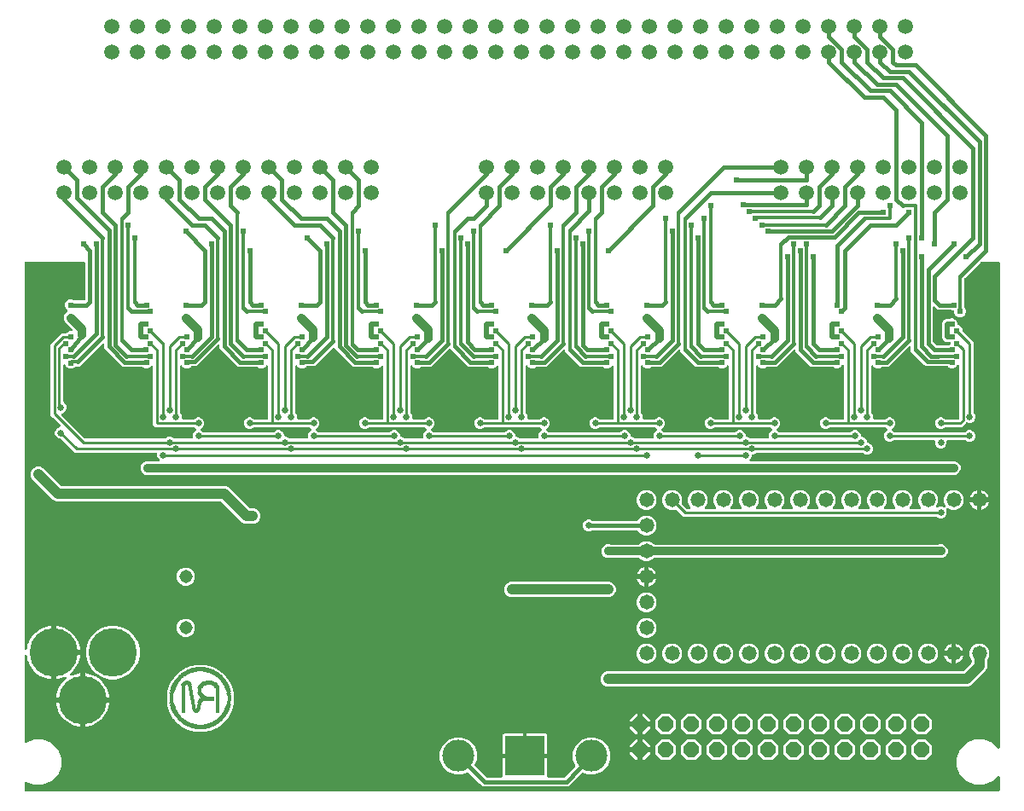
<source format=gbl>
G04 EAGLE Gerber RS-274X export*
G75*
%MOMM*%
%FSLAX34Y34*%
%LPD*%
%AMOC8*
5,1,8,0,0,1.08239X$1,22.5*%
G01*
%ADD10C,1.473200*%
%ADD11R,3.962400X3.962400*%
%ADD12C,3.175000*%
%ADD13C,4.800000*%
%ADD14C,1.308000*%
%ADD15C,1.508000*%
%ADD16R,0.431800X0.025400*%
%ADD17R,0.965200X0.025400*%
%ADD18R,1.193800X0.025400*%
%ADD19R,1.473200X0.025400*%
%ADD20R,1.600200X0.025400*%
%ADD21R,1.828800X0.025400*%
%ADD22R,1.930400X0.025400*%
%ADD23R,2.133600X0.025400*%
%ADD24R,2.209800X0.025400*%
%ADD25R,2.387600X0.025400*%
%ADD26R,2.463800X0.025400*%
%ADD27R,2.590800X0.025400*%
%ADD28R,2.717800X0.025400*%
%ADD29R,2.794000X0.025400*%
%ADD30R,2.921000X0.025400*%
%ADD31R,2.997200X0.025400*%
%ADD32R,1.117600X0.025400*%
%ADD33R,1.016000X0.025400*%
%ADD34R,0.990600X0.025400*%
%ADD35R,0.914400X0.025400*%
%ADD36R,0.889000X0.025400*%
%ADD37R,0.863600X0.025400*%
%ADD38R,0.838200X0.025400*%
%ADD39R,0.787400X0.025400*%
%ADD40R,0.812800X0.025400*%
%ADD41R,0.762000X0.025400*%
%ADD42R,0.736600X0.025400*%
%ADD43R,0.711200X0.025400*%
%ADD44R,0.685800X0.025400*%
%ADD45R,0.660400X0.025400*%
%ADD46R,0.635000X0.025400*%
%ADD47R,0.609600X0.025400*%
%ADD48R,0.584200X0.025400*%
%ADD49R,0.558800X0.025400*%
%ADD50R,0.533400X0.025400*%
%ADD51R,0.508000X0.025400*%
%ADD52R,0.482600X0.025400*%
%ADD53R,0.457200X0.025400*%
%ADD54R,0.381000X0.025400*%
%ADD55R,0.304800X0.025400*%
%ADD56R,0.406400X0.025400*%
%ADD57R,0.355600X0.025400*%
%ADD58R,1.549400X0.025400*%
%ADD59R,1.524000X0.025400*%
%ADD60R,1.498600X0.025400*%
%ADD61R,1.422400X0.025400*%
%ADD62R,1.397000X0.025400*%
%ADD63R,1.371600X0.025400*%
%ADD64R,1.320800X0.025400*%
%ADD65R,1.295400X0.025400*%
%ADD66R,1.752600X0.025400*%
%ADD67R,0.939800X0.025400*%
%ADD68R,1.676400X0.025400*%
%ADD69R,1.651000X0.025400*%
%ADD70R,1.574800X0.025400*%
%ADD71R,1.447800X0.025400*%
%ADD72R,1.041400X0.025400*%
%ADD73R,1.143000X0.025400*%
%ADD74R,1.244600X0.025400*%
%ADD75R,1.219200X0.025400*%
%ADD76R,2.946400X0.025400*%
%ADD77R,2.895600X0.025400*%
%ADD78R,2.768600X0.025400*%
%ADD79R,2.692400X0.025400*%
%ADD80R,2.565400X0.025400*%
%ADD81R,2.413000X0.025400*%
%ADD82R,2.336800X0.025400*%
%ADD83R,2.184400X0.025400*%
%ADD84R,2.082800X0.025400*%
%ADD85R,1.879600X0.025400*%
%ADD86R,1.778000X0.025400*%
%ADD87R,1.092200X0.025400*%
%ADD88P,1.649562X8X22.500000*%
%ADD89C,0.812800*%
%ADD90C,0.609600*%
%ADD91C,0.254000*%
%ADD92C,0.654800*%
%ADD93C,0.355600*%
%ADD94C,0.381000*%
%ADD95C,0.508000*%
%ADD96C,0.854800*%
%ADD97C,0.812800*%
%ADD98C,1.016000*%

G36*
X984368Y2556D02*
X984368Y2556D01*
X984487Y2563D01*
X984525Y2576D01*
X984566Y2581D01*
X984676Y2624D01*
X984789Y2661D01*
X984824Y2683D01*
X984861Y2698D01*
X984957Y2767D01*
X985058Y2831D01*
X985086Y2861D01*
X985119Y2884D01*
X985195Y2976D01*
X985276Y3063D01*
X985296Y3098D01*
X985321Y3129D01*
X985372Y3237D01*
X985430Y3341D01*
X985440Y3381D01*
X985457Y3417D01*
X985479Y3534D01*
X985509Y3649D01*
X985513Y3709D01*
X985517Y3729D01*
X985515Y3750D01*
X985519Y3810D01*
X985519Y17128D01*
X985502Y17265D01*
X985489Y17404D01*
X985482Y17423D01*
X985479Y17443D01*
X985428Y17572D01*
X985381Y17703D01*
X985370Y17720D01*
X985362Y17739D01*
X985281Y17851D01*
X985203Y17966D01*
X985187Y17980D01*
X985176Y17996D01*
X985068Y18085D01*
X984964Y18177D01*
X984946Y18186D01*
X984931Y18199D01*
X984805Y18258D01*
X984681Y18321D01*
X984661Y18326D01*
X984643Y18335D01*
X984507Y18361D01*
X984371Y18391D01*
X984350Y18390D01*
X984331Y18394D01*
X984192Y18386D01*
X984053Y18381D01*
X984033Y18376D01*
X984013Y18375D01*
X983881Y18332D01*
X983747Y18293D01*
X983730Y18283D01*
X983711Y18277D01*
X983593Y18202D01*
X983473Y18132D01*
X983452Y18113D01*
X983442Y18106D01*
X983428Y18091D01*
X983353Y18025D01*
X977968Y12641D01*
X969684Y9209D01*
X960716Y9209D01*
X952432Y12641D01*
X946091Y18982D01*
X942659Y27266D01*
X942659Y36234D01*
X946091Y44518D01*
X952432Y50859D01*
X960716Y54291D01*
X969684Y54291D01*
X977968Y50859D01*
X983353Y45475D01*
X983462Y45390D01*
X983569Y45301D01*
X983588Y45292D01*
X983604Y45280D01*
X983732Y45225D01*
X983857Y45165D01*
X983877Y45162D01*
X983896Y45154D01*
X984034Y45132D01*
X984170Y45106D01*
X984190Y45107D01*
X984210Y45104D01*
X984349Y45117D01*
X984487Y45125D01*
X984506Y45132D01*
X984526Y45134D01*
X984658Y45181D01*
X984789Y45223D01*
X984807Y45234D01*
X984826Y45241D01*
X984941Y45319D01*
X985058Y45394D01*
X985072Y45408D01*
X985089Y45420D01*
X985181Y45524D01*
X985276Y45625D01*
X985286Y45643D01*
X985299Y45658D01*
X985363Y45782D01*
X985430Y45904D01*
X985435Y45923D01*
X985444Y45941D01*
X985474Y46077D01*
X985509Y46212D01*
X985511Y46240D01*
X985514Y46252D01*
X985513Y46272D01*
X985519Y46372D01*
X985519Y527050D01*
X985504Y527168D01*
X985497Y527287D01*
X985484Y527325D01*
X985479Y527366D01*
X985436Y527476D01*
X985399Y527589D01*
X985377Y527624D01*
X985362Y527661D01*
X985293Y527757D01*
X985229Y527858D01*
X985199Y527886D01*
X985176Y527919D01*
X985084Y527995D01*
X984997Y528076D01*
X984962Y528096D01*
X984931Y528121D01*
X984823Y528172D01*
X984719Y528230D01*
X984679Y528240D01*
X984643Y528257D01*
X984526Y528279D01*
X984411Y528309D01*
X984351Y528313D01*
X984331Y528317D01*
X984310Y528315D01*
X984250Y528319D01*
X966932Y528319D01*
X966834Y528307D01*
X966735Y528304D01*
X966677Y528287D01*
X966617Y528279D01*
X966525Y528243D01*
X966429Y528215D01*
X966377Y528185D01*
X966321Y528162D01*
X966241Y528104D01*
X966156Y528054D01*
X966080Y527988D01*
X966064Y527976D01*
X966056Y527966D01*
X966035Y527948D01*
X950840Y512753D01*
X950780Y512675D01*
X950712Y512603D01*
X950683Y512550D01*
X950646Y512502D01*
X950606Y512411D01*
X950558Y512324D01*
X950543Y512266D01*
X950519Y512210D01*
X950504Y512112D01*
X950479Y512016D01*
X950473Y511916D01*
X950469Y511896D01*
X950471Y511884D01*
X950469Y511856D01*
X950469Y483536D01*
X950481Y483437D01*
X950484Y483338D01*
X950501Y483280D01*
X950509Y483220D01*
X950545Y483128D01*
X950573Y483033D01*
X950603Y482981D01*
X950626Y482924D01*
X950684Y482844D01*
X950734Y482759D01*
X950800Y482684D01*
X950812Y482667D01*
X950822Y482659D01*
X950840Y482638D01*
X950888Y482591D01*
X951739Y480537D01*
X951739Y478313D01*
X950888Y476259D01*
X949316Y474687D01*
X947262Y473836D01*
X945038Y473836D01*
X942984Y474687D01*
X941412Y476259D01*
X940561Y478313D01*
X940561Y478917D01*
X940546Y479035D01*
X940539Y479154D01*
X940526Y479192D01*
X940521Y479233D01*
X940478Y479343D01*
X940441Y479456D01*
X940419Y479491D01*
X940404Y479528D01*
X940335Y479624D01*
X940271Y479725D01*
X940241Y479753D01*
X940218Y479786D01*
X940126Y479862D01*
X940039Y479943D01*
X940004Y479963D01*
X939973Y479988D01*
X939865Y480039D01*
X939761Y480097D01*
X939721Y480107D01*
X939685Y480124D01*
X939568Y480146D01*
X939453Y480176D01*
X939393Y480180D01*
X939373Y480184D01*
X939352Y480182D01*
X939292Y480186D01*
X938688Y480186D01*
X936601Y481051D01*
X936563Y481086D01*
X936510Y481115D01*
X936463Y481152D01*
X936372Y481192D01*
X936285Y481240D01*
X936226Y481255D01*
X936171Y481279D01*
X936073Y481294D01*
X935977Y481319D01*
X935877Y481325D01*
X935857Y481329D01*
X935844Y481327D01*
X935816Y481329D01*
X923671Y481329D01*
X921012Y483988D01*
X920903Y484073D01*
X920796Y484162D01*
X920777Y484170D01*
X920761Y484183D01*
X920633Y484238D01*
X920508Y484297D01*
X920488Y484301D01*
X920469Y484309D01*
X920331Y484331D01*
X920195Y484357D01*
X920175Y484356D01*
X920155Y484359D01*
X920016Y484346D01*
X919878Y484337D01*
X919859Y484331D01*
X919839Y484329D01*
X919707Y484282D01*
X919576Y484239D01*
X919558Y484228D01*
X919539Y484222D01*
X919424Y484143D01*
X919307Y484069D01*
X919293Y484054D01*
X919276Y484043D01*
X919184Y483939D01*
X919089Y483837D01*
X919079Y483820D01*
X919066Y483805D01*
X919002Y483680D01*
X918935Y483559D01*
X918930Y483539D01*
X918921Y483521D01*
X918891Y483385D01*
X918856Y483251D01*
X918854Y483223D01*
X918851Y483211D01*
X918852Y483191D01*
X918846Y483090D01*
X918846Y450042D01*
X918858Y449944D01*
X918861Y449845D01*
X918878Y449787D01*
X918886Y449727D01*
X918922Y449635D01*
X918950Y449540D01*
X918980Y449487D01*
X919003Y449431D01*
X919061Y449351D01*
X919111Y449266D01*
X919177Y449190D01*
X919189Y449174D01*
X919199Y449166D01*
X919217Y449145D01*
X922220Y446142D01*
X922298Y446082D01*
X922370Y446014D01*
X922423Y445985D01*
X922471Y445948D01*
X922562Y445908D01*
X922649Y445860D01*
X922707Y445845D01*
X922763Y445821D01*
X922861Y445806D01*
X922957Y445781D01*
X923057Y445775D01*
X923077Y445771D01*
X923089Y445773D01*
X923117Y445771D01*
X934229Y445771D01*
X934327Y445783D01*
X934426Y445786D01*
X934484Y445803D01*
X934544Y445811D01*
X934636Y445847D01*
X934732Y445875D01*
X934784Y445905D01*
X934840Y445928D01*
X934920Y445986D01*
X935005Y446036D01*
X935026Y446054D01*
X936108Y446502D01*
X936168Y446537D01*
X936233Y446563D01*
X936306Y446615D01*
X936384Y446660D01*
X936434Y446709D01*
X936491Y446749D01*
X936548Y446819D01*
X936612Y446881D01*
X936649Y446941D01*
X936693Y446994D01*
X936732Y447076D01*
X936779Y447152D01*
X936799Y447219D01*
X936829Y447282D01*
X936846Y447370D01*
X936872Y447456D01*
X936876Y447526D01*
X936889Y447595D01*
X936883Y447684D01*
X936887Y447774D01*
X936873Y447842D01*
X936869Y447912D01*
X936841Y447997D01*
X936823Y448085D01*
X936792Y448148D01*
X936771Y448214D01*
X936723Y448290D01*
X936683Y448371D01*
X936638Y448424D01*
X936601Y448483D01*
X936535Y448545D01*
X936477Y448613D01*
X936420Y448653D01*
X936369Y448701D01*
X936291Y448744D01*
X936217Y448796D01*
X936152Y448821D01*
X936091Y448855D01*
X936004Y448877D01*
X935920Y448909D01*
X935850Y448917D01*
X935783Y448934D01*
X935622Y448944D01*
X932185Y448944D01*
X930318Y449718D01*
X928889Y451147D01*
X928115Y453014D01*
X928115Y467736D01*
X928889Y469603D01*
X930318Y471032D01*
X932185Y471806D01*
X935622Y471806D01*
X935631Y471807D01*
X935640Y471806D01*
X935789Y471827D01*
X935938Y471846D01*
X935946Y471849D01*
X935955Y471850D01*
X936108Y471902D01*
X937101Y472314D01*
X939324Y472314D01*
X941378Y471463D01*
X942950Y469891D01*
X943801Y467837D01*
X943801Y466930D01*
X943805Y466901D01*
X943803Y466871D01*
X943825Y466743D01*
X943841Y466615D01*
X943852Y466587D01*
X943857Y466558D01*
X943910Y466439D01*
X943958Y466319D01*
X943975Y466295D01*
X943988Y466268D01*
X944069Y466167D01*
X944145Y466061D01*
X944168Y466043D01*
X944186Y466020D01*
X944290Y465941D01*
X944390Y465859D01*
X944417Y465846D01*
X944440Y465828D01*
X944585Y465757D01*
X946141Y465113D01*
X947713Y463541D01*
X948564Y461487D01*
X948564Y460701D01*
X948576Y460603D01*
X948579Y460504D01*
X948596Y460446D01*
X948604Y460386D01*
X948640Y460294D01*
X948668Y460198D01*
X948698Y460146D01*
X948721Y460090D01*
X948779Y460010D01*
X948829Y459925D01*
X948895Y459849D01*
X948907Y459833D01*
X948917Y459825D01*
X948935Y459804D01*
X956882Y451857D01*
X959486Y449253D01*
X959486Y379588D01*
X959498Y379490D01*
X959501Y379391D01*
X959518Y379333D01*
X959526Y379273D01*
X959562Y379181D01*
X959590Y379086D01*
X959620Y379033D01*
X959643Y378977D01*
X959701Y378897D01*
X959751Y378812D01*
X959817Y378736D01*
X959829Y378720D01*
X959839Y378712D01*
X959857Y378691D01*
X960605Y377944D01*
X961490Y375807D01*
X961490Y373493D01*
X960605Y371356D01*
X958969Y369720D01*
X956832Y368835D01*
X954518Y368835D01*
X953574Y369227D01*
X953545Y369234D01*
X953519Y369248D01*
X953392Y369276D01*
X953267Y369310D01*
X953238Y369311D01*
X953209Y369317D01*
X953079Y369313D01*
X952949Y369316D01*
X952920Y369309D01*
X952891Y369308D01*
X952766Y369272D01*
X952640Y369241D01*
X952614Y369228D01*
X952585Y369219D01*
X952474Y369153D01*
X952359Y369093D01*
X952337Y369073D01*
X952311Y369058D01*
X952191Y368951D01*
X947728Y364489D01*
X932038Y364489D01*
X931940Y364477D01*
X931841Y364474D01*
X931783Y364457D01*
X931723Y364449D01*
X931631Y364413D01*
X931536Y364385D01*
X931483Y364355D01*
X931427Y364332D01*
X931347Y364274D01*
X931262Y364224D01*
X931186Y364158D01*
X931170Y364146D01*
X931162Y364136D01*
X931141Y364118D01*
X930394Y363370D01*
X928257Y362485D01*
X925943Y362485D01*
X923806Y363370D01*
X922170Y365006D01*
X921285Y367143D01*
X921285Y369457D01*
X922170Y371594D01*
X923806Y373230D01*
X925943Y374115D01*
X928257Y374115D01*
X930394Y373230D01*
X931141Y372482D01*
X931219Y372422D01*
X931291Y372354D01*
X931344Y372325D01*
X931392Y372288D01*
X931483Y372248D01*
X931570Y372200D01*
X931628Y372185D01*
X931684Y372161D01*
X931782Y372146D01*
X931878Y372121D01*
X931978Y372115D01*
X931998Y372111D01*
X932010Y372113D01*
X932038Y372111D01*
X944046Y372111D01*
X944144Y372123D01*
X944243Y372126D01*
X944301Y372143D01*
X944361Y372151D01*
X944453Y372187D01*
X944549Y372215D01*
X944601Y372245D01*
X944657Y372268D01*
X944737Y372326D01*
X944822Y372376D01*
X944898Y372442D01*
X944914Y372454D01*
X944922Y372464D01*
X944943Y372482D01*
X945143Y372682D01*
X945203Y372760D01*
X945271Y372832D01*
X945300Y372885D01*
X945337Y372933D01*
X945377Y373024D01*
X945425Y373111D01*
X945440Y373169D01*
X945464Y373225D01*
X945479Y373323D01*
X945504Y373419D01*
X945510Y373519D01*
X945514Y373539D01*
X945512Y373551D01*
X945514Y373579D01*
X945514Y425268D01*
X945506Y425337D01*
X945507Y425407D01*
X945486Y425495D01*
X945474Y425584D01*
X945449Y425648D01*
X945432Y425716D01*
X945390Y425796D01*
X945357Y425879D01*
X945316Y425936D01*
X945284Y425997D01*
X945223Y426064D01*
X945171Y426137D01*
X945117Y426181D01*
X945070Y426233D01*
X944995Y426282D01*
X944926Y426339D01*
X944863Y426369D01*
X944804Y426408D01*
X944719Y426437D01*
X944638Y426475D01*
X944569Y426488D01*
X944503Y426511D01*
X944414Y426518D01*
X944326Y426535D01*
X944256Y426530D01*
X944186Y426536D01*
X944098Y426521D01*
X944008Y426515D01*
X943942Y426493D01*
X943873Y426482D01*
X943791Y426445D01*
X943706Y426417D01*
X943647Y426380D01*
X943583Y426351D01*
X943513Y426295D01*
X943437Y426247D01*
X943389Y426196D01*
X943335Y426152D01*
X943281Y426081D01*
X943219Y426015D01*
X943185Y425954D01*
X943143Y425898D01*
X943072Y425754D01*
X942950Y425459D01*
X941378Y423887D01*
X939324Y423036D01*
X937101Y423036D01*
X935047Y423887D01*
X934128Y424806D01*
X934050Y424866D01*
X933978Y424934D01*
X933925Y424963D01*
X933877Y425000D01*
X933786Y425040D01*
X933699Y425088D01*
X933641Y425103D01*
X933585Y425127D01*
X933487Y425142D01*
X933392Y425167D01*
X933291Y425173D01*
X933271Y425177D01*
X933259Y425175D01*
X933231Y425177D01*
X916071Y425177D01*
X916034Y425173D01*
X913702Y425177D01*
X913701Y425177D01*
X913699Y425177D01*
X911863Y425177D01*
X910562Y426484D01*
X910561Y426485D01*
X910560Y426486D01*
X908941Y428105D01*
X908932Y428115D01*
X908920Y428131D01*
X908912Y428138D01*
X908894Y428158D01*
X897251Y439847D01*
X897258Y443404D01*
X897240Y443543D01*
X897227Y443683D01*
X897221Y443700D01*
X897218Y443719D01*
X897167Y443850D01*
X897120Y443982D01*
X897109Y443998D01*
X897102Y444015D01*
X897020Y444128D01*
X896941Y444245D01*
X896927Y444258D01*
X896916Y444273D01*
X896808Y444362D01*
X896703Y444455D01*
X896686Y444464D01*
X896671Y444476D01*
X896544Y444536D01*
X896419Y444600D01*
X896401Y444604D01*
X896384Y444612D01*
X896246Y444639D01*
X896109Y444670D01*
X896090Y444669D01*
X896071Y444673D01*
X895932Y444664D01*
X895791Y444660D01*
X895773Y444655D01*
X895754Y444654D01*
X895620Y444611D01*
X895486Y444572D01*
X895469Y444562D01*
X895451Y444556D01*
X895332Y444481D01*
X895212Y444410D01*
X895192Y444393D01*
X895182Y444386D01*
X895168Y444372D01*
X895091Y444304D01*
X874966Y424179D01*
X868727Y424179D01*
X868628Y424167D01*
X868529Y424164D01*
X868471Y424147D01*
X868411Y424139D01*
X868319Y424103D01*
X868224Y424075D01*
X868172Y424045D01*
X868115Y424022D01*
X868035Y423964D01*
X867950Y423914D01*
X867929Y423895D01*
X865855Y423036D01*
X863631Y423036D01*
X861577Y423887D01*
X860052Y425412D01*
X859943Y425497D01*
X859836Y425586D01*
X859817Y425594D01*
X859801Y425607D01*
X859673Y425662D01*
X859548Y425721D01*
X859528Y425725D01*
X859509Y425733D01*
X859371Y425755D01*
X859235Y425781D01*
X859215Y425780D01*
X859195Y425783D01*
X859056Y425770D01*
X858918Y425761D01*
X858899Y425755D01*
X858879Y425753D01*
X858747Y425706D01*
X858616Y425663D01*
X858598Y425652D01*
X858579Y425646D01*
X858464Y425568D01*
X858347Y425493D01*
X858333Y425478D01*
X858316Y425467D01*
X858224Y425363D01*
X858129Y425262D01*
X858119Y425244D01*
X858106Y425229D01*
X858042Y425104D01*
X857975Y424983D01*
X857970Y424963D01*
X857961Y424945D01*
X857931Y424810D01*
X857896Y424675D01*
X857894Y424647D01*
X857891Y424635D01*
X857892Y424615D01*
X857886Y424514D01*
X857886Y379588D01*
X857898Y379490D01*
X857901Y379391D01*
X857918Y379333D01*
X857926Y379273D01*
X857962Y379181D01*
X857990Y379086D01*
X858020Y379033D01*
X858043Y378977D01*
X858101Y378897D01*
X858151Y378812D01*
X858217Y378736D01*
X858229Y378720D01*
X858239Y378712D01*
X858257Y378691D01*
X859005Y377944D01*
X859890Y375807D01*
X859890Y373380D01*
X859905Y373262D01*
X859912Y373143D01*
X859925Y373105D01*
X859930Y373064D01*
X859973Y372954D01*
X860010Y372841D01*
X860032Y372806D01*
X860047Y372769D01*
X860116Y372673D01*
X860180Y372572D01*
X860210Y372544D01*
X860233Y372511D01*
X860325Y372435D01*
X860412Y372354D01*
X860447Y372334D01*
X860478Y372309D01*
X860586Y372258D01*
X860690Y372200D01*
X860730Y372190D01*
X860766Y372173D01*
X860883Y372151D01*
X860998Y372121D01*
X861058Y372117D01*
X861078Y372113D01*
X861099Y372115D01*
X861159Y372111D01*
X871362Y372111D01*
X871460Y372123D01*
X871559Y372126D01*
X871617Y372143D01*
X871677Y372151D01*
X871769Y372187D01*
X871864Y372215D01*
X871917Y372245D01*
X871973Y372268D01*
X872053Y372326D01*
X872138Y372376D01*
X872214Y372442D01*
X872230Y372454D01*
X872238Y372464D01*
X872259Y372482D01*
X873006Y373230D01*
X875143Y374115D01*
X877457Y374115D01*
X879594Y373230D01*
X881230Y371594D01*
X882115Y369457D01*
X882115Y367143D01*
X881230Y365006D01*
X879594Y363371D01*
X878995Y363123D01*
X878874Y363054D01*
X878752Y362989D01*
X878737Y362975D01*
X878719Y362965D01*
X878619Y362868D01*
X878516Y362775D01*
X878505Y362758D01*
X878491Y362744D01*
X878418Y362625D01*
X878342Y362509D01*
X878335Y362490D01*
X878324Y362473D01*
X878283Y362339D01*
X878238Y362208D01*
X878237Y362188D01*
X878231Y362169D01*
X878224Y362029D01*
X878213Y361891D01*
X878217Y361871D01*
X878216Y361851D01*
X878244Y361715D01*
X878268Y361578D01*
X878276Y361559D01*
X878280Y361540D01*
X878341Y361415D01*
X878398Y361288D01*
X878411Y361272D01*
X878420Y361254D01*
X878510Y361148D01*
X878597Y361040D01*
X878613Y361027D01*
X878626Y361012D01*
X878740Y360932D01*
X878851Y360848D01*
X878876Y360836D01*
X878886Y360829D01*
X878905Y360822D01*
X878995Y360777D01*
X879594Y360530D01*
X880341Y359782D01*
X880419Y359722D01*
X880491Y359654D01*
X880544Y359625D01*
X880592Y359588D01*
X880683Y359548D01*
X880770Y359500D01*
X880828Y359485D01*
X880884Y359461D01*
X880982Y359446D01*
X881078Y359421D01*
X881178Y359415D01*
X881198Y359411D01*
X881210Y359413D01*
X881238Y359411D01*
X950737Y359411D01*
X950835Y359423D01*
X950934Y359426D01*
X950992Y359443D01*
X951052Y359451D01*
X951144Y359487D01*
X951239Y359515D01*
X951292Y359545D01*
X951348Y359568D01*
X951428Y359626D01*
X951513Y359676D01*
X951589Y359742D01*
X951605Y359754D01*
X951613Y359764D01*
X951634Y359782D01*
X952381Y360530D01*
X954518Y361415D01*
X956832Y361415D01*
X958969Y360530D01*
X960605Y358894D01*
X961490Y356757D01*
X961490Y354443D01*
X960605Y352306D01*
X958969Y350670D01*
X956832Y349785D01*
X954518Y349785D01*
X952381Y350670D01*
X951634Y351418D01*
X951556Y351478D01*
X951484Y351546D01*
X951431Y351575D01*
X951383Y351612D01*
X951292Y351652D01*
X951205Y351700D01*
X951147Y351715D01*
X951091Y351739D01*
X950993Y351754D01*
X950897Y351779D01*
X950797Y351785D01*
X950777Y351789D01*
X950765Y351787D01*
X950737Y351789D01*
X934184Y351789D01*
X934066Y351774D01*
X933947Y351767D01*
X933909Y351754D01*
X933868Y351749D01*
X933758Y351706D01*
X933645Y351669D01*
X933610Y351647D01*
X933573Y351632D01*
X933477Y351563D01*
X933376Y351499D01*
X933348Y351469D01*
X933315Y351446D01*
X933239Y351354D01*
X933158Y351267D01*
X933138Y351232D01*
X933113Y351201D01*
X933062Y351093D01*
X933004Y350989D01*
X932994Y350949D01*
X932977Y350913D01*
X932955Y350796D01*
X932925Y350681D01*
X932921Y350621D01*
X932917Y350601D01*
X932919Y350580D01*
X932915Y350520D01*
X932915Y348093D01*
X932030Y345956D01*
X930394Y344320D01*
X928257Y343435D01*
X925943Y343435D01*
X923806Y344320D01*
X922170Y345956D01*
X921285Y348093D01*
X921285Y350520D01*
X921270Y350638D01*
X921263Y350757D01*
X921250Y350795D01*
X921245Y350836D01*
X921202Y350946D01*
X921165Y351059D01*
X921143Y351094D01*
X921128Y351131D01*
X921059Y351227D01*
X920995Y351328D01*
X920965Y351356D01*
X920942Y351389D01*
X920850Y351465D01*
X920763Y351546D01*
X920728Y351566D01*
X920697Y351591D01*
X920589Y351642D01*
X920485Y351700D01*
X920445Y351710D01*
X920409Y351727D01*
X920292Y351749D01*
X920177Y351779D01*
X920117Y351783D01*
X920097Y351787D01*
X920076Y351785D01*
X920016Y351789D01*
X881238Y351789D01*
X881140Y351777D01*
X881041Y351774D01*
X880983Y351757D01*
X880923Y351749D01*
X880831Y351713D01*
X880736Y351685D01*
X880683Y351655D01*
X880627Y351632D01*
X880547Y351574D01*
X880462Y351524D01*
X880386Y351458D01*
X880370Y351446D01*
X880362Y351436D01*
X880341Y351418D01*
X879594Y350670D01*
X877457Y349785D01*
X875143Y349785D01*
X873006Y350670D01*
X871370Y352306D01*
X870485Y354443D01*
X870485Y356757D01*
X871370Y358894D01*
X873006Y360530D01*
X873605Y360777D01*
X873725Y360846D01*
X873848Y360911D01*
X873863Y360925D01*
X873881Y360935D01*
X873981Y361032D01*
X874084Y361125D01*
X874095Y361142D01*
X874109Y361156D01*
X874182Y361274D01*
X874258Y361391D01*
X874265Y361410D01*
X874276Y361427D01*
X874316Y361560D01*
X874362Y361692D01*
X874363Y361712D01*
X874369Y361731D01*
X874376Y361871D01*
X874387Y362009D01*
X874383Y362029D01*
X874384Y362049D01*
X874356Y362186D01*
X874332Y362322D01*
X874324Y362340D01*
X874320Y362360D01*
X874259Y362485D01*
X874202Y362612D01*
X874189Y362628D01*
X874180Y362646D01*
X874090Y362752D01*
X874003Y362861D01*
X873987Y362873D01*
X873974Y362888D01*
X873861Y362968D01*
X873749Y363052D01*
X873724Y363064D01*
X873714Y363071D01*
X873695Y363078D01*
X873605Y363123D01*
X873006Y363371D01*
X872259Y364118D01*
X872181Y364178D01*
X872109Y364246D01*
X872056Y364275D01*
X872008Y364312D01*
X871917Y364352D01*
X871830Y364400D01*
X871772Y364415D01*
X871716Y364439D01*
X871618Y364454D01*
X871522Y364479D01*
X871422Y364485D01*
X871402Y364489D01*
X871390Y364487D01*
X871362Y364489D01*
X817738Y364489D01*
X817640Y364477D01*
X817541Y364474D01*
X817483Y364457D01*
X817423Y364449D01*
X817331Y364413D01*
X817236Y364385D01*
X817183Y364355D01*
X817127Y364332D01*
X817047Y364274D01*
X816962Y364224D01*
X816886Y364158D01*
X816870Y364146D01*
X816862Y364136D01*
X816841Y364118D01*
X816094Y363370D01*
X813957Y362485D01*
X811643Y362485D01*
X809506Y363370D01*
X807870Y365006D01*
X806985Y367143D01*
X806985Y369457D01*
X807870Y371594D01*
X809506Y373230D01*
X811643Y374115D01*
X813957Y374115D01*
X816094Y373230D01*
X816841Y372482D01*
X816919Y372422D01*
X816991Y372354D01*
X817044Y372325D01*
X817092Y372288D01*
X817183Y372248D01*
X817270Y372200D01*
X817328Y372185D01*
X817384Y372161D01*
X817482Y372146D01*
X817578Y372121D01*
X817678Y372115D01*
X817698Y372111D01*
X817710Y372113D01*
X817738Y372111D01*
X829945Y372111D01*
X830063Y372126D01*
X830182Y372133D01*
X830220Y372146D01*
X830261Y372151D01*
X830371Y372194D01*
X830484Y372231D01*
X830519Y372253D01*
X830556Y372268D01*
X830652Y372337D01*
X830753Y372401D01*
X830781Y372431D01*
X830814Y372454D01*
X830890Y372546D01*
X830971Y372633D01*
X830991Y372668D01*
X831016Y372699D01*
X831067Y372807D01*
X831125Y372911D01*
X831135Y372951D01*
X831152Y372987D01*
X831174Y373104D01*
X831204Y373219D01*
X831208Y373279D01*
X831212Y373299D01*
X831210Y373320D01*
X831214Y373380D01*
X831214Y425268D01*
X831206Y425337D01*
X831207Y425407D01*
X831186Y425494D01*
X831174Y425584D01*
X831149Y425648D01*
X831132Y425716D01*
X831090Y425796D01*
X831057Y425879D01*
X831016Y425936D01*
X830984Y425998D01*
X830923Y426064D01*
X830871Y426137D01*
X830817Y426181D01*
X830770Y426233D01*
X830695Y426282D01*
X830626Y426339D01*
X830562Y426369D01*
X830504Y426408D01*
X830419Y426437D01*
X830338Y426475D01*
X830269Y426488D01*
X830203Y426511D01*
X830114Y426518D01*
X830026Y426535D01*
X829956Y426530D01*
X829886Y426536D01*
X829798Y426521D01*
X829708Y426515D01*
X829642Y426493D01*
X829573Y426482D01*
X829491Y426445D01*
X829406Y426417D01*
X829347Y426380D01*
X829283Y426351D01*
X829213Y426295D01*
X829137Y426247D01*
X829089Y426196D01*
X829035Y426152D01*
X828980Y426081D01*
X828919Y426015D01*
X828885Y425954D01*
X828843Y425898D01*
X828772Y425754D01*
X828650Y425459D01*
X827078Y423887D01*
X825024Y423036D01*
X822801Y423036D01*
X820713Y423901D01*
X820676Y423936D01*
X820623Y423965D01*
X820575Y424002D01*
X820484Y424042D01*
X820397Y424090D01*
X820339Y424105D01*
X820283Y424129D01*
X820185Y424144D01*
X820090Y424169D01*
X819989Y424175D01*
X819969Y424179D01*
X819957Y424177D01*
X819929Y424179D01*
X798259Y424179D01*
X782954Y439484D01*
X782954Y440228D01*
X782937Y440365D01*
X782924Y440504D01*
X782917Y440523D01*
X782914Y440543D01*
X782863Y440672D01*
X782816Y440803D01*
X782805Y440820D01*
X782797Y440839D01*
X782716Y440951D01*
X782638Y441067D01*
X782622Y441080D01*
X782611Y441096D01*
X782503Y441185D01*
X782399Y441277D01*
X782381Y441286D01*
X782366Y441299D01*
X782240Y441358D01*
X782116Y441422D01*
X782096Y441426D01*
X782078Y441435D01*
X781942Y441461D01*
X781806Y441491D01*
X781785Y441491D01*
X781766Y441495D01*
X781627Y441486D01*
X781488Y441482D01*
X781468Y441476D01*
X781448Y441475D01*
X781316Y441432D01*
X781182Y441393D01*
X781165Y441383D01*
X781146Y441377D01*
X781028Y441302D01*
X780908Y441232D01*
X780887Y441213D01*
X780877Y441207D01*
X780863Y441192D01*
X780788Y441125D01*
X763841Y424179D01*
X754427Y424179D01*
X754328Y424167D01*
X754229Y424164D01*
X754171Y424147D01*
X754111Y424139D01*
X754019Y424103D01*
X753924Y424075D01*
X753872Y424045D01*
X753815Y424022D01*
X753735Y423964D01*
X753650Y423914D01*
X753629Y423896D01*
X751555Y423036D01*
X749331Y423036D01*
X747277Y423887D01*
X745752Y425412D01*
X745643Y425497D01*
X745536Y425586D01*
X745517Y425594D01*
X745501Y425607D01*
X745373Y425662D01*
X745248Y425721D01*
X745228Y425725D01*
X745209Y425733D01*
X745071Y425755D01*
X744935Y425781D01*
X744915Y425780D01*
X744895Y425783D01*
X744756Y425770D01*
X744618Y425761D01*
X744599Y425755D01*
X744579Y425753D01*
X744447Y425706D01*
X744316Y425663D01*
X744298Y425652D01*
X744279Y425646D01*
X744164Y425568D01*
X744047Y425493D01*
X744033Y425478D01*
X744016Y425467D01*
X743924Y425363D01*
X743829Y425262D01*
X743819Y425244D01*
X743806Y425229D01*
X743742Y425104D01*
X743675Y424983D01*
X743670Y424963D01*
X743661Y424945D01*
X743631Y424810D01*
X743596Y424675D01*
X743594Y424647D01*
X743591Y424635D01*
X743592Y424615D01*
X743586Y424514D01*
X743586Y379588D01*
X743598Y379490D01*
X743601Y379391D01*
X743618Y379333D01*
X743626Y379273D01*
X743662Y379181D01*
X743690Y379086D01*
X743720Y379033D01*
X743743Y378977D01*
X743801Y378897D01*
X743851Y378812D01*
X743917Y378736D01*
X743929Y378720D01*
X743939Y378712D01*
X743957Y378691D01*
X744705Y377944D01*
X745590Y375807D01*
X745590Y373380D01*
X745605Y373262D01*
X745612Y373143D01*
X745625Y373105D01*
X745630Y373064D01*
X745673Y372954D01*
X745710Y372841D01*
X745732Y372806D01*
X745747Y372769D01*
X745816Y372673D01*
X745880Y372572D01*
X745910Y372544D01*
X745933Y372511D01*
X746025Y372435D01*
X746112Y372354D01*
X746147Y372334D01*
X746178Y372309D01*
X746286Y372258D01*
X746390Y372200D01*
X746430Y372190D01*
X746466Y372173D01*
X746583Y372151D01*
X746698Y372121D01*
X746758Y372117D01*
X746778Y372113D01*
X746799Y372115D01*
X746859Y372111D01*
X757062Y372111D01*
X757160Y372123D01*
X757259Y372126D01*
X757317Y372143D01*
X757377Y372151D01*
X757469Y372187D01*
X757564Y372215D01*
X757617Y372245D01*
X757673Y372268D01*
X757753Y372326D01*
X757838Y372376D01*
X757914Y372442D01*
X757930Y372454D01*
X757938Y372464D01*
X757959Y372482D01*
X758706Y373230D01*
X760843Y374115D01*
X763157Y374115D01*
X765294Y373230D01*
X766930Y371594D01*
X767815Y369457D01*
X767815Y367143D01*
X766930Y365006D01*
X765294Y363371D01*
X764695Y363123D01*
X764575Y363054D01*
X764452Y362989D01*
X764437Y362975D01*
X764419Y362965D01*
X764319Y362869D01*
X764216Y362775D01*
X764205Y362758D01*
X764191Y362744D01*
X764118Y362625D01*
X764042Y362509D01*
X764035Y362490D01*
X764024Y362473D01*
X763984Y362340D01*
X763938Y362208D01*
X763937Y362188D01*
X763931Y362169D01*
X763924Y362030D01*
X763913Y361891D01*
X763917Y361871D01*
X763916Y361851D01*
X763944Y361715D01*
X763968Y361578D01*
X763976Y361559D01*
X763980Y361540D01*
X764041Y361415D01*
X764098Y361288D01*
X764111Y361272D01*
X764120Y361254D01*
X764210Y361148D01*
X764297Y361040D01*
X764313Y361027D01*
X764326Y361012D01*
X764440Y360932D01*
X764551Y360848D01*
X764576Y360836D01*
X764586Y360829D01*
X764605Y360822D01*
X764695Y360777D01*
X765294Y360530D01*
X766041Y359782D01*
X766119Y359722D01*
X766191Y359654D01*
X766244Y359625D01*
X766292Y359588D01*
X766383Y359548D01*
X766470Y359500D01*
X766528Y359485D01*
X766584Y359461D01*
X766682Y359446D01*
X766778Y359421D01*
X766878Y359415D01*
X766898Y359411D01*
X766910Y359413D01*
X766938Y359411D01*
X836719Y359411D01*
X836817Y359423D01*
X836916Y359426D01*
X836974Y359443D01*
X837034Y359451D01*
X837126Y359487D01*
X837221Y359515D01*
X837274Y359545D01*
X837330Y359568D01*
X837410Y359626D01*
X837495Y359676D01*
X837571Y359742D01*
X837587Y359754D01*
X837595Y359764D01*
X837616Y359782D01*
X838363Y360530D01*
X840500Y361415D01*
X842814Y361415D01*
X844951Y360530D01*
X846587Y358894D01*
X847472Y356757D01*
X847472Y356334D01*
X847487Y356216D01*
X847494Y356097D01*
X847507Y356059D01*
X847512Y356018D01*
X847555Y355908D01*
X847592Y355795D01*
X847614Y355760D01*
X847629Y355723D01*
X847698Y355627D01*
X847762Y355526D01*
X847792Y355498D01*
X847815Y355465D01*
X847907Y355389D01*
X847994Y355308D01*
X848029Y355288D01*
X848060Y355263D01*
X848168Y355212D01*
X848272Y355154D01*
X848312Y355144D01*
X848348Y355127D01*
X848465Y355105D01*
X848580Y355075D01*
X848640Y355071D01*
X848660Y355067D01*
X848681Y355069D01*
X848741Y355065D01*
X848882Y355065D01*
X851019Y354180D01*
X852655Y352544D01*
X853540Y350407D01*
X853540Y349984D01*
X853555Y349866D01*
X853562Y349747D01*
X853575Y349709D01*
X853580Y349668D01*
X853623Y349558D01*
X853660Y349445D01*
X853682Y349410D01*
X853697Y349373D01*
X853766Y349277D01*
X853830Y349176D01*
X853860Y349148D01*
X853883Y349115D01*
X853975Y349039D01*
X854062Y348958D01*
X854097Y348938D01*
X854128Y348913D01*
X854236Y348862D01*
X854340Y348804D01*
X854380Y348794D01*
X854416Y348777D01*
X854533Y348755D01*
X854648Y348725D01*
X854708Y348721D01*
X854728Y348717D01*
X854749Y348719D01*
X854809Y348715D01*
X855232Y348715D01*
X857369Y347830D01*
X859005Y346194D01*
X859890Y344057D01*
X859890Y341743D01*
X859005Y339606D01*
X857369Y337970D01*
X855232Y337085D01*
X852918Y337085D01*
X850781Y337970D01*
X850034Y338718D01*
X849956Y338778D01*
X849884Y338846D01*
X849831Y338875D01*
X849783Y338912D01*
X849692Y338952D01*
X849605Y339000D01*
X849547Y339015D01*
X849491Y339039D01*
X849393Y339054D01*
X849297Y339079D01*
X849197Y339085D01*
X849177Y339089D01*
X849165Y339087D01*
X849137Y339089D01*
X744713Y339089D01*
X744615Y339077D01*
X744516Y339074D01*
X744458Y339057D01*
X744398Y339049D01*
X744306Y339013D01*
X744211Y338985D01*
X744158Y338955D01*
X744102Y338932D01*
X744022Y338874D01*
X743937Y338824D01*
X743861Y338758D01*
X743845Y338746D01*
X743837Y338736D01*
X743816Y338718D01*
X743069Y337970D01*
X740932Y337085D01*
X740509Y337085D01*
X740391Y337070D01*
X740272Y337063D01*
X740234Y337050D01*
X740193Y337045D01*
X740083Y337002D01*
X739970Y336965D01*
X739935Y336943D01*
X739898Y336928D01*
X739802Y336859D01*
X739701Y336795D01*
X739673Y336765D01*
X739640Y336742D01*
X739564Y336650D01*
X739483Y336563D01*
X739463Y336528D01*
X739438Y336497D01*
X739387Y336389D01*
X739329Y336285D01*
X739319Y336245D01*
X739302Y336209D01*
X739280Y336092D01*
X739250Y335977D01*
X739246Y335917D01*
X739242Y335897D01*
X739244Y335876D01*
X739240Y335816D01*
X739240Y335393D01*
X738355Y333256D01*
X737720Y332621D01*
X737635Y332512D01*
X737546Y332405D01*
X737537Y332386D01*
X737525Y332370D01*
X737469Y332242D01*
X737410Y332117D01*
X737407Y332097D01*
X737398Y332078D01*
X737377Y331940D01*
X737351Y331804D01*
X737352Y331784D01*
X737349Y331764D01*
X737362Y331625D01*
X737370Y331487D01*
X737377Y331468D01*
X737378Y331448D01*
X737426Y331316D01*
X737468Y331185D01*
X737479Y331167D01*
X737486Y331148D01*
X737564Y331034D01*
X737638Y330916D01*
X737653Y330902D01*
X737665Y330885D01*
X737769Y330793D01*
X737870Y330698D01*
X737888Y330688D01*
X737903Y330675D01*
X738027Y330612D01*
X738149Y330544D01*
X738168Y330539D01*
X738186Y330530D01*
X738322Y330500D01*
X738457Y330465D01*
X738485Y330463D01*
X738497Y330460D01*
X738517Y330461D01*
X738617Y330455D01*
X823385Y330455D01*
X823394Y330456D01*
X823403Y330455D01*
X823552Y330476D01*
X823701Y330495D01*
X823709Y330498D01*
X823718Y330499D01*
X823871Y330551D01*
X824144Y330665D01*
X826856Y330665D01*
X827129Y330551D01*
X827138Y330549D01*
X827146Y330544D01*
X827291Y330507D01*
X827436Y330467D01*
X827445Y330467D01*
X827454Y330465D01*
X827615Y330455D01*
X937685Y330455D01*
X937694Y330456D01*
X937703Y330455D01*
X937852Y330476D01*
X938001Y330495D01*
X938009Y330498D01*
X938018Y330499D01*
X938171Y330551D01*
X938444Y330665D01*
X941156Y330665D01*
X943660Y329627D01*
X945577Y327710D01*
X946615Y325206D01*
X946615Y322494D01*
X945577Y319990D01*
X943660Y318073D01*
X941156Y317035D01*
X938444Y317035D01*
X938171Y317149D01*
X938162Y317151D01*
X938154Y317156D01*
X938009Y317193D01*
X937864Y317233D01*
X937855Y317233D01*
X937846Y317235D01*
X937685Y317245D01*
X827615Y317245D01*
X827606Y317244D01*
X827597Y317245D01*
X827448Y317224D01*
X827299Y317205D01*
X827291Y317202D01*
X827282Y317201D01*
X827129Y317149D01*
X826856Y317035D01*
X824144Y317035D01*
X823871Y317149D01*
X823862Y317151D01*
X823854Y317156D01*
X823708Y317193D01*
X823564Y317233D01*
X823555Y317233D01*
X823546Y317235D01*
X823385Y317245D01*
X713315Y317245D01*
X713306Y317244D01*
X713297Y317245D01*
X713148Y317224D01*
X712999Y317205D01*
X712991Y317202D01*
X712982Y317201D01*
X712829Y317149D01*
X712556Y317035D01*
X709844Y317035D01*
X709571Y317149D01*
X709562Y317151D01*
X709554Y317156D01*
X709408Y317193D01*
X709264Y317233D01*
X709255Y317233D01*
X709246Y317235D01*
X709085Y317245D01*
X599015Y317245D01*
X599006Y317244D01*
X598997Y317245D01*
X598848Y317224D01*
X598699Y317205D01*
X598691Y317202D01*
X598682Y317201D01*
X598529Y317149D01*
X598256Y317035D01*
X595544Y317035D01*
X595271Y317149D01*
X595262Y317151D01*
X595254Y317156D01*
X595109Y317193D01*
X594964Y317233D01*
X594955Y317233D01*
X594946Y317235D01*
X594785Y317245D01*
X484715Y317245D01*
X484706Y317244D01*
X484697Y317245D01*
X484548Y317224D01*
X484399Y317205D01*
X484391Y317202D01*
X484382Y317201D01*
X484229Y317149D01*
X483956Y317035D01*
X481244Y317035D01*
X480971Y317149D01*
X480962Y317151D01*
X480954Y317156D01*
X480809Y317193D01*
X480664Y317233D01*
X480655Y317233D01*
X480646Y317235D01*
X480485Y317245D01*
X370415Y317245D01*
X370406Y317244D01*
X370397Y317245D01*
X370248Y317224D01*
X370099Y317205D01*
X370091Y317202D01*
X370082Y317201D01*
X369929Y317149D01*
X369656Y317035D01*
X366944Y317035D01*
X366671Y317149D01*
X366662Y317151D01*
X366654Y317156D01*
X366509Y317193D01*
X366364Y317233D01*
X366355Y317233D01*
X366346Y317235D01*
X366185Y317245D01*
X256115Y317245D01*
X256106Y317244D01*
X256097Y317245D01*
X255948Y317224D01*
X255799Y317205D01*
X255791Y317202D01*
X255782Y317201D01*
X255629Y317149D01*
X255356Y317035D01*
X252644Y317035D01*
X252371Y317149D01*
X252362Y317151D01*
X252354Y317156D01*
X252209Y317193D01*
X252064Y317233D01*
X252055Y317233D01*
X252046Y317235D01*
X251885Y317245D01*
X141815Y317245D01*
X141806Y317244D01*
X141797Y317245D01*
X141648Y317224D01*
X141499Y317205D01*
X141491Y317202D01*
X141482Y317201D01*
X141329Y317149D01*
X141056Y317035D01*
X138344Y317035D01*
X135840Y318073D01*
X133923Y319990D01*
X132885Y322494D01*
X132885Y325206D01*
X133923Y327710D01*
X135840Y329627D01*
X138344Y330665D01*
X141056Y330665D01*
X141329Y330551D01*
X141338Y330549D01*
X141346Y330544D01*
X141491Y330507D01*
X141636Y330467D01*
X141645Y330467D01*
X141654Y330465D01*
X141815Y330455D01*
X150665Y330455D01*
X150803Y330472D01*
X150941Y330485D01*
X150960Y330492D01*
X150980Y330495D01*
X151109Y330546D01*
X151240Y330593D01*
X151257Y330604D01*
X151276Y330612D01*
X151388Y330693D01*
X151504Y330771D01*
X151517Y330787D01*
X151533Y330798D01*
X151622Y330906D01*
X151714Y331010D01*
X151723Y331028D01*
X151736Y331043D01*
X151795Y331169D01*
X151859Y331293D01*
X151863Y331313D01*
X151872Y331331D01*
X151898Y331468D01*
X151928Y331603D01*
X151928Y331624D01*
X151931Y331643D01*
X151923Y331782D01*
X151919Y331921D01*
X151913Y331941D01*
X151912Y331961D01*
X151869Y332093D01*
X151830Y332227D01*
X151820Y332244D01*
X151814Y332263D01*
X151739Y332381D01*
X151669Y332501D01*
X151650Y332522D01*
X151644Y332532D01*
X151629Y332546D01*
X151562Y332621D01*
X150645Y333538D01*
X149760Y335675D01*
X149760Y337820D01*
X149745Y337938D01*
X149738Y338057D01*
X149725Y338095D01*
X149720Y338136D01*
X149677Y338246D01*
X149640Y338359D01*
X149618Y338394D01*
X149603Y338431D01*
X149534Y338527D01*
X149470Y338628D01*
X149440Y338656D01*
X149417Y338689D01*
X149325Y338765D01*
X149238Y338846D01*
X149203Y338866D01*
X149172Y338891D01*
X149064Y338942D01*
X148960Y339000D01*
X148920Y339010D01*
X148884Y339027D01*
X148767Y339049D01*
X148652Y339079D01*
X148592Y339083D01*
X148572Y339087D01*
X148551Y339085D01*
X148491Y339089D01*
X68272Y339089D01*
X54772Y352589D01*
X54694Y352649D01*
X54622Y352717D01*
X54569Y352746D01*
X54521Y352783D01*
X54430Y352823D01*
X54343Y352871D01*
X54285Y352886D01*
X54229Y352910D01*
X54131Y352925D01*
X54036Y352950D01*
X53935Y352956D01*
X53915Y352960D01*
X53903Y352958D01*
X53875Y352960D01*
X52818Y352960D01*
X50681Y353845D01*
X49045Y355481D01*
X48160Y357618D01*
X48160Y359932D01*
X49045Y362069D01*
X50681Y363705D01*
X52939Y364640D01*
X52982Y364664D01*
X53029Y364681D01*
X53120Y364743D01*
X53215Y364797D01*
X53251Y364832D01*
X53292Y364860D01*
X53365Y364942D01*
X53444Y365019D01*
X53470Y365061D01*
X53503Y365098D01*
X53553Y365196D01*
X53610Y365290D01*
X53625Y365337D01*
X53647Y365381D01*
X53671Y365489D01*
X53704Y365594D01*
X53706Y365643D01*
X53717Y365692D01*
X53714Y365802D01*
X53719Y365911D01*
X53709Y365960D01*
X53707Y366010D01*
X53677Y366115D01*
X53655Y366223D01*
X53633Y366268D01*
X53619Y366315D01*
X53563Y366409D01*
X53515Y366508D01*
X53482Y366546D01*
X53457Y366589D01*
X53351Y366710D01*
X46418Y373643D01*
X43814Y376247D01*
X43814Y446872D01*
X54778Y457836D01*
X58881Y457836D01*
X58980Y457848D01*
X59079Y457851D01*
X59137Y457868D01*
X59197Y457876D01*
X59289Y457912D01*
X59384Y457940D01*
X59436Y457970D01*
X59493Y457993D01*
X59573Y458051D01*
X59658Y458101D01*
X59733Y458167D01*
X59750Y458179D01*
X59758Y458189D01*
X59779Y458207D01*
X60334Y458763D01*
X62388Y459614D01*
X64557Y459614D01*
X64694Y459631D01*
X64833Y459644D01*
X64852Y459651D01*
X64872Y459654D01*
X65001Y459705D01*
X65132Y459752D01*
X65149Y459763D01*
X65168Y459771D01*
X65280Y459852D01*
X65395Y459930D01*
X65409Y459946D01*
X65425Y459957D01*
X65514Y460065D01*
X65606Y460169D01*
X65615Y460187D01*
X65628Y460202D01*
X65687Y460328D01*
X65750Y460452D01*
X65755Y460472D01*
X65763Y460490D01*
X65790Y460626D01*
X65820Y460762D01*
X65819Y460783D01*
X65823Y460802D01*
X65815Y460941D01*
X65810Y461080D01*
X65805Y461100D01*
X65803Y461120D01*
X65761Y461252D01*
X65722Y461386D01*
X65712Y461403D01*
X65705Y461422D01*
X65631Y461540D01*
X65560Y461660D01*
X65542Y461681D01*
X65535Y461691D01*
X65520Y461705D01*
X65454Y461780D01*
X57901Y469334D01*
X56895Y471761D01*
X56895Y474389D01*
X57901Y476816D01*
X59759Y478674D01*
X60081Y478808D01*
X60125Y478833D01*
X60171Y478849D01*
X60262Y478911D01*
X60358Y478965D01*
X60393Y479000D01*
X60435Y479028D01*
X60507Y479110D01*
X60586Y479187D01*
X60612Y479229D01*
X60645Y479266D01*
X60695Y479364D01*
X60752Y479458D01*
X60767Y479505D01*
X60790Y479550D01*
X60814Y479657D01*
X60846Y479762D01*
X60848Y479811D01*
X60859Y479860D01*
X60856Y479970D01*
X60861Y480079D01*
X60851Y480128D01*
X60850Y480178D01*
X60819Y480283D01*
X60797Y480391D01*
X60775Y480436D01*
X60761Y480483D01*
X60705Y480578D01*
X60657Y480677D01*
X60625Y480714D01*
X60600Y480757D01*
X60493Y480878D01*
X58762Y482609D01*
X57911Y484663D01*
X57911Y486887D01*
X58762Y488941D01*
X60334Y490513D01*
X62388Y491364D01*
X64612Y491364D01*
X66699Y490499D01*
X66737Y490464D01*
X66790Y490435D01*
X66837Y490398D01*
X66928Y490358D01*
X67015Y490310D01*
X67074Y490295D01*
X67129Y490271D01*
X67227Y490256D01*
X67323Y490231D01*
X67423Y490225D01*
X67443Y490221D01*
X67456Y490223D01*
X67484Y490221D01*
X76835Y490221D01*
X76953Y490236D01*
X77072Y490243D01*
X77110Y490256D01*
X77151Y490261D01*
X77261Y490304D01*
X77374Y490341D01*
X77409Y490363D01*
X77446Y490378D01*
X77542Y490447D01*
X77643Y490511D01*
X77671Y490541D01*
X77704Y490564D01*
X77780Y490656D01*
X77861Y490743D01*
X77881Y490778D01*
X77906Y490809D01*
X77957Y490917D01*
X78015Y491021D01*
X78025Y491061D01*
X78042Y491097D01*
X78064Y491214D01*
X78094Y491329D01*
X78098Y491389D01*
X78102Y491409D01*
X78100Y491430D01*
X78104Y491490D01*
X78104Y527050D01*
X78089Y527168D01*
X78082Y527287D01*
X78069Y527325D01*
X78064Y527366D01*
X78021Y527476D01*
X77984Y527589D01*
X77962Y527624D01*
X77947Y527661D01*
X77878Y527757D01*
X77814Y527858D01*
X77784Y527886D01*
X77761Y527919D01*
X77669Y527995D01*
X77582Y528076D01*
X77547Y528096D01*
X77516Y528121D01*
X77408Y528172D01*
X77304Y528230D01*
X77264Y528240D01*
X77228Y528257D01*
X77111Y528279D01*
X76996Y528309D01*
X76936Y528313D01*
X76916Y528317D01*
X76895Y528315D01*
X76835Y528319D01*
X19050Y528319D01*
X18932Y528304D01*
X18813Y528297D01*
X18775Y528284D01*
X18734Y528279D01*
X18624Y528236D01*
X18511Y528199D01*
X18476Y528177D01*
X18439Y528162D01*
X18343Y528093D01*
X18242Y528029D01*
X18214Y527999D01*
X18181Y527976D01*
X18106Y527884D01*
X18024Y527797D01*
X18004Y527762D01*
X17979Y527731D01*
X17928Y527623D01*
X17870Y527519D01*
X17860Y527479D01*
X17843Y527443D01*
X17821Y527326D01*
X17791Y527211D01*
X17787Y527151D01*
X17783Y527131D01*
X17785Y527110D01*
X17781Y527050D01*
X17781Y144569D01*
X17792Y144482D01*
X17793Y144393D01*
X17812Y144324D01*
X17821Y144254D01*
X17853Y144172D01*
X17876Y144086D01*
X17911Y144024D01*
X17938Y143958D01*
X17989Y143887D01*
X18033Y143810D01*
X18083Y143758D01*
X18124Y143701D01*
X18193Y143644D01*
X18254Y143581D01*
X18314Y143543D01*
X18369Y143498D01*
X18449Y143460D01*
X18525Y143414D01*
X18593Y143393D01*
X18657Y143362D01*
X18744Y143346D01*
X18828Y143319D01*
X18900Y143316D01*
X18970Y143303D01*
X19058Y143308D01*
X19146Y143304D01*
X19216Y143318D01*
X19287Y143322D01*
X19371Y143349D01*
X19457Y143367D01*
X19522Y143398D01*
X19589Y143420D01*
X19664Y143467D01*
X19744Y143506D01*
X19798Y143552D01*
X19858Y143590D01*
X19919Y143655D01*
X19986Y143712D01*
X20027Y143770D01*
X20076Y143822D01*
X20119Y143899D01*
X20170Y143971D01*
X20195Y144038D01*
X20230Y144101D01*
X20252Y144186D01*
X20283Y144269D01*
X20306Y144395D01*
X20309Y144409D01*
X20310Y144418D01*
X20311Y144427D01*
X20393Y145153D01*
X21056Y148059D01*
X22041Y150873D01*
X23334Y153558D01*
X24920Y156083D01*
X26779Y158413D01*
X28887Y160521D01*
X31217Y162380D01*
X33742Y163966D01*
X36427Y165259D01*
X39241Y166244D01*
X42147Y166907D01*
X44061Y167123D01*
X44061Y141970D01*
X44076Y141852D01*
X44083Y141733D01*
X44096Y141695D01*
X44101Y141655D01*
X44144Y141544D01*
X44181Y141431D01*
X44203Y141397D01*
X44218Y141359D01*
X44288Y141263D01*
X44351Y141162D01*
X44381Y141134D01*
X44404Y141102D01*
X44496Y141026D01*
X44583Y140944D01*
X44618Y140925D01*
X44649Y140899D01*
X44757Y140848D01*
X44861Y140791D01*
X44901Y140780D01*
X44937Y140763D01*
X45054Y140741D01*
X45169Y140711D01*
X45230Y140707D01*
X45250Y140703D01*
X45270Y140705D01*
X45330Y140701D01*
X46601Y140701D01*
X46601Y140699D01*
X45330Y140699D01*
X45212Y140684D01*
X45093Y140677D01*
X45055Y140664D01*
X45014Y140659D01*
X44904Y140615D01*
X44791Y140579D01*
X44756Y140557D01*
X44719Y140542D01*
X44623Y140472D01*
X44522Y140409D01*
X44494Y140379D01*
X44461Y140355D01*
X44386Y140264D01*
X44304Y140177D01*
X44284Y140142D01*
X44259Y140110D01*
X44208Y140003D01*
X44150Y139898D01*
X44140Y139859D01*
X44123Y139823D01*
X44101Y139706D01*
X44071Y139591D01*
X44067Y139530D01*
X44063Y139510D01*
X44065Y139490D01*
X44061Y139430D01*
X44061Y114277D01*
X42147Y114493D01*
X39241Y115156D01*
X36427Y116141D01*
X33742Y117434D01*
X31217Y119020D01*
X28887Y120879D01*
X26779Y122987D01*
X24920Y125317D01*
X23334Y127842D01*
X22041Y130527D01*
X21056Y133341D01*
X20393Y136247D01*
X20311Y136973D01*
X20290Y137059D01*
X20279Y137146D01*
X20253Y137213D01*
X20236Y137282D01*
X20195Y137360D01*
X20162Y137442D01*
X20121Y137500D01*
X20087Y137563D01*
X20027Y137628D01*
X19976Y137699D01*
X19921Y137745D01*
X19872Y137797D01*
X19799Y137846D01*
X19731Y137902D01*
X19666Y137933D01*
X19606Y137972D01*
X19523Y138000D01*
X19443Y138038D01*
X19373Y138051D01*
X19305Y138074D01*
X19217Y138081D01*
X19131Y138097D01*
X19059Y138093D01*
X18988Y138099D01*
X18901Y138083D01*
X18813Y138078D01*
X18745Y138056D01*
X18675Y138043D01*
X18594Y138007D01*
X18511Y137980D01*
X18450Y137942D01*
X18385Y137912D01*
X18317Y137857D01*
X18242Y137810D01*
X18193Y137757D01*
X18137Y137713D01*
X18085Y137642D01*
X18024Y137578D01*
X17990Y137515D01*
X17947Y137458D01*
X17913Y137377D01*
X17870Y137299D01*
X17853Y137230D01*
X17825Y137164D01*
X17813Y137077D01*
X17791Y136991D01*
X17783Y136863D01*
X17781Y136850D01*
X17781Y136840D01*
X17781Y136831D01*
X17781Y52261D01*
X17787Y52212D01*
X17785Y52162D01*
X17807Y52055D01*
X17821Y51946D01*
X17839Y51899D01*
X17849Y51851D01*
X17897Y51752D01*
X17938Y51650D01*
X17967Y51610D01*
X17989Y51565D01*
X18060Y51482D01*
X18124Y51393D01*
X18163Y51361D01*
X18195Y51323D01*
X18285Y51260D01*
X18369Y51190D01*
X18414Y51169D01*
X18455Y51140D01*
X18558Y51101D01*
X18657Y51054D01*
X18706Y51045D01*
X18752Y51027D01*
X18862Y51015D01*
X18970Y50995D01*
X19019Y50998D01*
X19068Y50992D01*
X19177Y51007D01*
X19287Y51014D01*
X19334Y51030D01*
X19383Y51037D01*
X19536Y51089D01*
X27266Y54291D01*
X36234Y54291D01*
X44518Y50859D01*
X50859Y44518D01*
X54291Y36234D01*
X54291Y27266D01*
X50859Y18982D01*
X44518Y12641D01*
X36234Y9209D01*
X27266Y9209D01*
X19536Y12411D01*
X19488Y12425D01*
X19443Y12446D01*
X19335Y12466D01*
X19229Y12495D01*
X19179Y12496D01*
X19131Y12505D01*
X19021Y12499D01*
X18911Y12500D01*
X18863Y12489D01*
X18813Y12486D01*
X18709Y12452D01*
X18602Y12426D01*
X18558Y12403D01*
X18511Y12388D01*
X18418Y12329D01*
X18321Y12278D01*
X18284Y12244D01*
X18242Y12218D01*
X18167Y12137D01*
X18085Y12064D01*
X18058Y12022D01*
X18024Y11986D01*
X17971Y11890D01*
X17911Y11798D01*
X17894Y11751D01*
X17870Y11707D01*
X17843Y11601D01*
X17807Y11497D01*
X17803Y11448D01*
X17791Y11399D01*
X17781Y11239D01*
X17781Y3810D01*
X17796Y3692D01*
X17803Y3573D01*
X17816Y3535D01*
X17821Y3494D01*
X17864Y3384D01*
X17901Y3271D01*
X17923Y3236D01*
X17938Y3199D01*
X18008Y3103D01*
X18071Y3002D01*
X18101Y2974D01*
X18124Y2941D01*
X18216Y2865D01*
X18303Y2784D01*
X18338Y2764D01*
X18369Y2739D01*
X18477Y2688D01*
X18581Y2630D01*
X18621Y2620D01*
X18657Y2603D01*
X18774Y2581D01*
X18889Y2551D01*
X18950Y2547D01*
X18970Y2543D01*
X18990Y2545D01*
X19050Y2541D01*
X984250Y2541D01*
X984368Y2556D01*
G37*
G36*
X157085Y353073D02*
X157085Y353073D01*
X157184Y353076D01*
X157242Y353093D01*
X157302Y353101D01*
X157394Y353137D01*
X157489Y353165D01*
X157542Y353195D01*
X157598Y353218D01*
X157678Y353276D01*
X157763Y353326D01*
X157839Y353392D01*
X157855Y353404D01*
X157863Y353414D01*
X157884Y353432D01*
X158631Y354180D01*
X160768Y355065D01*
X163082Y355065D01*
X165219Y354180D01*
X165966Y353432D01*
X166044Y353372D01*
X166116Y353304D01*
X166169Y353275D01*
X166217Y353238D01*
X166308Y353198D01*
X166395Y353150D01*
X166453Y353135D01*
X166509Y353111D01*
X166607Y353096D01*
X166703Y353071D01*
X166803Y353065D01*
X166823Y353061D01*
X166835Y353063D01*
X166863Y353061D01*
X183416Y353061D01*
X183534Y353076D01*
X183653Y353083D01*
X183691Y353096D01*
X183732Y353101D01*
X183842Y353144D01*
X183955Y353181D01*
X183990Y353203D01*
X184027Y353218D01*
X184123Y353287D01*
X184224Y353351D01*
X184252Y353381D01*
X184285Y353404D01*
X184361Y353496D01*
X184442Y353583D01*
X184462Y353618D01*
X184487Y353649D01*
X184538Y353757D01*
X184596Y353861D01*
X184606Y353901D01*
X184623Y353937D01*
X184645Y354054D01*
X184675Y354169D01*
X184679Y354229D01*
X184683Y354249D01*
X184681Y354270D01*
X184685Y354330D01*
X184685Y356757D01*
X185570Y358894D01*
X187206Y360530D01*
X187805Y360777D01*
X187925Y360846D01*
X188048Y360911D01*
X188063Y360925D01*
X188081Y360935D01*
X188181Y361032D01*
X188284Y361125D01*
X188295Y361142D01*
X188309Y361156D01*
X188382Y361275D01*
X188458Y361391D01*
X188465Y361410D01*
X188476Y361427D01*
X188516Y361560D01*
X188562Y361692D01*
X188563Y361712D01*
X188569Y361731D01*
X188576Y361870D01*
X188587Y362009D01*
X188583Y362029D01*
X188584Y362049D01*
X188556Y362185D01*
X188532Y362322D01*
X188524Y362341D01*
X188520Y362360D01*
X188459Y362485D01*
X188402Y362612D01*
X188389Y362628D01*
X188380Y362646D01*
X188290Y362752D01*
X188203Y362860D01*
X188187Y362873D01*
X188174Y362888D01*
X188060Y362968D01*
X187949Y363052D01*
X187924Y363064D01*
X187914Y363071D01*
X187895Y363078D01*
X187805Y363123D01*
X187206Y363371D01*
X186459Y364118D01*
X186381Y364178D01*
X186309Y364246D01*
X186256Y364275D01*
X186208Y364312D01*
X186117Y364352D01*
X186030Y364400D01*
X185972Y364415D01*
X185916Y364439D01*
X185818Y364454D01*
X185722Y364479D01*
X185622Y364485D01*
X185602Y364489D01*
X185590Y364487D01*
X185562Y364489D01*
X147647Y364489D01*
X145414Y366722D01*
X145414Y424138D01*
X145397Y424276D01*
X145384Y424415D01*
X145377Y424434D01*
X145374Y424454D01*
X145323Y424583D01*
X145276Y424714D01*
X145265Y424731D01*
X145257Y424750D01*
X145176Y424862D01*
X145098Y424977D01*
X145082Y424991D01*
X145071Y425007D01*
X144963Y425096D01*
X144859Y425188D01*
X144841Y425197D01*
X144826Y425210D01*
X144700Y425269D01*
X144576Y425332D01*
X144556Y425337D01*
X144538Y425345D01*
X144401Y425371D01*
X144266Y425402D01*
X144245Y425401D01*
X144226Y425405D01*
X144087Y425396D01*
X143948Y425392D01*
X143928Y425387D01*
X143908Y425385D01*
X143776Y425343D01*
X143642Y425304D01*
X143625Y425294D01*
X143606Y425287D01*
X143488Y425213D01*
X143368Y425142D01*
X143347Y425124D01*
X143337Y425117D01*
X143323Y425102D01*
X143248Y425036D01*
X141972Y423760D01*
X139918Y422909D01*
X137694Y422909D01*
X135607Y423774D01*
X135569Y423809D01*
X135516Y423838D01*
X135469Y423875D01*
X135378Y423915D01*
X135291Y423963D01*
X135232Y423978D01*
X135177Y424002D01*
X135079Y424017D01*
X134983Y424042D01*
X134883Y424048D01*
X134863Y424052D01*
X134850Y424050D01*
X134822Y424052D01*
X115761Y424052D01*
X97154Y442659D01*
X97154Y446468D01*
X97137Y446605D01*
X97124Y446744D01*
X97117Y446763D01*
X97114Y446783D01*
X97063Y446912D01*
X97016Y447044D01*
X97005Y447060D01*
X96997Y447079D01*
X96916Y447191D01*
X96838Y447307D01*
X96822Y447320D01*
X96811Y447336D01*
X96703Y447425D01*
X96599Y447517D01*
X96581Y447526D01*
X96566Y447539D01*
X96440Y447598D01*
X96316Y447662D01*
X96296Y447666D01*
X96278Y447675D01*
X96142Y447701D01*
X96006Y447731D01*
X95985Y447731D01*
X95966Y447735D01*
X95827Y447726D01*
X95688Y447722D01*
X95668Y447716D01*
X95648Y447715D01*
X95516Y447672D01*
X95382Y447633D01*
X95365Y447623D01*
X95346Y447617D01*
X95228Y447542D01*
X95108Y447472D01*
X95087Y447453D01*
X95077Y447447D01*
X95063Y447432D01*
X94988Y447365D01*
X72405Y424783D01*
X68695Y424783D01*
X68597Y424770D01*
X68498Y424767D01*
X68440Y424750D01*
X68380Y424743D01*
X68288Y424706D01*
X68192Y424679D01*
X68140Y424648D01*
X68084Y424626D01*
X68004Y424568D01*
X67919Y424517D01*
X67843Y424451D01*
X67827Y424439D01*
X67819Y424429D01*
X67798Y424411D01*
X66861Y423474D01*
X64807Y422624D01*
X62584Y422624D01*
X60530Y423474D01*
X58958Y425046D01*
X58640Y425813D01*
X58606Y425874D01*
X58580Y425939D01*
X58527Y426011D01*
X58483Y426089D01*
X58434Y426139D01*
X58393Y426196D01*
X58324Y426253D01*
X58261Y426318D01*
X58202Y426354D01*
X58148Y426399D01*
X58067Y426437D01*
X57990Y426484D01*
X57923Y426505D01*
X57860Y426534D01*
X57772Y426551D01*
X57686Y426578D01*
X57616Y426581D01*
X57548Y426594D01*
X57458Y426588D01*
X57369Y426593D01*
X57300Y426579D01*
X57231Y426574D01*
X57145Y426547D01*
X57057Y426528D01*
X56994Y426498D01*
X56928Y426476D01*
X56852Y426428D01*
X56771Y426389D01*
X56718Y426343D01*
X56659Y426306D01*
X56598Y426241D01*
X56529Y426182D01*
X56489Y426125D01*
X56441Y426074D01*
X56398Y425996D01*
X56346Y425922D01*
X56322Y425857D01*
X56288Y425796D01*
X56265Y425709D01*
X56234Y425625D01*
X56226Y425556D01*
X56208Y425488D01*
X56198Y425327D01*
X56198Y390396D01*
X56202Y390367D01*
X56200Y390337D01*
X56222Y390209D01*
X56238Y390080D01*
X56249Y390053D01*
X56254Y390024D01*
X56307Y389905D01*
X56355Y389785D01*
X56372Y389761D01*
X56385Y389734D01*
X56466Y389632D01*
X56542Y389527D01*
X56565Y389509D01*
X56583Y389486D01*
X56687Y389407D01*
X56787Y389325D01*
X56814Y389312D01*
X56837Y389294D01*
X56982Y389223D01*
X57269Y389105D01*
X58905Y387469D01*
X59790Y385332D01*
X59790Y383018D01*
X58905Y380881D01*
X57269Y379245D01*
X55011Y378310D01*
X54968Y378286D01*
X54921Y378269D01*
X54830Y378207D01*
X54735Y378153D01*
X54699Y378118D01*
X54658Y378090D01*
X54585Y378008D01*
X54506Y377931D01*
X54480Y377889D01*
X54447Y377852D01*
X54397Y377754D01*
X54340Y377660D01*
X54325Y377613D01*
X54303Y377569D01*
X54279Y377461D01*
X54246Y377356D01*
X54244Y377307D01*
X54233Y377258D01*
X54236Y377148D01*
X54231Y377039D01*
X54241Y376990D01*
X54243Y376940D01*
X54273Y376835D01*
X54295Y376727D01*
X54317Y376682D01*
X54331Y376635D01*
X54387Y376540D01*
X54435Y376442D01*
X54467Y376404D01*
X54493Y376361D01*
X54599Y376240D01*
X77407Y353432D01*
X77485Y353372D01*
X77557Y353304D01*
X77610Y353275D01*
X77658Y353238D01*
X77749Y353198D01*
X77836Y353150D01*
X77894Y353135D01*
X77950Y353111D01*
X78048Y353096D01*
X78144Y353071D01*
X78244Y353065D01*
X78264Y353061D01*
X78276Y353063D01*
X78304Y353061D01*
X156987Y353061D01*
X157085Y353073D01*
G37*
%LPC*%
G36*
X595384Y106679D02*
X595384Y106679D01*
X592583Y107839D01*
X590439Y109983D01*
X589279Y112784D01*
X589279Y115816D01*
X590439Y118617D01*
X592583Y120761D01*
X595384Y121921D01*
X948818Y121921D01*
X948916Y121933D01*
X949015Y121936D01*
X949073Y121953D01*
X949133Y121961D01*
X949225Y121997D01*
X949320Y122025D01*
X949373Y122055D01*
X949429Y122078D01*
X949509Y122136D01*
X949594Y122186D01*
X949670Y122252D01*
X949686Y122264D01*
X949694Y122274D01*
X949715Y122292D01*
X957208Y129785D01*
X957268Y129863D01*
X957336Y129935D01*
X957365Y129988D01*
X957402Y130036D01*
X957442Y130127D01*
X957490Y130214D01*
X957505Y130272D01*
X957529Y130328D01*
X957544Y130426D01*
X957569Y130522D01*
X957575Y130622D01*
X957579Y130642D01*
X957577Y130654D01*
X957579Y130682D01*
X957579Y132785D01*
X957567Y132883D01*
X957564Y132982D01*
X957547Y133040D01*
X957539Y133100D01*
X957503Y133192D01*
X957475Y133287D01*
X957445Y133340D01*
X957422Y133396D01*
X957364Y133476D01*
X957314Y133561D01*
X957248Y133637D01*
X957236Y133653D01*
X957226Y133661D01*
X957208Y133682D01*
X956801Y134088D01*
X955293Y137729D01*
X955293Y141671D01*
X956801Y145312D01*
X959588Y148099D01*
X963229Y149607D01*
X967171Y149607D01*
X970812Y148099D01*
X973599Y145312D01*
X975107Y141671D01*
X975107Y137729D01*
X973599Y134088D01*
X973192Y133682D01*
X973132Y133604D01*
X973064Y133532D01*
X973035Y133479D01*
X972998Y133431D01*
X972958Y133340D01*
X972910Y133253D01*
X972895Y133195D01*
X972871Y133139D01*
X972856Y133041D01*
X972831Y132945D01*
X972825Y132845D01*
X972821Y132825D01*
X972823Y132813D01*
X972821Y132785D01*
X972821Y125484D01*
X971661Y122683D01*
X956817Y107839D01*
X954016Y106679D01*
X595384Y106679D01*
G37*
%LPD*%
G36*
X297834Y353076D02*
X297834Y353076D01*
X297953Y353083D01*
X297991Y353096D01*
X298032Y353101D01*
X298142Y353144D01*
X298255Y353181D01*
X298290Y353203D01*
X298327Y353218D01*
X298423Y353287D01*
X298524Y353351D01*
X298552Y353381D01*
X298585Y353404D01*
X298661Y353496D01*
X298742Y353583D01*
X298762Y353618D01*
X298787Y353649D01*
X298838Y353757D01*
X298896Y353861D01*
X298906Y353901D01*
X298923Y353937D01*
X298945Y354054D01*
X298975Y354169D01*
X298979Y354229D01*
X298983Y354249D01*
X298981Y354270D01*
X298985Y354330D01*
X298985Y356757D01*
X299870Y358894D01*
X301506Y360530D01*
X302105Y360777D01*
X302225Y360846D01*
X302348Y360911D01*
X302363Y360925D01*
X302381Y360935D01*
X302481Y361032D01*
X302584Y361125D01*
X302595Y361142D01*
X302609Y361156D01*
X302682Y361274D01*
X302758Y361391D01*
X302765Y361410D01*
X302776Y361427D01*
X302816Y361560D01*
X302862Y361692D01*
X302863Y361712D01*
X302869Y361731D01*
X302876Y361871D01*
X302887Y362009D01*
X302883Y362029D01*
X302884Y362049D01*
X302856Y362186D01*
X302832Y362322D01*
X302824Y362340D01*
X302820Y362360D01*
X302759Y362485D01*
X302702Y362612D01*
X302689Y362628D01*
X302680Y362646D01*
X302590Y362752D01*
X302503Y362861D01*
X302487Y362873D01*
X302474Y362888D01*
X302361Y362968D01*
X302249Y363052D01*
X302224Y363064D01*
X302214Y363071D01*
X302195Y363078D01*
X302105Y363123D01*
X301506Y363371D01*
X300759Y364118D01*
X300681Y364178D01*
X300609Y364246D01*
X300556Y364275D01*
X300508Y364312D01*
X300417Y364352D01*
X300330Y364400D01*
X300272Y364415D01*
X300216Y364439D01*
X300118Y364454D01*
X300022Y364479D01*
X299922Y364485D01*
X299902Y364489D01*
X299890Y364487D01*
X299862Y364489D01*
X246238Y364489D01*
X246140Y364477D01*
X246041Y364474D01*
X245983Y364457D01*
X245923Y364449D01*
X245831Y364413D01*
X245736Y364385D01*
X245683Y364355D01*
X245627Y364332D01*
X245547Y364274D01*
X245462Y364224D01*
X245386Y364158D01*
X245370Y364146D01*
X245362Y364136D01*
X245341Y364118D01*
X244594Y363370D01*
X242457Y362485D01*
X240143Y362485D01*
X238006Y363370D01*
X236370Y365006D01*
X235485Y367143D01*
X235485Y369457D01*
X236370Y371594D01*
X238006Y373230D01*
X240143Y374115D01*
X242457Y374115D01*
X244594Y373230D01*
X245341Y372482D01*
X245419Y372422D01*
X245491Y372354D01*
X245544Y372325D01*
X245592Y372288D01*
X245683Y372248D01*
X245770Y372200D01*
X245828Y372185D01*
X245884Y372161D01*
X245982Y372146D01*
X246078Y372121D01*
X246178Y372115D01*
X246198Y372111D01*
X246210Y372113D01*
X246238Y372111D01*
X258445Y372111D01*
X258563Y372126D01*
X258682Y372133D01*
X258720Y372146D01*
X258761Y372151D01*
X258871Y372194D01*
X258984Y372231D01*
X259019Y372253D01*
X259056Y372268D01*
X259152Y372337D01*
X259253Y372401D01*
X259281Y372431D01*
X259314Y372454D01*
X259390Y372546D01*
X259471Y372633D01*
X259491Y372668D01*
X259516Y372699D01*
X259567Y372807D01*
X259625Y372911D01*
X259635Y372951D01*
X259652Y372987D01*
X259674Y373104D01*
X259704Y373219D01*
X259708Y373279D01*
X259712Y373299D01*
X259710Y373320D01*
X259714Y373380D01*
X259714Y424641D01*
X259697Y424779D01*
X259684Y424918D01*
X259677Y424937D01*
X259674Y424957D01*
X259623Y425086D01*
X259576Y425217D01*
X259565Y425234D01*
X259557Y425253D01*
X259476Y425365D01*
X259398Y425480D01*
X259382Y425494D01*
X259371Y425510D01*
X259263Y425599D01*
X259159Y425691D01*
X259141Y425700D01*
X259126Y425713D01*
X259000Y425772D01*
X258876Y425835D01*
X258856Y425840D01*
X258838Y425848D01*
X258701Y425874D01*
X258566Y425905D01*
X258545Y425904D01*
X258526Y425908D01*
X258387Y425899D01*
X258248Y425895D01*
X258228Y425890D01*
X258208Y425888D01*
X258076Y425846D01*
X257942Y425807D01*
X257925Y425797D01*
X257906Y425790D01*
X257788Y425716D01*
X257668Y425645D01*
X257647Y425627D01*
X257637Y425620D01*
X257623Y425605D01*
X257548Y425539D01*
X255896Y423887D01*
X253842Y423036D01*
X251618Y423036D01*
X249531Y423901D01*
X249493Y423936D01*
X249440Y423965D01*
X249393Y424002D01*
X249302Y424042D01*
X249215Y424090D01*
X249156Y424105D01*
X249101Y424129D01*
X249003Y424144D01*
X248907Y424169D01*
X248807Y424175D01*
X248787Y424179D01*
X248774Y424177D01*
X248746Y424179D01*
X229934Y424179D01*
X211454Y442659D01*
X211454Y445384D01*
X211437Y445522D01*
X211424Y445661D01*
X211417Y445680D01*
X211414Y445700D01*
X211363Y445829D01*
X211316Y445960D01*
X211305Y445977D01*
X211297Y445996D01*
X211216Y446108D01*
X211138Y446223D01*
X211122Y446237D01*
X211111Y446253D01*
X211003Y446342D01*
X210899Y446434D01*
X210881Y446443D01*
X210866Y446456D01*
X210740Y446515D01*
X210616Y446578D01*
X210596Y446583D01*
X210578Y446591D01*
X210442Y446617D01*
X210306Y446648D01*
X210285Y446647D01*
X210266Y446651D01*
X210127Y446642D01*
X209988Y446638D01*
X209968Y446633D01*
X209948Y446631D01*
X209816Y446589D01*
X209682Y446550D01*
X209665Y446540D01*
X209646Y446533D01*
X209528Y446459D01*
X209408Y446388D01*
X209387Y446370D01*
X209377Y446363D01*
X209363Y446348D01*
X209288Y446282D01*
X188201Y425195D01*
X183943Y425195D01*
X183844Y425183D01*
X183745Y425180D01*
X183687Y425163D01*
X183627Y425155D01*
X183535Y425119D01*
X183440Y425091D01*
X183388Y425061D01*
X183331Y425038D01*
X183251Y424980D01*
X183166Y424930D01*
X183091Y424864D01*
X183074Y424852D01*
X183066Y424842D01*
X183045Y424823D01*
X182109Y423887D01*
X180055Y423036D01*
X177831Y423036D01*
X175777Y423887D01*
X174252Y425412D01*
X174143Y425497D01*
X174036Y425586D01*
X174017Y425594D01*
X174001Y425607D01*
X173873Y425662D01*
X173748Y425721D01*
X173728Y425725D01*
X173709Y425733D01*
X173571Y425755D01*
X173435Y425781D01*
X173415Y425780D01*
X173395Y425783D01*
X173256Y425770D01*
X173118Y425761D01*
X173099Y425755D01*
X173079Y425753D01*
X172947Y425706D01*
X172816Y425663D01*
X172798Y425652D01*
X172779Y425646D01*
X172664Y425568D01*
X172547Y425493D01*
X172533Y425478D01*
X172516Y425467D01*
X172424Y425363D01*
X172329Y425262D01*
X172319Y425244D01*
X172306Y425229D01*
X172242Y425104D01*
X172175Y424983D01*
X172170Y424963D01*
X172161Y424945D01*
X172131Y424810D01*
X172096Y424675D01*
X172094Y424647D01*
X172091Y424635D01*
X172092Y424615D01*
X172086Y424514D01*
X172086Y379588D01*
X172098Y379490D01*
X172101Y379391D01*
X172118Y379333D01*
X172126Y379273D01*
X172162Y379181D01*
X172190Y379086D01*
X172220Y379033D01*
X172243Y378977D01*
X172301Y378897D01*
X172351Y378812D01*
X172417Y378736D01*
X172429Y378720D01*
X172439Y378712D01*
X172457Y378691D01*
X173205Y377944D01*
X174090Y375807D01*
X174090Y373380D01*
X174105Y373262D01*
X174112Y373143D01*
X174125Y373105D01*
X174130Y373064D01*
X174173Y372954D01*
X174210Y372841D01*
X174232Y372806D01*
X174247Y372769D01*
X174316Y372673D01*
X174380Y372572D01*
X174410Y372544D01*
X174433Y372511D01*
X174525Y372435D01*
X174612Y372354D01*
X174647Y372334D01*
X174678Y372309D01*
X174786Y372258D01*
X174890Y372200D01*
X174930Y372190D01*
X174966Y372173D01*
X175083Y372151D01*
X175198Y372121D01*
X175258Y372117D01*
X175278Y372113D01*
X175299Y372115D01*
X175359Y372111D01*
X185562Y372111D01*
X185660Y372123D01*
X185759Y372126D01*
X185817Y372143D01*
X185877Y372151D01*
X185969Y372187D01*
X186064Y372215D01*
X186117Y372245D01*
X186173Y372268D01*
X186253Y372326D01*
X186338Y372376D01*
X186414Y372442D01*
X186430Y372454D01*
X186438Y372464D01*
X186459Y372482D01*
X187206Y373230D01*
X189343Y374115D01*
X191657Y374115D01*
X193794Y373230D01*
X195430Y371594D01*
X196315Y369457D01*
X196315Y367143D01*
X195430Y365006D01*
X193794Y363371D01*
X193195Y363123D01*
X193075Y363054D01*
X192952Y362989D01*
X192937Y362975D01*
X192919Y362965D01*
X192819Y362869D01*
X192716Y362775D01*
X192705Y362758D01*
X192691Y362744D01*
X192618Y362625D01*
X192542Y362509D01*
X192535Y362490D01*
X192524Y362473D01*
X192484Y362340D01*
X192438Y362208D01*
X192437Y362188D01*
X192431Y362169D01*
X192424Y362030D01*
X192413Y361891D01*
X192417Y361871D01*
X192416Y361851D01*
X192444Y361715D01*
X192468Y361578D01*
X192476Y361559D01*
X192480Y361540D01*
X192541Y361415D01*
X192598Y361288D01*
X192611Y361272D01*
X192620Y361254D01*
X192710Y361148D01*
X192797Y361040D01*
X192813Y361027D01*
X192826Y361012D01*
X192940Y360932D01*
X193051Y360848D01*
X193076Y360836D01*
X193086Y360829D01*
X193105Y360822D01*
X193195Y360777D01*
X193794Y360530D01*
X194541Y359782D01*
X194619Y359722D01*
X194691Y359654D01*
X194744Y359625D01*
X194792Y359588D01*
X194883Y359548D01*
X194970Y359500D01*
X195028Y359485D01*
X195084Y359461D01*
X195182Y359446D01*
X195278Y359421D01*
X195378Y359415D01*
X195398Y359411D01*
X195410Y359413D01*
X195438Y359411D01*
X264937Y359411D01*
X265035Y359423D01*
X265134Y359426D01*
X265192Y359443D01*
X265252Y359451D01*
X265344Y359487D01*
X265439Y359515D01*
X265492Y359545D01*
X265548Y359568D01*
X265628Y359626D01*
X265713Y359676D01*
X265789Y359742D01*
X265805Y359754D01*
X265813Y359764D01*
X265834Y359782D01*
X266581Y360530D01*
X268718Y361415D01*
X271032Y361415D01*
X273169Y360530D01*
X274805Y358894D01*
X275690Y356757D01*
X275690Y356334D01*
X275705Y356216D01*
X275712Y356097D01*
X275725Y356059D01*
X275730Y356018D01*
X275773Y355908D01*
X275810Y355795D01*
X275832Y355760D01*
X275847Y355723D01*
X275916Y355627D01*
X275980Y355526D01*
X276010Y355498D01*
X276033Y355465D01*
X276125Y355389D01*
X276212Y355308D01*
X276247Y355288D01*
X276278Y355263D01*
X276386Y355212D01*
X276490Y355154D01*
X276530Y355144D01*
X276566Y355127D01*
X276683Y355105D01*
X276798Y355075D01*
X276858Y355071D01*
X276878Y355067D01*
X276899Y355069D01*
X276959Y355065D01*
X277382Y355065D01*
X279519Y354180D01*
X280266Y353432D01*
X280344Y353372D01*
X280416Y353304D01*
X280469Y353275D01*
X280517Y353238D01*
X280608Y353198D01*
X280695Y353150D01*
X280753Y353135D01*
X280809Y353111D01*
X280907Y353096D01*
X281003Y353071D01*
X281103Y353065D01*
X281123Y353061D01*
X281135Y353063D01*
X281163Y353061D01*
X297716Y353061D01*
X297834Y353076D01*
G37*
G36*
X412134Y353076D02*
X412134Y353076D01*
X412253Y353083D01*
X412291Y353096D01*
X412332Y353101D01*
X412442Y353144D01*
X412555Y353181D01*
X412590Y353203D01*
X412627Y353218D01*
X412723Y353287D01*
X412824Y353351D01*
X412852Y353381D01*
X412885Y353404D01*
X412961Y353496D01*
X413042Y353583D01*
X413062Y353618D01*
X413087Y353649D01*
X413138Y353757D01*
X413196Y353861D01*
X413206Y353901D01*
X413223Y353937D01*
X413245Y354054D01*
X413275Y354169D01*
X413279Y354229D01*
X413283Y354249D01*
X413281Y354270D01*
X413285Y354330D01*
X413285Y356757D01*
X414170Y358894D01*
X415806Y360530D01*
X416405Y360777D01*
X416525Y360846D01*
X416648Y360911D01*
X416663Y360925D01*
X416681Y360935D01*
X416781Y361032D01*
X416884Y361125D01*
X416895Y361142D01*
X416909Y361156D01*
X416982Y361275D01*
X417058Y361391D01*
X417065Y361410D01*
X417076Y361427D01*
X417116Y361560D01*
X417162Y361692D01*
X417163Y361712D01*
X417169Y361731D01*
X417176Y361870D01*
X417187Y362009D01*
X417183Y362029D01*
X417184Y362049D01*
X417156Y362185D01*
X417132Y362322D01*
X417124Y362341D01*
X417120Y362360D01*
X417059Y362485D01*
X417002Y362612D01*
X416989Y362628D01*
X416980Y362646D01*
X416890Y362752D01*
X416803Y362860D01*
X416787Y362873D01*
X416774Y362888D01*
X416660Y362968D01*
X416549Y363052D01*
X416524Y363064D01*
X416514Y363071D01*
X416495Y363078D01*
X416405Y363123D01*
X415806Y363371D01*
X415059Y364118D01*
X414981Y364178D01*
X414909Y364246D01*
X414856Y364275D01*
X414808Y364312D01*
X414717Y364352D01*
X414630Y364400D01*
X414572Y364415D01*
X414516Y364439D01*
X414418Y364454D01*
X414322Y364479D01*
X414222Y364485D01*
X414202Y364489D01*
X414190Y364487D01*
X414162Y364489D01*
X360538Y364489D01*
X360440Y364477D01*
X360341Y364474D01*
X360283Y364457D01*
X360223Y364449D01*
X360131Y364413D01*
X360036Y364385D01*
X359983Y364355D01*
X359927Y364332D01*
X359847Y364274D01*
X359762Y364224D01*
X359686Y364158D01*
X359670Y364146D01*
X359662Y364136D01*
X359641Y364118D01*
X358894Y363370D01*
X356757Y362485D01*
X354443Y362485D01*
X352306Y363370D01*
X350670Y365006D01*
X349785Y367143D01*
X349785Y369457D01*
X350670Y371594D01*
X352306Y373230D01*
X354443Y374115D01*
X356757Y374115D01*
X358894Y373230D01*
X359641Y372482D01*
X359719Y372422D01*
X359791Y372354D01*
X359844Y372325D01*
X359892Y372288D01*
X359983Y372248D01*
X360070Y372200D01*
X360128Y372185D01*
X360184Y372161D01*
X360282Y372146D01*
X360378Y372121D01*
X360478Y372115D01*
X360498Y372111D01*
X360510Y372113D01*
X360538Y372111D01*
X372745Y372111D01*
X372863Y372126D01*
X372982Y372133D01*
X373020Y372146D01*
X373061Y372151D01*
X373171Y372194D01*
X373284Y372231D01*
X373319Y372253D01*
X373356Y372268D01*
X373452Y372337D01*
X373553Y372401D01*
X373581Y372431D01*
X373614Y372454D01*
X373690Y372546D01*
X373771Y372633D01*
X373791Y372668D01*
X373816Y372699D01*
X373867Y372807D01*
X373925Y372911D01*
X373935Y372951D01*
X373952Y372987D01*
X373974Y373104D01*
X374004Y373219D01*
X374008Y373279D01*
X374012Y373299D01*
X374010Y373320D01*
X374014Y373380D01*
X374014Y424514D01*
X373997Y424652D01*
X373984Y424791D01*
X373977Y424810D01*
X373974Y424830D01*
X373923Y424959D01*
X373876Y425090D01*
X373865Y425107D01*
X373857Y425126D01*
X373776Y425238D01*
X373698Y425353D01*
X373682Y425367D01*
X373671Y425383D01*
X373563Y425472D01*
X373459Y425564D01*
X373441Y425573D01*
X373426Y425586D01*
X373300Y425645D01*
X373176Y425708D01*
X373156Y425713D01*
X373138Y425721D01*
X373001Y425747D01*
X372866Y425778D01*
X372845Y425777D01*
X372826Y425781D01*
X372687Y425772D01*
X372548Y425768D01*
X372528Y425763D01*
X372508Y425761D01*
X372376Y425719D01*
X372242Y425680D01*
X372225Y425670D01*
X372206Y425663D01*
X372088Y425589D01*
X371968Y425518D01*
X371947Y425500D01*
X371937Y425493D01*
X371923Y425478D01*
X371848Y425412D01*
X370323Y423887D01*
X368269Y423036D01*
X366045Y423036D01*
X363958Y423901D01*
X363920Y423936D01*
X363867Y423965D01*
X363820Y424002D01*
X363729Y424042D01*
X363642Y424090D01*
X363583Y424105D01*
X363528Y424129D01*
X363430Y424144D01*
X363334Y424169D01*
X363234Y424175D01*
X363214Y424179D01*
X363201Y424177D01*
X363173Y424179D01*
X344234Y424179D01*
X325601Y442812D01*
X325597Y442821D01*
X325516Y442933D01*
X325438Y443048D01*
X325422Y443062D01*
X325411Y443078D01*
X325303Y443167D01*
X325199Y443259D01*
X325181Y443268D01*
X325166Y443281D01*
X325040Y443340D01*
X324916Y443403D01*
X324896Y443408D01*
X324878Y443416D01*
X324742Y443442D01*
X324606Y443473D01*
X324585Y443472D01*
X324566Y443476D01*
X324427Y443467D01*
X324288Y443463D01*
X324268Y443458D01*
X324248Y443456D01*
X324116Y443414D01*
X323982Y443375D01*
X323965Y443365D01*
X323946Y443358D01*
X323828Y443284D01*
X323708Y443213D01*
X323687Y443195D01*
X323677Y443188D01*
X323663Y443173D01*
X323588Y443107D01*
X305676Y425195D01*
X298243Y425195D01*
X298144Y425183D01*
X298045Y425180D01*
X297987Y425163D01*
X297927Y425155D01*
X297835Y425119D01*
X297740Y425091D01*
X297688Y425061D01*
X297631Y425038D01*
X297551Y424980D01*
X297466Y424930D01*
X297391Y424864D01*
X297374Y424852D01*
X297366Y424842D01*
X297345Y424824D01*
X296409Y423887D01*
X294355Y423036D01*
X292131Y423036D01*
X290077Y423887D01*
X288552Y425412D01*
X288443Y425497D01*
X288336Y425586D01*
X288317Y425594D01*
X288301Y425607D01*
X288173Y425662D01*
X288048Y425721D01*
X288028Y425725D01*
X288009Y425733D01*
X287871Y425755D01*
X287735Y425781D01*
X287715Y425780D01*
X287695Y425783D01*
X287556Y425770D01*
X287418Y425761D01*
X287399Y425755D01*
X287379Y425753D01*
X287247Y425706D01*
X287116Y425663D01*
X287098Y425652D01*
X287079Y425646D01*
X286964Y425568D01*
X286847Y425493D01*
X286833Y425478D01*
X286816Y425467D01*
X286724Y425363D01*
X286629Y425262D01*
X286619Y425244D01*
X286606Y425229D01*
X286542Y425104D01*
X286475Y424983D01*
X286470Y424963D01*
X286461Y424945D01*
X286431Y424810D01*
X286396Y424675D01*
X286394Y424647D01*
X286391Y424635D01*
X286392Y424615D01*
X286386Y424514D01*
X286386Y379588D01*
X286398Y379490D01*
X286401Y379391D01*
X286418Y379333D01*
X286426Y379273D01*
X286462Y379181D01*
X286490Y379086D01*
X286520Y379033D01*
X286543Y378977D01*
X286601Y378897D01*
X286651Y378812D01*
X286717Y378736D01*
X286729Y378720D01*
X286739Y378712D01*
X286757Y378691D01*
X287505Y377944D01*
X288390Y375807D01*
X288390Y373380D01*
X288405Y373262D01*
X288412Y373143D01*
X288425Y373105D01*
X288430Y373064D01*
X288473Y372954D01*
X288510Y372841D01*
X288532Y372806D01*
X288547Y372769D01*
X288616Y372673D01*
X288680Y372572D01*
X288710Y372544D01*
X288733Y372511D01*
X288825Y372435D01*
X288912Y372354D01*
X288947Y372334D01*
X288978Y372309D01*
X289086Y372258D01*
X289190Y372200D01*
X289230Y372190D01*
X289266Y372173D01*
X289383Y372151D01*
X289498Y372121D01*
X289558Y372117D01*
X289578Y372113D01*
X289599Y372115D01*
X289659Y372111D01*
X299862Y372111D01*
X299960Y372123D01*
X300059Y372126D01*
X300117Y372143D01*
X300177Y372151D01*
X300269Y372187D01*
X300364Y372215D01*
X300417Y372245D01*
X300473Y372268D01*
X300553Y372326D01*
X300638Y372376D01*
X300714Y372442D01*
X300730Y372454D01*
X300738Y372464D01*
X300759Y372482D01*
X301506Y373230D01*
X303643Y374115D01*
X305957Y374115D01*
X308094Y373230D01*
X309730Y371594D01*
X310615Y369457D01*
X310615Y367143D01*
X309730Y365006D01*
X308094Y363371D01*
X307495Y363123D01*
X307374Y363054D01*
X307252Y362989D01*
X307237Y362975D01*
X307219Y362965D01*
X307119Y362868D01*
X307016Y362775D01*
X307005Y362758D01*
X306991Y362744D01*
X306918Y362625D01*
X306842Y362509D01*
X306835Y362490D01*
X306824Y362473D01*
X306783Y362339D01*
X306738Y362208D01*
X306737Y362188D01*
X306731Y362169D01*
X306724Y362029D01*
X306713Y361891D01*
X306717Y361871D01*
X306716Y361851D01*
X306744Y361715D01*
X306768Y361578D01*
X306776Y361559D01*
X306780Y361540D01*
X306841Y361415D01*
X306898Y361288D01*
X306911Y361272D01*
X306920Y361254D01*
X307010Y361148D01*
X307097Y361040D01*
X307113Y361027D01*
X307126Y361012D01*
X307240Y360932D01*
X307351Y360848D01*
X307376Y360836D01*
X307386Y360829D01*
X307405Y360822D01*
X307495Y360777D01*
X308094Y360530D01*
X308841Y359782D01*
X308919Y359722D01*
X308991Y359654D01*
X309044Y359625D01*
X309092Y359588D01*
X309183Y359548D01*
X309270Y359500D01*
X309328Y359485D01*
X309384Y359461D01*
X309482Y359446D01*
X309578Y359421D01*
X309678Y359415D01*
X309698Y359411D01*
X309710Y359413D01*
X309738Y359411D01*
X379519Y359411D01*
X379617Y359423D01*
X379716Y359426D01*
X379774Y359443D01*
X379834Y359451D01*
X379926Y359487D01*
X380021Y359515D01*
X380074Y359545D01*
X380130Y359568D01*
X380210Y359626D01*
X380295Y359676D01*
X380371Y359742D01*
X380387Y359754D01*
X380395Y359764D01*
X380416Y359782D01*
X381163Y360530D01*
X383300Y361415D01*
X385614Y361415D01*
X387751Y360530D01*
X389387Y358894D01*
X390272Y356757D01*
X390272Y356334D01*
X390287Y356216D01*
X390294Y356097D01*
X390307Y356059D01*
X390312Y356018D01*
X390355Y355908D01*
X390392Y355795D01*
X390414Y355760D01*
X390429Y355723D01*
X390498Y355627D01*
X390562Y355526D01*
X390592Y355498D01*
X390615Y355465D01*
X390707Y355389D01*
X390794Y355308D01*
X390829Y355288D01*
X390860Y355263D01*
X390968Y355212D01*
X391072Y355154D01*
X391112Y355144D01*
X391148Y355127D01*
X391265Y355105D01*
X391380Y355075D01*
X391440Y355071D01*
X391460Y355067D01*
X391481Y355069D01*
X391541Y355065D01*
X391682Y355065D01*
X393819Y354180D01*
X394566Y353432D01*
X394644Y353372D01*
X394716Y353304D01*
X394769Y353275D01*
X394817Y353238D01*
X394908Y353198D01*
X394995Y353150D01*
X395053Y353135D01*
X395109Y353111D01*
X395207Y353096D01*
X395303Y353071D01*
X395403Y353065D01*
X395423Y353061D01*
X395435Y353063D01*
X395463Y353061D01*
X412016Y353061D01*
X412134Y353076D01*
G37*
G36*
X526434Y353076D02*
X526434Y353076D01*
X526553Y353083D01*
X526591Y353096D01*
X526632Y353101D01*
X526742Y353144D01*
X526855Y353181D01*
X526890Y353203D01*
X526927Y353218D01*
X527023Y353287D01*
X527124Y353351D01*
X527152Y353381D01*
X527185Y353404D01*
X527261Y353496D01*
X527342Y353583D01*
X527362Y353618D01*
X527387Y353649D01*
X527438Y353757D01*
X527496Y353861D01*
X527506Y353901D01*
X527523Y353937D01*
X527545Y354054D01*
X527575Y354169D01*
X527579Y354229D01*
X527583Y354249D01*
X527581Y354270D01*
X527585Y354330D01*
X527585Y356757D01*
X528470Y358894D01*
X530106Y360530D01*
X530705Y360777D01*
X530825Y360846D01*
X530948Y360911D01*
X530963Y360925D01*
X530981Y360935D01*
X531081Y361032D01*
X531184Y361125D01*
X531195Y361142D01*
X531209Y361156D01*
X531282Y361275D01*
X531358Y361391D01*
X531365Y361410D01*
X531376Y361427D01*
X531416Y361560D01*
X531462Y361692D01*
X531463Y361712D01*
X531469Y361731D01*
X531476Y361870D01*
X531487Y362009D01*
X531483Y362029D01*
X531484Y362049D01*
X531456Y362185D01*
X531432Y362322D01*
X531424Y362341D01*
X531420Y362360D01*
X531359Y362485D01*
X531302Y362612D01*
X531289Y362628D01*
X531280Y362646D01*
X531190Y362752D01*
X531103Y362860D01*
X531087Y362873D01*
X531074Y362888D01*
X530960Y362968D01*
X530849Y363052D01*
X530824Y363064D01*
X530814Y363071D01*
X530795Y363078D01*
X530705Y363123D01*
X530106Y363371D01*
X529359Y364118D01*
X529281Y364178D01*
X529209Y364246D01*
X529156Y364275D01*
X529108Y364312D01*
X529017Y364352D01*
X528930Y364400D01*
X528872Y364415D01*
X528816Y364439D01*
X528718Y364454D01*
X528622Y364479D01*
X528522Y364485D01*
X528502Y364489D01*
X528490Y364487D01*
X528462Y364489D01*
X474838Y364489D01*
X474740Y364477D01*
X474641Y364474D01*
X474583Y364457D01*
X474523Y364449D01*
X474431Y364413D01*
X474336Y364385D01*
X474283Y364355D01*
X474227Y364332D01*
X474147Y364274D01*
X474062Y364224D01*
X473986Y364158D01*
X473970Y364146D01*
X473962Y364136D01*
X473941Y364118D01*
X473194Y363370D01*
X471057Y362485D01*
X468743Y362485D01*
X466606Y363370D01*
X464970Y365006D01*
X464085Y367143D01*
X464085Y369457D01*
X464970Y371594D01*
X466606Y373230D01*
X468743Y374115D01*
X471057Y374115D01*
X473194Y373230D01*
X473941Y372482D01*
X474019Y372422D01*
X474091Y372354D01*
X474144Y372325D01*
X474192Y372288D01*
X474283Y372248D01*
X474370Y372200D01*
X474428Y372185D01*
X474484Y372161D01*
X474582Y372146D01*
X474678Y372121D01*
X474778Y372115D01*
X474798Y372111D01*
X474810Y372113D01*
X474838Y372111D01*
X487045Y372111D01*
X487163Y372126D01*
X487282Y372133D01*
X487320Y372146D01*
X487361Y372151D01*
X487471Y372194D01*
X487584Y372231D01*
X487619Y372253D01*
X487656Y372268D01*
X487752Y372337D01*
X487853Y372401D01*
X487881Y372431D01*
X487914Y372454D01*
X487990Y372546D01*
X488071Y372633D01*
X488091Y372668D01*
X488116Y372699D01*
X488167Y372807D01*
X488225Y372911D01*
X488235Y372951D01*
X488252Y372987D01*
X488274Y373104D01*
X488304Y373219D01*
X488308Y373279D01*
X488312Y373299D01*
X488310Y373320D01*
X488314Y373380D01*
X488314Y424514D01*
X488297Y424652D01*
X488284Y424791D01*
X488277Y424810D01*
X488274Y424830D01*
X488223Y424959D01*
X488176Y425090D01*
X488165Y425107D01*
X488157Y425126D01*
X488076Y425238D01*
X487998Y425353D01*
X487982Y425367D01*
X487971Y425383D01*
X487863Y425472D01*
X487759Y425564D01*
X487741Y425573D01*
X487726Y425586D01*
X487600Y425645D01*
X487476Y425708D01*
X487456Y425713D01*
X487438Y425721D01*
X487301Y425747D01*
X487166Y425778D01*
X487145Y425777D01*
X487126Y425781D01*
X486987Y425772D01*
X486848Y425768D01*
X486828Y425763D01*
X486808Y425761D01*
X486676Y425719D01*
X486542Y425680D01*
X486525Y425670D01*
X486506Y425663D01*
X486388Y425589D01*
X486268Y425518D01*
X486247Y425500D01*
X486237Y425493D01*
X486223Y425478D01*
X486148Y425412D01*
X484623Y423887D01*
X482569Y423036D01*
X480345Y423036D01*
X478258Y423901D01*
X478220Y423936D01*
X478167Y423965D01*
X478120Y424002D01*
X478029Y424042D01*
X477942Y424090D01*
X477883Y424105D01*
X477828Y424129D01*
X477730Y424144D01*
X477634Y424169D01*
X477534Y424175D01*
X477514Y424179D01*
X477501Y424177D01*
X477473Y424179D01*
X458534Y424179D01*
X440635Y442078D01*
X440541Y442151D01*
X440452Y442230D01*
X440416Y442248D01*
X440384Y442273D01*
X440274Y442320D01*
X440168Y442374D01*
X440129Y442383D01*
X440092Y442399D01*
X439974Y442418D01*
X439858Y442444D01*
X439818Y442443D01*
X439778Y442449D01*
X439659Y442438D01*
X439540Y442434D01*
X439501Y442423D01*
X439461Y442419D01*
X439349Y442379D01*
X439235Y442346D01*
X439200Y442325D01*
X439162Y442312D01*
X439063Y442245D01*
X438961Y442184D01*
X438916Y442144D01*
X438899Y442133D01*
X438885Y442118D01*
X438840Y442078D01*
X420941Y424179D01*
X411654Y424179D01*
X411555Y424167D01*
X411456Y424164D01*
X411398Y424147D01*
X411338Y424139D01*
X411246Y424103D01*
X411151Y424075D01*
X411099Y424045D01*
X411042Y424022D01*
X410962Y423964D01*
X410877Y423914D01*
X410856Y423896D01*
X408782Y423036D01*
X406558Y423036D01*
X404504Y423887D01*
X402852Y425539D01*
X402743Y425624D01*
X402636Y425713D01*
X402617Y425721D01*
X402601Y425734D01*
X402473Y425789D01*
X402348Y425848D01*
X402328Y425852D01*
X402309Y425860D01*
X402171Y425882D01*
X402035Y425908D01*
X402015Y425907D01*
X401995Y425910D01*
X401856Y425897D01*
X401718Y425888D01*
X401699Y425882D01*
X401679Y425880D01*
X401547Y425833D01*
X401416Y425790D01*
X401398Y425779D01*
X401379Y425773D01*
X401264Y425695D01*
X401147Y425620D01*
X401133Y425605D01*
X401116Y425594D01*
X401024Y425490D01*
X400929Y425389D01*
X400919Y425371D01*
X400906Y425356D01*
X400842Y425231D01*
X400775Y425110D01*
X400770Y425090D01*
X400761Y425072D01*
X400731Y424937D01*
X400696Y424802D01*
X400694Y424774D01*
X400691Y424762D01*
X400692Y424742D01*
X400686Y424641D01*
X400686Y379588D01*
X400698Y379490D01*
X400701Y379391D01*
X400718Y379333D01*
X400726Y379273D01*
X400762Y379181D01*
X400790Y379086D01*
X400820Y379033D01*
X400843Y378977D01*
X400901Y378897D01*
X400951Y378812D01*
X401017Y378736D01*
X401029Y378720D01*
X401039Y378712D01*
X401057Y378691D01*
X401805Y377944D01*
X402690Y375807D01*
X402690Y373380D01*
X402705Y373262D01*
X402712Y373143D01*
X402725Y373105D01*
X402730Y373064D01*
X402773Y372954D01*
X402810Y372841D01*
X402832Y372806D01*
X402847Y372769D01*
X402916Y372673D01*
X402980Y372572D01*
X403010Y372544D01*
X403033Y372511D01*
X403125Y372435D01*
X403212Y372354D01*
X403247Y372334D01*
X403278Y372309D01*
X403386Y372258D01*
X403490Y372200D01*
X403530Y372190D01*
X403566Y372173D01*
X403683Y372151D01*
X403798Y372121D01*
X403858Y372117D01*
X403878Y372113D01*
X403899Y372115D01*
X403959Y372111D01*
X414162Y372111D01*
X414260Y372123D01*
X414359Y372126D01*
X414417Y372143D01*
X414477Y372151D01*
X414569Y372187D01*
X414664Y372215D01*
X414717Y372245D01*
X414773Y372268D01*
X414853Y372326D01*
X414938Y372376D01*
X415014Y372442D01*
X415030Y372454D01*
X415038Y372464D01*
X415059Y372482D01*
X415806Y373230D01*
X417943Y374115D01*
X420257Y374115D01*
X422394Y373230D01*
X424030Y371594D01*
X424915Y369457D01*
X424915Y367143D01*
X424030Y365006D01*
X422394Y363371D01*
X421795Y363123D01*
X421675Y363054D01*
X421552Y362989D01*
X421537Y362975D01*
X421519Y362965D01*
X421419Y362869D01*
X421316Y362775D01*
X421305Y362758D01*
X421291Y362744D01*
X421218Y362625D01*
X421142Y362509D01*
X421135Y362490D01*
X421124Y362473D01*
X421084Y362340D01*
X421038Y362208D01*
X421037Y362188D01*
X421031Y362169D01*
X421024Y362030D01*
X421013Y361891D01*
X421017Y361871D01*
X421016Y361851D01*
X421044Y361715D01*
X421068Y361578D01*
X421076Y361559D01*
X421080Y361540D01*
X421141Y361415D01*
X421198Y361288D01*
X421211Y361272D01*
X421220Y361254D01*
X421310Y361148D01*
X421397Y361040D01*
X421413Y361027D01*
X421426Y361012D01*
X421540Y360932D01*
X421651Y360848D01*
X421676Y360836D01*
X421686Y360829D01*
X421705Y360822D01*
X421795Y360777D01*
X422394Y360530D01*
X423141Y359782D01*
X423219Y359722D01*
X423291Y359654D01*
X423344Y359625D01*
X423392Y359588D01*
X423483Y359548D01*
X423570Y359500D01*
X423628Y359485D01*
X423684Y359461D01*
X423782Y359446D01*
X423878Y359421D01*
X423978Y359415D01*
X423998Y359411D01*
X424010Y359413D01*
X424038Y359411D01*
X493819Y359411D01*
X493917Y359423D01*
X494016Y359426D01*
X494074Y359443D01*
X494134Y359451D01*
X494226Y359487D01*
X494321Y359515D01*
X494374Y359545D01*
X494430Y359568D01*
X494510Y359626D01*
X494595Y359676D01*
X494671Y359742D01*
X494687Y359754D01*
X494695Y359764D01*
X494716Y359782D01*
X495463Y360530D01*
X497600Y361415D01*
X499914Y361415D01*
X502051Y360530D01*
X503687Y358894D01*
X504572Y356757D01*
X504572Y356334D01*
X504587Y356216D01*
X504594Y356097D01*
X504607Y356059D01*
X504612Y356018D01*
X504655Y355908D01*
X504692Y355795D01*
X504714Y355760D01*
X504729Y355723D01*
X504798Y355627D01*
X504862Y355526D01*
X504892Y355498D01*
X504915Y355465D01*
X505007Y355389D01*
X505094Y355308D01*
X505129Y355288D01*
X505160Y355263D01*
X505268Y355212D01*
X505372Y355154D01*
X505412Y355144D01*
X505448Y355127D01*
X505565Y355105D01*
X505680Y355075D01*
X505740Y355071D01*
X505760Y355067D01*
X505781Y355069D01*
X505841Y355065D01*
X505982Y355065D01*
X508119Y354180D01*
X508866Y353432D01*
X508944Y353372D01*
X509016Y353304D01*
X509069Y353275D01*
X509117Y353238D01*
X509208Y353198D01*
X509295Y353150D01*
X509353Y353135D01*
X509409Y353111D01*
X509507Y353096D01*
X509603Y353071D01*
X509703Y353065D01*
X509723Y353061D01*
X509735Y353063D01*
X509763Y353061D01*
X526316Y353061D01*
X526434Y353076D01*
G37*
%LPC*%
G36*
X925943Y273585D02*
X925943Y273585D01*
X923806Y274470D01*
X923059Y275218D01*
X922981Y275278D01*
X922909Y275346D01*
X922856Y275375D01*
X922808Y275412D01*
X922717Y275452D01*
X922630Y275500D01*
X922572Y275515D01*
X922516Y275539D01*
X922418Y275554D01*
X922322Y275579D01*
X922222Y275585D01*
X922202Y275589D01*
X922190Y275587D01*
X922162Y275589D01*
X671522Y275589D01*
X668918Y278193D01*
X664771Y282340D01*
X664748Y282358D01*
X664729Y282380D01*
X664623Y282455D01*
X664520Y282535D01*
X664493Y282546D01*
X664469Y282563D01*
X664347Y282609D01*
X664228Y282661D01*
X664199Y282665D01*
X664171Y282676D01*
X664042Y282690D01*
X663914Y282711D01*
X663885Y282708D01*
X663855Y282711D01*
X663727Y282693D01*
X663597Y282681D01*
X663570Y282671D01*
X663540Y282667D01*
X663388Y282615D01*
X662371Y282193D01*
X658429Y282193D01*
X654788Y283701D01*
X652001Y286488D01*
X650493Y290129D01*
X650493Y294071D01*
X652001Y297712D01*
X654788Y300499D01*
X658429Y302007D01*
X662371Y302007D01*
X666012Y300499D01*
X668799Y297712D01*
X670307Y294071D01*
X670307Y290129D01*
X669885Y289112D01*
X669878Y289084D01*
X669864Y289057D01*
X669836Y288930D01*
X669801Y288805D01*
X669801Y288776D01*
X669794Y288747D01*
X669798Y288617D01*
X669796Y288487D01*
X669803Y288459D01*
X669804Y288429D01*
X669840Y288304D01*
X669870Y288178D01*
X669884Y288152D01*
X669892Y288124D01*
X669958Y288012D01*
X670019Y287897D01*
X670039Y287875D01*
X670054Y287850D01*
X670160Y287729D01*
X674307Y283582D01*
X674385Y283522D01*
X674457Y283454D01*
X674510Y283425D01*
X674558Y283388D01*
X674649Y283348D01*
X674736Y283300D01*
X674794Y283285D01*
X674850Y283261D01*
X674948Y283246D01*
X675043Y283221D01*
X675144Y283215D01*
X675164Y283211D01*
X675176Y283213D01*
X675204Y283211D01*
X677615Y283211D01*
X677753Y283228D01*
X677891Y283241D01*
X677910Y283248D01*
X677930Y283251D01*
X678059Y283302D01*
X678190Y283349D01*
X678207Y283360D01*
X678226Y283368D01*
X678338Y283449D01*
X678454Y283527D01*
X678467Y283543D01*
X678483Y283554D01*
X678572Y283662D01*
X678664Y283766D01*
X678673Y283784D01*
X678686Y283799D01*
X678745Y283925D01*
X678809Y284049D01*
X678813Y284069D01*
X678822Y284087D01*
X678848Y284224D01*
X678878Y284359D01*
X678878Y284380D01*
X678881Y284399D01*
X678873Y284538D01*
X678869Y284677D01*
X678863Y284697D01*
X678862Y284717D01*
X678819Y284849D01*
X678780Y284983D01*
X678770Y285000D01*
X678764Y285019D01*
X678689Y285137D01*
X678619Y285257D01*
X678600Y285278D01*
X678594Y285288D01*
X678579Y285302D01*
X678512Y285377D01*
X677401Y286488D01*
X675893Y290129D01*
X675893Y294071D01*
X677401Y297712D01*
X680188Y300499D01*
X683829Y302007D01*
X687771Y302007D01*
X691412Y300499D01*
X694199Y297712D01*
X695707Y294071D01*
X695707Y290129D01*
X694199Y286488D01*
X693088Y285377D01*
X693003Y285268D01*
X692914Y285161D01*
X692905Y285142D01*
X692893Y285126D01*
X692838Y284999D01*
X692778Y284873D01*
X692775Y284853D01*
X692766Y284834D01*
X692745Y284696D01*
X692719Y284560D01*
X692720Y284540D01*
X692717Y284520D01*
X692730Y284381D01*
X692738Y284243D01*
X692744Y284224D01*
X692746Y284204D01*
X692794Y284072D01*
X692836Y283941D01*
X692847Y283923D01*
X692854Y283904D01*
X692932Y283789D01*
X693006Y283672D01*
X693021Y283658D01*
X693033Y283641D01*
X693137Y283549D01*
X693238Y283454D01*
X693256Y283444D01*
X693271Y283431D01*
X693395Y283367D01*
X693517Y283300D01*
X693536Y283295D01*
X693554Y283286D01*
X693690Y283256D01*
X693825Y283221D01*
X693853Y283219D01*
X693865Y283216D01*
X693885Y283217D01*
X693985Y283211D01*
X703015Y283211D01*
X703153Y283228D01*
X703291Y283241D01*
X703310Y283248D01*
X703330Y283251D01*
X703459Y283302D01*
X703590Y283349D01*
X703607Y283360D01*
X703626Y283368D01*
X703738Y283449D01*
X703854Y283527D01*
X703867Y283543D01*
X703883Y283554D01*
X703972Y283662D01*
X704064Y283766D01*
X704073Y283784D01*
X704086Y283799D01*
X704145Y283925D01*
X704209Y284049D01*
X704213Y284069D01*
X704222Y284087D01*
X704248Y284224D01*
X704278Y284359D01*
X704278Y284380D01*
X704281Y284399D01*
X704273Y284538D01*
X704269Y284677D01*
X704263Y284697D01*
X704262Y284717D01*
X704219Y284849D01*
X704180Y284983D01*
X704170Y285000D01*
X704164Y285019D01*
X704089Y285137D01*
X704019Y285257D01*
X704000Y285278D01*
X703994Y285288D01*
X703979Y285302D01*
X703912Y285377D01*
X702801Y286488D01*
X701293Y290129D01*
X701293Y294071D01*
X702801Y297712D01*
X705588Y300499D01*
X709229Y302007D01*
X713171Y302007D01*
X716812Y300499D01*
X719599Y297712D01*
X721107Y294071D01*
X721107Y290129D01*
X719599Y286488D01*
X718488Y285377D01*
X718403Y285268D01*
X718314Y285161D01*
X718305Y285142D01*
X718293Y285126D01*
X718238Y284999D01*
X718178Y284873D01*
X718175Y284853D01*
X718166Y284834D01*
X718145Y284696D01*
X718119Y284560D01*
X718120Y284540D01*
X718117Y284520D01*
X718130Y284381D01*
X718138Y284243D01*
X718144Y284224D01*
X718146Y284204D01*
X718194Y284072D01*
X718236Y283941D01*
X718247Y283923D01*
X718254Y283904D01*
X718332Y283789D01*
X718406Y283672D01*
X718421Y283658D01*
X718433Y283641D01*
X718537Y283549D01*
X718638Y283454D01*
X718656Y283444D01*
X718671Y283431D01*
X718795Y283367D01*
X718917Y283300D01*
X718936Y283295D01*
X718954Y283286D01*
X719090Y283256D01*
X719225Y283221D01*
X719253Y283219D01*
X719265Y283216D01*
X719285Y283217D01*
X719385Y283211D01*
X728415Y283211D01*
X728553Y283228D01*
X728691Y283241D01*
X728710Y283248D01*
X728730Y283251D01*
X728859Y283302D01*
X728990Y283349D01*
X729007Y283360D01*
X729026Y283368D01*
X729138Y283449D01*
X729254Y283527D01*
X729267Y283543D01*
X729283Y283554D01*
X729372Y283662D01*
X729464Y283766D01*
X729473Y283784D01*
X729486Y283799D01*
X729545Y283925D01*
X729609Y284049D01*
X729613Y284069D01*
X729622Y284087D01*
X729648Y284224D01*
X729678Y284359D01*
X729678Y284380D01*
X729681Y284399D01*
X729673Y284538D01*
X729669Y284677D01*
X729663Y284697D01*
X729662Y284717D01*
X729619Y284849D01*
X729580Y284983D01*
X729570Y285000D01*
X729564Y285019D01*
X729489Y285137D01*
X729419Y285257D01*
X729400Y285278D01*
X729394Y285288D01*
X729379Y285302D01*
X729312Y285377D01*
X728201Y286488D01*
X726693Y290129D01*
X726693Y294071D01*
X728201Y297712D01*
X730988Y300499D01*
X734629Y302007D01*
X738571Y302007D01*
X742212Y300499D01*
X744999Y297712D01*
X746507Y294071D01*
X746507Y290129D01*
X744999Y286488D01*
X743888Y285377D01*
X743803Y285268D01*
X743714Y285161D01*
X743705Y285142D01*
X743693Y285126D01*
X743638Y284999D01*
X743578Y284873D01*
X743575Y284853D01*
X743566Y284834D01*
X743545Y284696D01*
X743519Y284560D01*
X743520Y284540D01*
X743517Y284520D01*
X743530Y284381D01*
X743538Y284243D01*
X743544Y284224D01*
X743546Y284204D01*
X743594Y284072D01*
X743636Y283941D01*
X743647Y283923D01*
X743654Y283904D01*
X743732Y283789D01*
X743806Y283672D01*
X743821Y283658D01*
X743833Y283641D01*
X743937Y283549D01*
X744038Y283454D01*
X744056Y283444D01*
X744071Y283431D01*
X744195Y283367D01*
X744317Y283300D01*
X744336Y283295D01*
X744354Y283286D01*
X744490Y283256D01*
X744625Y283221D01*
X744653Y283219D01*
X744665Y283216D01*
X744685Y283217D01*
X744785Y283211D01*
X753815Y283211D01*
X753953Y283228D01*
X754091Y283241D01*
X754110Y283248D01*
X754130Y283251D01*
X754259Y283302D01*
X754390Y283349D01*
X754407Y283360D01*
X754426Y283368D01*
X754538Y283449D01*
X754654Y283527D01*
X754667Y283543D01*
X754683Y283554D01*
X754772Y283662D01*
X754864Y283766D01*
X754873Y283784D01*
X754886Y283799D01*
X754945Y283925D01*
X755009Y284049D01*
X755013Y284069D01*
X755022Y284087D01*
X755048Y284224D01*
X755078Y284359D01*
X755078Y284380D01*
X755081Y284399D01*
X755073Y284538D01*
X755069Y284677D01*
X755063Y284697D01*
X755062Y284717D01*
X755019Y284849D01*
X754980Y284983D01*
X754970Y285000D01*
X754964Y285019D01*
X754889Y285137D01*
X754819Y285257D01*
X754800Y285278D01*
X754794Y285288D01*
X754779Y285302D01*
X754712Y285377D01*
X753601Y286488D01*
X752093Y290129D01*
X752093Y294071D01*
X753601Y297712D01*
X756388Y300499D01*
X760029Y302007D01*
X763971Y302007D01*
X767612Y300499D01*
X770399Y297712D01*
X771907Y294071D01*
X771907Y290129D01*
X770399Y286488D01*
X769288Y285377D01*
X769203Y285268D01*
X769114Y285161D01*
X769105Y285142D01*
X769093Y285126D01*
X769038Y284999D01*
X768978Y284873D01*
X768975Y284853D01*
X768966Y284834D01*
X768945Y284696D01*
X768919Y284560D01*
X768920Y284540D01*
X768917Y284520D01*
X768930Y284381D01*
X768938Y284243D01*
X768944Y284224D01*
X768946Y284204D01*
X768994Y284072D01*
X769036Y283941D01*
X769047Y283923D01*
X769054Y283904D01*
X769132Y283789D01*
X769206Y283672D01*
X769221Y283658D01*
X769233Y283641D01*
X769337Y283549D01*
X769438Y283454D01*
X769456Y283444D01*
X769471Y283431D01*
X769595Y283367D01*
X769717Y283300D01*
X769736Y283295D01*
X769754Y283286D01*
X769890Y283256D01*
X770025Y283221D01*
X770053Y283219D01*
X770065Y283216D01*
X770085Y283217D01*
X770185Y283211D01*
X779215Y283211D01*
X779353Y283228D01*
X779491Y283241D01*
X779510Y283248D01*
X779530Y283251D01*
X779659Y283302D01*
X779790Y283349D01*
X779807Y283360D01*
X779826Y283368D01*
X779938Y283449D01*
X780054Y283527D01*
X780067Y283543D01*
X780083Y283554D01*
X780172Y283662D01*
X780264Y283766D01*
X780273Y283784D01*
X780286Y283799D01*
X780345Y283925D01*
X780409Y284049D01*
X780413Y284069D01*
X780422Y284087D01*
X780448Y284224D01*
X780478Y284359D01*
X780478Y284380D01*
X780481Y284399D01*
X780473Y284538D01*
X780469Y284677D01*
X780463Y284697D01*
X780462Y284717D01*
X780419Y284849D01*
X780380Y284983D01*
X780370Y285000D01*
X780364Y285019D01*
X780289Y285137D01*
X780219Y285257D01*
X780200Y285278D01*
X780194Y285288D01*
X780179Y285302D01*
X780112Y285377D01*
X779001Y286488D01*
X777493Y290129D01*
X777493Y294071D01*
X779001Y297712D01*
X781788Y300499D01*
X785429Y302007D01*
X789371Y302007D01*
X793012Y300499D01*
X795799Y297712D01*
X797307Y294071D01*
X797307Y290129D01*
X795799Y286488D01*
X794688Y285377D01*
X794603Y285268D01*
X794514Y285161D01*
X794505Y285142D01*
X794493Y285126D01*
X794438Y284999D01*
X794378Y284873D01*
X794375Y284853D01*
X794366Y284834D01*
X794345Y284696D01*
X794319Y284560D01*
X794320Y284540D01*
X794317Y284520D01*
X794330Y284381D01*
X794338Y284243D01*
X794344Y284224D01*
X794346Y284204D01*
X794394Y284072D01*
X794436Y283941D01*
X794447Y283923D01*
X794454Y283904D01*
X794532Y283789D01*
X794606Y283672D01*
X794621Y283658D01*
X794633Y283641D01*
X794737Y283549D01*
X794838Y283454D01*
X794856Y283444D01*
X794871Y283431D01*
X794995Y283367D01*
X795117Y283300D01*
X795136Y283295D01*
X795154Y283286D01*
X795290Y283256D01*
X795425Y283221D01*
X795453Y283219D01*
X795465Y283216D01*
X795485Y283217D01*
X795585Y283211D01*
X804615Y283211D01*
X804753Y283228D01*
X804891Y283241D01*
X804910Y283248D01*
X804930Y283251D01*
X805059Y283302D01*
X805190Y283349D01*
X805207Y283360D01*
X805226Y283368D01*
X805338Y283449D01*
X805454Y283527D01*
X805467Y283543D01*
X805483Y283554D01*
X805572Y283662D01*
X805664Y283766D01*
X805673Y283784D01*
X805686Y283799D01*
X805745Y283925D01*
X805809Y284049D01*
X805813Y284069D01*
X805822Y284087D01*
X805848Y284224D01*
X805878Y284359D01*
X805878Y284380D01*
X805881Y284399D01*
X805873Y284538D01*
X805869Y284677D01*
X805863Y284697D01*
X805862Y284717D01*
X805819Y284849D01*
X805780Y284983D01*
X805770Y285000D01*
X805764Y285019D01*
X805689Y285137D01*
X805619Y285257D01*
X805600Y285278D01*
X805594Y285288D01*
X805579Y285302D01*
X805512Y285377D01*
X804401Y286488D01*
X802893Y290129D01*
X802893Y294071D01*
X804401Y297712D01*
X807188Y300499D01*
X810829Y302007D01*
X814771Y302007D01*
X818412Y300499D01*
X821199Y297712D01*
X822707Y294071D01*
X822707Y290129D01*
X821199Y286488D01*
X820088Y285377D01*
X820003Y285268D01*
X819914Y285161D01*
X819905Y285142D01*
X819893Y285126D01*
X819838Y284999D01*
X819778Y284873D01*
X819775Y284853D01*
X819766Y284834D01*
X819745Y284696D01*
X819719Y284560D01*
X819720Y284540D01*
X819717Y284520D01*
X819730Y284381D01*
X819738Y284243D01*
X819744Y284224D01*
X819746Y284204D01*
X819794Y284072D01*
X819836Y283941D01*
X819847Y283923D01*
X819854Y283904D01*
X819932Y283789D01*
X820006Y283672D01*
X820021Y283658D01*
X820033Y283641D01*
X820137Y283549D01*
X820238Y283454D01*
X820256Y283444D01*
X820271Y283431D01*
X820395Y283367D01*
X820517Y283300D01*
X820536Y283295D01*
X820554Y283286D01*
X820690Y283256D01*
X820825Y283221D01*
X820853Y283219D01*
X820865Y283216D01*
X820885Y283217D01*
X820985Y283211D01*
X830015Y283211D01*
X830153Y283228D01*
X830291Y283241D01*
X830310Y283248D01*
X830330Y283251D01*
X830459Y283302D01*
X830590Y283349D01*
X830607Y283360D01*
X830626Y283368D01*
X830738Y283449D01*
X830854Y283527D01*
X830867Y283543D01*
X830883Y283554D01*
X830972Y283662D01*
X831064Y283766D01*
X831073Y283784D01*
X831086Y283799D01*
X831145Y283925D01*
X831209Y284049D01*
X831213Y284069D01*
X831222Y284087D01*
X831248Y284224D01*
X831278Y284359D01*
X831278Y284380D01*
X831281Y284399D01*
X831273Y284538D01*
X831269Y284677D01*
X831263Y284697D01*
X831262Y284717D01*
X831219Y284849D01*
X831180Y284983D01*
X831170Y285000D01*
X831164Y285019D01*
X831089Y285137D01*
X831019Y285257D01*
X831000Y285278D01*
X830994Y285288D01*
X830979Y285302D01*
X830912Y285377D01*
X829801Y286488D01*
X828293Y290129D01*
X828293Y294071D01*
X829801Y297712D01*
X832588Y300499D01*
X836229Y302007D01*
X840171Y302007D01*
X843812Y300499D01*
X846599Y297712D01*
X848107Y294071D01*
X848107Y290129D01*
X846599Y286488D01*
X845488Y285377D01*
X845403Y285268D01*
X845314Y285161D01*
X845305Y285142D01*
X845293Y285126D01*
X845238Y284999D01*
X845178Y284873D01*
X845175Y284853D01*
X845166Y284834D01*
X845145Y284696D01*
X845119Y284560D01*
X845120Y284540D01*
X845117Y284520D01*
X845130Y284381D01*
X845138Y284243D01*
X845144Y284224D01*
X845146Y284204D01*
X845194Y284072D01*
X845236Y283941D01*
X845247Y283923D01*
X845254Y283904D01*
X845332Y283789D01*
X845406Y283672D01*
X845421Y283658D01*
X845433Y283641D01*
X845537Y283549D01*
X845638Y283454D01*
X845656Y283444D01*
X845671Y283431D01*
X845795Y283367D01*
X845917Y283300D01*
X845936Y283295D01*
X845954Y283286D01*
X846090Y283256D01*
X846225Y283221D01*
X846253Y283219D01*
X846265Y283216D01*
X846285Y283217D01*
X846385Y283211D01*
X855415Y283211D01*
X855553Y283228D01*
X855691Y283241D01*
X855710Y283248D01*
X855730Y283251D01*
X855859Y283302D01*
X855990Y283349D01*
X856007Y283360D01*
X856026Y283368D01*
X856138Y283449D01*
X856254Y283527D01*
X856267Y283543D01*
X856283Y283554D01*
X856372Y283662D01*
X856464Y283766D01*
X856473Y283784D01*
X856486Y283799D01*
X856545Y283925D01*
X856609Y284049D01*
X856613Y284069D01*
X856622Y284087D01*
X856648Y284224D01*
X856678Y284359D01*
X856678Y284380D01*
X856681Y284399D01*
X856673Y284538D01*
X856669Y284677D01*
X856663Y284697D01*
X856662Y284717D01*
X856619Y284849D01*
X856580Y284983D01*
X856570Y285000D01*
X856564Y285019D01*
X856489Y285137D01*
X856419Y285257D01*
X856400Y285278D01*
X856394Y285288D01*
X856379Y285302D01*
X856312Y285377D01*
X855201Y286488D01*
X853693Y290129D01*
X853693Y294071D01*
X855201Y297712D01*
X857988Y300499D01*
X861629Y302007D01*
X865571Y302007D01*
X869212Y300499D01*
X871999Y297712D01*
X873507Y294071D01*
X873507Y290129D01*
X871999Y286488D01*
X870888Y285377D01*
X870803Y285268D01*
X870714Y285161D01*
X870705Y285142D01*
X870693Y285126D01*
X870638Y284999D01*
X870578Y284873D01*
X870575Y284853D01*
X870566Y284834D01*
X870545Y284696D01*
X870519Y284560D01*
X870520Y284540D01*
X870517Y284520D01*
X870530Y284381D01*
X870538Y284243D01*
X870544Y284224D01*
X870546Y284204D01*
X870594Y284072D01*
X870636Y283941D01*
X870647Y283923D01*
X870654Y283904D01*
X870732Y283789D01*
X870806Y283672D01*
X870821Y283658D01*
X870833Y283641D01*
X870937Y283549D01*
X871038Y283454D01*
X871056Y283444D01*
X871071Y283431D01*
X871195Y283367D01*
X871317Y283300D01*
X871336Y283295D01*
X871354Y283286D01*
X871490Y283256D01*
X871625Y283221D01*
X871653Y283219D01*
X871665Y283216D01*
X871685Y283217D01*
X871785Y283211D01*
X880815Y283211D01*
X880953Y283228D01*
X881091Y283241D01*
X881110Y283248D01*
X881130Y283251D01*
X881259Y283302D01*
X881390Y283349D01*
X881407Y283360D01*
X881426Y283368D01*
X881538Y283449D01*
X881654Y283527D01*
X881667Y283543D01*
X881683Y283554D01*
X881772Y283662D01*
X881864Y283766D01*
X881873Y283784D01*
X881886Y283799D01*
X881945Y283925D01*
X882009Y284049D01*
X882013Y284069D01*
X882022Y284087D01*
X882048Y284224D01*
X882078Y284359D01*
X882078Y284380D01*
X882081Y284399D01*
X882073Y284538D01*
X882069Y284677D01*
X882063Y284697D01*
X882062Y284717D01*
X882019Y284849D01*
X881980Y284983D01*
X881970Y285000D01*
X881964Y285019D01*
X881889Y285137D01*
X881819Y285257D01*
X881800Y285278D01*
X881794Y285288D01*
X881779Y285302D01*
X881712Y285377D01*
X880601Y286488D01*
X879093Y290129D01*
X879093Y294071D01*
X880601Y297712D01*
X883388Y300499D01*
X887029Y302007D01*
X890971Y302007D01*
X894612Y300499D01*
X897399Y297712D01*
X898907Y294071D01*
X898907Y290129D01*
X897399Y286488D01*
X896288Y285377D01*
X896203Y285268D01*
X896114Y285161D01*
X896105Y285142D01*
X896093Y285126D01*
X896038Y284999D01*
X895978Y284873D01*
X895975Y284853D01*
X895966Y284834D01*
X895945Y284696D01*
X895919Y284560D01*
X895920Y284540D01*
X895917Y284520D01*
X895930Y284381D01*
X895938Y284243D01*
X895944Y284224D01*
X895946Y284204D01*
X895994Y284072D01*
X896036Y283941D01*
X896047Y283923D01*
X896054Y283904D01*
X896132Y283789D01*
X896206Y283672D01*
X896221Y283658D01*
X896233Y283641D01*
X896337Y283549D01*
X896438Y283454D01*
X896456Y283444D01*
X896471Y283431D01*
X896595Y283367D01*
X896717Y283300D01*
X896736Y283295D01*
X896754Y283286D01*
X896890Y283256D01*
X897025Y283221D01*
X897053Y283219D01*
X897065Y283216D01*
X897085Y283217D01*
X897185Y283211D01*
X906215Y283211D01*
X906353Y283228D01*
X906491Y283241D01*
X906510Y283248D01*
X906530Y283251D01*
X906659Y283302D01*
X906790Y283349D01*
X906807Y283360D01*
X906826Y283368D01*
X906938Y283449D01*
X907054Y283527D01*
X907067Y283543D01*
X907083Y283554D01*
X907172Y283662D01*
X907264Y283766D01*
X907273Y283784D01*
X907286Y283799D01*
X907345Y283925D01*
X907409Y284049D01*
X907413Y284069D01*
X907422Y284087D01*
X907448Y284224D01*
X907478Y284359D01*
X907478Y284380D01*
X907481Y284399D01*
X907473Y284538D01*
X907469Y284677D01*
X907463Y284697D01*
X907462Y284717D01*
X907419Y284849D01*
X907380Y284983D01*
X907370Y285000D01*
X907364Y285019D01*
X907289Y285137D01*
X907219Y285257D01*
X907200Y285278D01*
X907194Y285288D01*
X907179Y285302D01*
X907112Y285377D01*
X906001Y286488D01*
X904493Y290129D01*
X904493Y294071D01*
X906001Y297712D01*
X908788Y300499D01*
X912429Y302007D01*
X916371Y302007D01*
X920012Y300499D01*
X922799Y297712D01*
X924307Y294071D01*
X924307Y290129D01*
X922769Y286418D01*
X922718Y286351D01*
X922690Y286287D01*
X922654Y286228D01*
X922627Y286142D01*
X922591Y286059D01*
X922580Y285990D01*
X922560Y285924D01*
X922556Y285834D01*
X922542Y285745D01*
X922548Y285676D01*
X922545Y285606D01*
X922563Y285518D01*
X922571Y285429D01*
X922595Y285363D01*
X922609Y285295D01*
X922649Y285214D01*
X922679Y285129D01*
X922718Y285071D01*
X922749Y285009D01*
X922807Y284941D01*
X922858Y284866D01*
X922910Y284820D01*
X922955Y284767D01*
X923029Y284715D01*
X923096Y284656D01*
X923158Y284624D01*
X923215Y284584D01*
X923299Y284552D01*
X923379Y284511D01*
X923447Y284496D01*
X923513Y284471D01*
X923602Y284461D01*
X923690Y284441D01*
X923759Y284444D01*
X923829Y284436D01*
X923918Y284448D01*
X924007Y284451D01*
X924074Y284471D01*
X924144Y284480D01*
X924296Y284532D01*
X925943Y285215D01*
X928257Y285215D01*
X929904Y284532D01*
X929971Y284514D01*
X930035Y284486D01*
X930124Y284472D01*
X930211Y284448D01*
X930280Y284447D01*
X930350Y284436D01*
X930439Y284445D01*
X930529Y284443D01*
X930597Y284460D01*
X930666Y284466D01*
X930751Y284497D01*
X930838Y284517D01*
X930900Y284550D01*
X930965Y284574D01*
X931040Y284624D01*
X931119Y284666D01*
X931171Y284713D01*
X931229Y284752D01*
X931288Y284820D01*
X931354Y284880D01*
X931393Y284938D01*
X931439Y284991D01*
X931480Y285071D01*
X931529Y285146D01*
X931552Y285212D01*
X931584Y285274D01*
X931603Y285362D01*
X931632Y285447D01*
X931638Y285516D01*
X931653Y285584D01*
X931651Y285674D01*
X931658Y285764D01*
X931646Y285832D01*
X931644Y285902D01*
X931619Y285988D01*
X931603Y286077D01*
X931575Y286141D01*
X931555Y286208D01*
X931510Y286285D01*
X931473Y286367D01*
X931429Y286422D01*
X929893Y290129D01*
X929893Y294071D01*
X931401Y297712D01*
X934188Y300499D01*
X937829Y302007D01*
X941771Y302007D01*
X945412Y300499D01*
X948199Y297712D01*
X949707Y294071D01*
X949707Y290129D01*
X948199Y286488D01*
X945412Y283701D01*
X941771Y282193D01*
X937829Y282193D01*
X934118Y283731D01*
X934051Y283782D01*
X933987Y283810D01*
X933928Y283846D01*
X933842Y283873D01*
X933759Y283909D01*
X933690Y283920D01*
X933624Y283940D01*
X933534Y283944D01*
X933445Y283958D01*
X933376Y283952D01*
X933306Y283955D01*
X933218Y283937D01*
X933129Y283929D01*
X933063Y283905D01*
X932995Y283891D01*
X932914Y283851D01*
X932829Y283821D01*
X932771Y283782D01*
X932709Y283751D01*
X932641Y283693D01*
X932566Y283642D01*
X932520Y283590D01*
X932467Y283545D01*
X932415Y283471D01*
X932356Y283404D01*
X932324Y283342D01*
X932284Y283285D01*
X932252Y283201D01*
X932211Y283121D01*
X932196Y283053D01*
X932171Y282987D01*
X932161Y282898D01*
X932141Y282810D01*
X932144Y282741D01*
X932136Y282671D01*
X932148Y282582D01*
X932151Y282493D01*
X932171Y282426D01*
X932180Y282356D01*
X932232Y282204D01*
X932915Y280557D01*
X932915Y278243D01*
X932030Y276106D01*
X930394Y274470D01*
X928257Y273585D01*
X925943Y273585D01*
G37*
%LPD*%
G36*
X755034Y353076D02*
X755034Y353076D01*
X755153Y353083D01*
X755191Y353096D01*
X755232Y353101D01*
X755342Y353144D01*
X755455Y353181D01*
X755490Y353203D01*
X755527Y353218D01*
X755623Y353287D01*
X755724Y353351D01*
X755752Y353381D01*
X755785Y353404D01*
X755861Y353496D01*
X755942Y353583D01*
X755962Y353618D01*
X755987Y353649D01*
X756038Y353757D01*
X756096Y353861D01*
X756106Y353901D01*
X756123Y353937D01*
X756145Y354054D01*
X756175Y354169D01*
X756179Y354229D01*
X756183Y354249D01*
X756181Y354270D01*
X756185Y354330D01*
X756185Y356757D01*
X757070Y358894D01*
X758706Y360530D01*
X759305Y360777D01*
X759425Y360846D01*
X759548Y360911D01*
X759563Y360925D01*
X759581Y360935D01*
X759681Y361032D01*
X759784Y361125D01*
X759795Y361142D01*
X759809Y361156D01*
X759882Y361275D01*
X759958Y361391D01*
X759965Y361410D01*
X759976Y361427D01*
X760016Y361560D01*
X760062Y361692D01*
X760063Y361712D01*
X760069Y361731D01*
X760076Y361870D01*
X760087Y362009D01*
X760083Y362029D01*
X760084Y362049D01*
X760056Y362185D01*
X760032Y362322D01*
X760024Y362341D01*
X760020Y362360D01*
X759959Y362485D01*
X759902Y362612D01*
X759889Y362628D01*
X759880Y362646D01*
X759790Y362752D01*
X759703Y362860D01*
X759687Y362873D01*
X759674Y362888D01*
X759560Y362968D01*
X759449Y363052D01*
X759424Y363064D01*
X759414Y363071D01*
X759395Y363078D01*
X759305Y363123D01*
X758706Y363371D01*
X757959Y364118D01*
X757881Y364178D01*
X757809Y364246D01*
X757756Y364275D01*
X757708Y364312D01*
X757617Y364352D01*
X757530Y364400D01*
X757472Y364415D01*
X757416Y364439D01*
X757318Y364454D01*
X757222Y364479D01*
X757122Y364485D01*
X757102Y364489D01*
X757090Y364487D01*
X757062Y364489D01*
X703438Y364489D01*
X703340Y364477D01*
X703241Y364474D01*
X703183Y364457D01*
X703123Y364449D01*
X703031Y364413D01*
X702936Y364385D01*
X702883Y364355D01*
X702827Y364332D01*
X702747Y364274D01*
X702662Y364224D01*
X702586Y364158D01*
X702570Y364146D01*
X702562Y364136D01*
X702541Y364118D01*
X701794Y363370D01*
X699657Y362485D01*
X697343Y362485D01*
X695206Y363370D01*
X693570Y365006D01*
X692685Y367143D01*
X692685Y369457D01*
X693570Y371594D01*
X695206Y373230D01*
X697343Y374115D01*
X699657Y374115D01*
X701794Y373230D01*
X702541Y372482D01*
X702619Y372422D01*
X702691Y372354D01*
X702744Y372325D01*
X702792Y372288D01*
X702883Y372248D01*
X702970Y372200D01*
X703028Y372185D01*
X703084Y372161D01*
X703182Y372146D01*
X703278Y372121D01*
X703378Y372115D01*
X703398Y372111D01*
X703410Y372113D01*
X703438Y372111D01*
X715645Y372111D01*
X715763Y372126D01*
X715882Y372133D01*
X715920Y372146D01*
X715961Y372151D01*
X716071Y372194D01*
X716184Y372231D01*
X716219Y372253D01*
X716256Y372268D01*
X716352Y372337D01*
X716453Y372401D01*
X716481Y372431D01*
X716514Y372454D01*
X716590Y372546D01*
X716671Y372633D01*
X716691Y372668D01*
X716716Y372699D01*
X716767Y372807D01*
X716825Y372911D01*
X716835Y372951D01*
X716852Y372987D01*
X716874Y373104D01*
X716904Y373219D01*
X716908Y373279D01*
X716912Y373299D01*
X716910Y373320D01*
X716914Y373380D01*
X716914Y424641D01*
X716897Y424779D01*
X716884Y424918D01*
X716877Y424937D01*
X716874Y424957D01*
X716823Y425086D01*
X716776Y425217D01*
X716765Y425234D01*
X716757Y425253D01*
X716676Y425365D01*
X716598Y425480D01*
X716582Y425494D01*
X716571Y425510D01*
X716463Y425599D01*
X716359Y425691D01*
X716341Y425700D01*
X716326Y425713D01*
X716200Y425772D01*
X716076Y425835D01*
X716056Y425840D01*
X716038Y425848D01*
X715901Y425874D01*
X715766Y425905D01*
X715745Y425904D01*
X715726Y425908D01*
X715587Y425899D01*
X715448Y425895D01*
X715428Y425890D01*
X715408Y425888D01*
X715276Y425846D01*
X715142Y425807D01*
X715125Y425797D01*
X715106Y425790D01*
X714988Y425716D01*
X714868Y425645D01*
X714847Y425627D01*
X714837Y425620D01*
X714823Y425605D01*
X714748Y425539D01*
X713096Y423887D01*
X711042Y423036D01*
X708818Y423036D01*
X706731Y423901D01*
X706693Y423936D01*
X706640Y423965D01*
X706593Y424002D01*
X706502Y424042D01*
X706415Y424090D01*
X706356Y424105D01*
X706301Y424129D01*
X706203Y424144D01*
X706107Y424169D01*
X706007Y424175D01*
X705987Y424179D01*
X705974Y424177D01*
X705946Y424179D01*
X683959Y424179D01*
X668654Y439484D01*
X668654Y440228D01*
X668637Y440365D01*
X668624Y440504D01*
X668617Y440523D01*
X668614Y440543D01*
X668563Y440672D01*
X668516Y440803D01*
X668505Y440820D01*
X668497Y440839D01*
X668416Y440951D01*
X668338Y441067D01*
X668322Y441080D01*
X668311Y441096D01*
X668203Y441185D01*
X668099Y441277D01*
X668081Y441286D01*
X668066Y441299D01*
X667940Y441358D01*
X667816Y441422D01*
X667796Y441426D01*
X667778Y441435D01*
X667642Y441461D01*
X667506Y441491D01*
X667485Y441491D01*
X667466Y441495D01*
X667327Y441486D01*
X667188Y441482D01*
X667168Y441476D01*
X667148Y441475D01*
X667016Y441432D01*
X666882Y441393D01*
X666865Y441383D01*
X666846Y441377D01*
X666728Y441302D01*
X666608Y441232D01*
X666587Y441213D01*
X666577Y441207D01*
X666563Y441192D01*
X666488Y441125D01*
X649541Y424179D01*
X640254Y424179D01*
X640155Y424167D01*
X640056Y424164D01*
X639998Y424147D01*
X639938Y424139D01*
X639846Y424103D01*
X639751Y424075D01*
X639699Y424045D01*
X639642Y424022D01*
X639562Y423964D01*
X639477Y423914D01*
X639456Y423896D01*
X637382Y423036D01*
X635158Y423036D01*
X633104Y423887D01*
X631452Y425539D01*
X631343Y425624D01*
X631236Y425713D01*
X631217Y425721D01*
X631201Y425734D01*
X631073Y425789D01*
X630948Y425848D01*
X630928Y425852D01*
X630909Y425860D01*
X630771Y425882D01*
X630635Y425908D01*
X630615Y425907D01*
X630595Y425910D01*
X630456Y425897D01*
X630318Y425888D01*
X630299Y425882D01*
X630279Y425880D01*
X630147Y425833D01*
X630016Y425790D01*
X629998Y425779D01*
X629979Y425773D01*
X629864Y425695D01*
X629747Y425620D01*
X629733Y425605D01*
X629716Y425594D01*
X629624Y425490D01*
X629529Y425389D01*
X629519Y425371D01*
X629506Y425356D01*
X629442Y425231D01*
X629375Y425110D01*
X629370Y425090D01*
X629361Y425072D01*
X629331Y424937D01*
X629296Y424802D01*
X629294Y424774D01*
X629291Y424762D01*
X629292Y424742D01*
X629286Y424641D01*
X629286Y379588D01*
X629298Y379490D01*
X629301Y379391D01*
X629318Y379333D01*
X629326Y379273D01*
X629362Y379181D01*
X629390Y379086D01*
X629420Y379033D01*
X629443Y378977D01*
X629501Y378897D01*
X629551Y378812D01*
X629617Y378736D01*
X629629Y378720D01*
X629639Y378712D01*
X629657Y378691D01*
X630405Y377944D01*
X631290Y375807D01*
X631290Y373380D01*
X631305Y373262D01*
X631312Y373143D01*
X631325Y373105D01*
X631330Y373064D01*
X631373Y372954D01*
X631410Y372841D01*
X631432Y372806D01*
X631447Y372769D01*
X631516Y372673D01*
X631580Y372572D01*
X631610Y372544D01*
X631633Y372511D01*
X631725Y372435D01*
X631812Y372354D01*
X631847Y372334D01*
X631878Y372309D01*
X631986Y372258D01*
X632090Y372200D01*
X632130Y372190D01*
X632166Y372173D01*
X632283Y372151D01*
X632398Y372121D01*
X632458Y372117D01*
X632478Y372113D01*
X632499Y372115D01*
X632559Y372111D01*
X642762Y372111D01*
X642860Y372123D01*
X642959Y372126D01*
X643017Y372143D01*
X643077Y372151D01*
X643169Y372187D01*
X643264Y372215D01*
X643317Y372245D01*
X643373Y372268D01*
X643453Y372326D01*
X643538Y372376D01*
X643614Y372442D01*
X643630Y372454D01*
X643638Y372464D01*
X643659Y372482D01*
X644406Y373230D01*
X646543Y374115D01*
X648857Y374115D01*
X650994Y373230D01*
X652630Y371594D01*
X653515Y369457D01*
X653515Y367143D01*
X652630Y365006D01*
X650994Y363370D01*
X650395Y363123D01*
X650275Y363054D01*
X650152Y362989D01*
X650137Y362975D01*
X650119Y362965D01*
X650019Y362868D01*
X649916Y362775D01*
X649905Y362758D01*
X649891Y362744D01*
X649818Y362625D01*
X649742Y362509D01*
X649735Y362490D01*
X649724Y362473D01*
X649684Y362340D01*
X649638Y362208D01*
X649637Y362188D01*
X649631Y362169D01*
X649624Y362030D01*
X649613Y361891D01*
X649617Y361871D01*
X649616Y361851D01*
X649644Y361715D01*
X649668Y361578D01*
X649676Y361559D01*
X649680Y361540D01*
X649741Y361415D01*
X649798Y361288D01*
X649811Y361272D01*
X649820Y361254D01*
X649910Y361148D01*
X649997Y361040D01*
X650013Y361027D01*
X650026Y361012D01*
X650140Y360932D01*
X650251Y360848D01*
X650276Y360836D01*
X650286Y360829D01*
X650305Y360822D01*
X650395Y360777D01*
X650994Y360529D01*
X651741Y359782D01*
X651819Y359722D01*
X651891Y359654D01*
X651944Y359625D01*
X651992Y359588D01*
X652083Y359548D01*
X652170Y359500D01*
X652228Y359485D01*
X652284Y359461D01*
X652382Y359446D01*
X652478Y359421D01*
X652578Y359415D01*
X652598Y359411D01*
X652610Y359413D01*
X652638Y359411D01*
X722419Y359411D01*
X722517Y359423D01*
X722616Y359426D01*
X722674Y359443D01*
X722734Y359451D01*
X722826Y359487D01*
X722921Y359515D01*
X722974Y359545D01*
X723030Y359568D01*
X723110Y359626D01*
X723195Y359676D01*
X723271Y359742D01*
X723287Y359754D01*
X723295Y359764D01*
X723316Y359783D01*
X724063Y360530D01*
X726200Y361415D01*
X728514Y361415D01*
X730651Y360530D01*
X732287Y358894D01*
X733172Y356757D01*
X733172Y356334D01*
X733187Y356216D01*
X733194Y356097D01*
X733207Y356059D01*
X733212Y356018D01*
X733255Y355908D01*
X733292Y355795D01*
X733314Y355760D01*
X733329Y355723D01*
X733398Y355627D01*
X733462Y355526D01*
X733492Y355498D01*
X733515Y355465D01*
X733607Y355389D01*
X733694Y355308D01*
X733729Y355288D01*
X733760Y355263D01*
X733868Y355212D01*
X733972Y355154D01*
X734012Y355144D01*
X734048Y355127D01*
X734165Y355105D01*
X734280Y355075D01*
X734340Y355071D01*
X734360Y355067D01*
X734381Y355069D01*
X734441Y355065D01*
X734582Y355065D01*
X736719Y354180D01*
X737466Y353432D01*
X737544Y353372D01*
X737616Y353304D01*
X737669Y353275D01*
X737717Y353238D01*
X737808Y353198D01*
X737895Y353150D01*
X737953Y353135D01*
X738009Y353111D01*
X738107Y353096D01*
X738203Y353071D01*
X738303Y353065D01*
X738323Y353061D01*
X738335Y353063D01*
X738363Y353061D01*
X754916Y353061D01*
X755034Y353076D01*
G37*
G36*
X640734Y353076D02*
X640734Y353076D01*
X640853Y353083D01*
X640891Y353096D01*
X640932Y353101D01*
X641042Y353144D01*
X641155Y353181D01*
X641190Y353203D01*
X641227Y353218D01*
X641323Y353287D01*
X641424Y353351D01*
X641452Y353381D01*
X641485Y353404D01*
X641561Y353496D01*
X641642Y353583D01*
X641662Y353618D01*
X641687Y353649D01*
X641738Y353757D01*
X641796Y353861D01*
X641806Y353901D01*
X641823Y353937D01*
X641845Y354054D01*
X641875Y354169D01*
X641879Y354229D01*
X641883Y354249D01*
X641881Y354270D01*
X641885Y354330D01*
X641885Y356757D01*
X642770Y358894D01*
X644406Y360529D01*
X645005Y360777D01*
X645125Y360846D01*
X645248Y360911D01*
X645263Y360925D01*
X645281Y360935D01*
X645381Y361031D01*
X645484Y361125D01*
X645495Y361142D01*
X645509Y361156D01*
X645582Y361275D01*
X645658Y361391D01*
X645665Y361410D01*
X645676Y361427D01*
X645716Y361560D01*
X645762Y361692D01*
X645763Y361712D01*
X645769Y361731D01*
X645776Y361870D01*
X645787Y362009D01*
X645783Y362029D01*
X645784Y362049D01*
X645756Y362185D01*
X645732Y362322D01*
X645724Y362341D01*
X645720Y362360D01*
X645659Y362485D01*
X645602Y362612D01*
X645589Y362628D01*
X645580Y362646D01*
X645490Y362752D01*
X645403Y362860D01*
X645387Y362873D01*
X645374Y362888D01*
X645261Y362968D01*
X645149Y363052D01*
X645124Y363064D01*
X645114Y363071D01*
X645095Y363078D01*
X645005Y363123D01*
X644406Y363370D01*
X643659Y364118D01*
X643581Y364178D01*
X643509Y364246D01*
X643456Y364275D01*
X643408Y364312D01*
X643317Y364352D01*
X643230Y364400D01*
X643172Y364415D01*
X643116Y364439D01*
X643018Y364454D01*
X642922Y364479D01*
X642822Y364485D01*
X642802Y364489D01*
X642790Y364487D01*
X642762Y364489D01*
X589138Y364489D01*
X589040Y364477D01*
X588941Y364474D01*
X588883Y364457D01*
X588823Y364449D01*
X588731Y364413D01*
X588636Y364385D01*
X588583Y364355D01*
X588527Y364332D01*
X588447Y364274D01*
X588362Y364224D01*
X588286Y364158D01*
X588270Y364146D01*
X588262Y364136D01*
X588241Y364118D01*
X587494Y363370D01*
X585357Y362485D01*
X583043Y362485D01*
X580906Y363370D01*
X579270Y365006D01*
X578385Y367143D01*
X578385Y369457D01*
X579270Y371594D01*
X580906Y373230D01*
X583043Y374115D01*
X585357Y374115D01*
X587494Y373230D01*
X588241Y372482D01*
X588319Y372422D01*
X588391Y372354D01*
X588444Y372325D01*
X588492Y372288D01*
X588583Y372248D01*
X588670Y372200D01*
X588728Y372185D01*
X588784Y372161D01*
X588882Y372146D01*
X588978Y372121D01*
X589078Y372115D01*
X589098Y372111D01*
X589110Y372113D01*
X589138Y372111D01*
X601345Y372111D01*
X601463Y372126D01*
X601582Y372133D01*
X601620Y372146D01*
X601661Y372151D01*
X601771Y372194D01*
X601884Y372231D01*
X601919Y372253D01*
X601956Y372268D01*
X602052Y372337D01*
X602153Y372401D01*
X602181Y372431D01*
X602214Y372454D01*
X602290Y372546D01*
X602371Y372633D01*
X602391Y372668D01*
X602416Y372699D01*
X602467Y372807D01*
X602525Y372911D01*
X602535Y372951D01*
X602552Y372987D01*
X602574Y373104D01*
X602604Y373219D01*
X602608Y373279D01*
X602612Y373299D01*
X602610Y373320D01*
X602614Y373380D01*
X602614Y424514D01*
X602597Y424652D01*
X602584Y424791D01*
X602577Y424810D01*
X602574Y424830D01*
X602523Y424959D01*
X602476Y425090D01*
X602465Y425107D01*
X602457Y425126D01*
X602376Y425238D01*
X602298Y425353D01*
X602282Y425367D01*
X602271Y425383D01*
X602163Y425472D01*
X602059Y425564D01*
X602041Y425573D01*
X602026Y425586D01*
X601900Y425645D01*
X601776Y425708D01*
X601756Y425713D01*
X601738Y425721D01*
X601601Y425747D01*
X601466Y425778D01*
X601445Y425777D01*
X601426Y425781D01*
X601287Y425772D01*
X601148Y425768D01*
X601128Y425763D01*
X601108Y425761D01*
X600976Y425719D01*
X600842Y425680D01*
X600825Y425670D01*
X600806Y425663D01*
X600688Y425589D01*
X600568Y425518D01*
X600547Y425500D01*
X600537Y425493D01*
X600523Y425478D01*
X600448Y425412D01*
X598923Y423887D01*
X596869Y423036D01*
X594645Y423036D01*
X592558Y423901D01*
X592520Y423936D01*
X592467Y423965D01*
X592420Y424002D01*
X592329Y424042D01*
X592242Y424090D01*
X592183Y424105D01*
X592128Y424129D01*
X592030Y424144D01*
X591934Y424169D01*
X591834Y424175D01*
X591814Y424179D01*
X591801Y424177D01*
X591773Y424179D01*
X569659Y424179D01*
X554354Y439484D01*
X554354Y440228D01*
X554337Y440365D01*
X554324Y440504D01*
X554317Y440523D01*
X554314Y440543D01*
X554263Y440672D01*
X554216Y440803D01*
X554205Y440820D01*
X554197Y440839D01*
X554116Y440951D01*
X554038Y441067D01*
X554022Y441080D01*
X554011Y441096D01*
X553903Y441185D01*
X553799Y441277D01*
X553781Y441286D01*
X553766Y441299D01*
X553640Y441358D01*
X553516Y441422D01*
X553496Y441426D01*
X553478Y441435D01*
X553342Y441461D01*
X553206Y441491D01*
X553185Y441491D01*
X553166Y441495D01*
X553027Y441486D01*
X552888Y441482D01*
X552868Y441476D01*
X552848Y441475D01*
X552716Y441432D01*
X552582Y441393D01*
X552565Y441383D01*
X552546Y441377D01*
X552428Y441302D01*
X552308Y441232D01*
X552287Y441213D01*
X552277Y441207D01*
X552263Y441192D01*
X552188Y441125D01*
X535241Y424179D01*
X525827Y424179D01*
X525728Y424167D01*
X525629Y424164D01*
X525571Y424147D01*
X525511Y424139D01*
X525419Y424103D01*
X525324Y424075D01*
X525272Y424045D01*
X525215Y424022D01*
X525135Y423964D01*
X525050Y423914D01*
X525029Y423896D01*
X522955Y423036D01*
X520731Y423036D01*
X518677Y423887D01*
X517152Y425412D01*
X517043Y425497D01*
X516936Y425586D01*
X516917Y425594D01*
X516901Y425607D01*
X516773Y425662D01*
X516648Y425721D01*
X516628Y425725D01*
X516609Y425733D01*
X516471Y425755D01*
X516335Y425781D01*
X516315Y425780D01*
X516295Y425783D01*
X516156Y425770D01*
X516018Y425761D01*
X515999Y425755D01*
X515979Y425753D01*
X515847Y425706D01*
X515716Y425663D01*
X515698Y425652D01*
X515679Y425646D01*
X515564Y425568D01*
X515447Y425493D01*
X515433Y425478D01*
X515416Y425467D01*
X515324Y425363D01*
X515229Y425262D01*
X515219Y425244D01*
X515206Y425229D01*
X515142Y425104D01*
X515075Y424983D01*
X515070Y424963D01*
X515061Y424945D01*
X515031Y424810D01*
X514996Y424675D01*
X514994Y424647D01*
X514991Y424635D01*
X514992Y424615D01*
X514986Y424514D01*
X514986Y379588D01*
X514998Y379490D01*
X515001Y379391D01*
X515018Y379333D01*
X515026Y379273D01*
X515062Y379181D01*
X515090Y379086D01*
X515120Y379033D01*
X515143Y378977D01*
X515201Y378897D01*
X515251Y378812D01*
X515317Y378736D01*
X515329Y378720D01*
X515339Y378712D01*
X515357Y378691D01*
X516105Y377944D01*
X516990Y375807D01*
X516990Y373380D01*
X517005Y373262D01*
X517012Y373143D01*
X517025Y373105D01*
X517030Y373064D01*
X517073Y372954D01*
X517110Y372841D01*
X517132Y372806D01*
X517147Y372769D01*
X517216Y372673D01*
X517280Y372572D01*
X517310Y372544D01*
X517333Y372511D01*
X517425Y372435D01*
X517512Y372354D01*
X517547Y372334D01*
X517578Y372309D01*
X517686Y372258D01*
X517790Y372200D01*
X517830Y372190D01*
X517866Y372173D01*
X517983Y372151D01*
X518098Y372121D01*
X518158Y372117D01*
X518178Y372113D01*
X518199Y372115D01*
X518259Y372111D01*
X528462Y372111D01*
X528560Y372123D01*
X528659Y372126D01*
X528717Y372143D01*
X528777Y372151D01*
X528869Y372187D01*
X528964Y372215D01*
X529017Y372245D01*
X529073Y372268D01*
X529153Y372326D01*
X529238Y372376D01*
X529314Y372442D01*
X529330Y372454D01*
X529338Y372464D01*
X529359Y372482D01*
X530106Y373230D01*
X532243Y374115D01*
X534557Y374115D01*
X536694Y373230D01*
X538330Y371594D01*
X539215Y369457D01*
X539215Y367143D01*
X538330Y365006D01*
X536694Y363371D01*
X536095Y363123D01*
X535975Y363054D01*
X535852Y362989D01*
X535837Y362975D01*
X535819Y362965D01*
X535719Y362869D01*
X535616Y362775D01*
X535605Y362758D01*
X535591Y362744D01*
X535518Y362625D01*
X535442Y362509D01*
X535435Y362490D01*
X535424Y362473D01*
X535384Y362340D01*
X535338Y362208D01*
X535337Y362188D01*
X535331Y362169D01*
X535324Y362030D01*
X535313Y361891D01*
X535317Y361871D01*
X535316Y361851D01*
X535344Y361715D01*
X535368Y361578D01*
X535376Y361559D01*
X535380Y361540D01*
X535441Y361415D01*
X535498Y361288D01*
X535511Y361272D01*
X535520Y361254D01*
X535610Y361148D01*
X535697Y361040D01*
X535713Y361027D01*
X535726Y361012D01*
X535840Y360932D01*
X535951Y360848D01*
X535976Y360836D01*
X535986Y360829D01*
X536005Y360822D01*
X536095Y360777D01*
X536694Y360530D01*
X537441Y359782D01*
X537519Y359722D01*
X537591Y359654D01*
X537644Y359625D01*
X537692Y359588D01*
X537783Y359548D01*
X537870Y359500D01*
X537928Y359485D01*
X537984Y359461D01*
X538082Y359446D01*
X538178Y359421D01*
X538278Y359415D01*
X538298Y359411D01*
X538310Y359413D01*
X538338Y359411D01*
X608119Y359411D01*
X608217Y359423D01*
X608316Y359426D01*
X608374Y359443D01*
X608434Y359451D01*
X608526Y359487D01*
X608621Y359515D01*
X608674Y359545D01*
X608730Y359568D01*
X608810Y359626D01*
X608895Y359676D01*
X608971Y359742D01*
X608987Y359754D01*
X608995Y359764D01*
X609016Y359782D01*
X609763Y360530D01*
X611900Y361415D01*
X614214Y361415D01*
X616351Y360530D01*
X617987Y358894D01*
X618872Y356757D01*
X618872Y356334D01*
X618887Y356216D01*
X618894Y356097D01*
X618907Y356059D01*
X618912Y356018D01*
X618955Y355908D01*
X618992Y355795D01*
X619014Y355760D01*
X619029Y355723D01*
X619098Y355627D01*
X619162Y355526D01*
X619192Y355498D01*
X619215Y355465D01*
X619307Y355389D01*
X619394Y355308D01*
X619429Y355288D01*
X619460Y355263D01*
X619568Y355212D01*
X619672Y355154D01*
X619712Y355144D01*
X619748Y355127D01*
X619865Y355105D01*
X619980Y355075D01*
X620040Y355071D01*
X620060Y355067D01*
X620081Y355069D01*
X620141Y355065D01*
X620282Y355065D01*
X622419Y354180D01*
X623166Y353432D01*
X623244Y353372D01*
X623316Y353304D01*
X623369Y353275D01*
X623417Y353238D01*
X623508Y353198D01*
X623595Y353150D01*
X623653Y353135D01*
X623709Y353111D01*
X623807Y353096D01*
X623903Y353071D01*
X624003Y353065D01*
X624023Y353061D01*
X624035Y353063D01*
X624063Y353061D01*
X640616Y353061D01*
X640734Y353076D01*
G37*
%LPC*%
G36*
X633029Y231393D02*
X633029Y231393D01*
X629388Y232901D01*
X627966Y234324D01*
X627888Y234384D01*
X627816Y234452D01*
X627763Y234481D01*
X627715Y234518D01*
X627624Y234558D01*
X627537Y234606D01*
X627479Y234621D01*
X627423Y234645D01*
X627325Y234660D01*
X627229Y234685D01*
X627129Y234691D01*
X627109Y234695D01*
X627097Y234693D01*
X627069Y234695D01*
X599015Y234695D01*
X599006Y234694D01*
X598997Y234695D01*
X598848Y234674D01*
X598699Y234655D01*
X598691Y234652D01*
X598682Y234651D01*
X598529Y234599D01*
X598256Y234485D01*
X595544Y234485D01*
X593040Y235523D01*
X591123Y237440D01*
X590085Y239944D01*
X590085Y242656D01*
X591123Y245160D01*
X593040Y247077D01*
X595544Y248115D01*
X598256Y248115D01*
X598529Y248001D01*
X598538Y247999D01*
X598546Y247994D01*
X598691Y247957D01*
X598836Y247917D01*
X598845Y247917D01*
X598854Y247915D01*
X599015Y247905D01*
X627069Y247905D01*
X627167Y247917D01*
X627266Y247920D01*
X627324Y247937D01*
X627384Y247945D01*
X627476Y247981D01*
X627571Y248009D01*
X627624Y248039D01*
X627680Y248062D01*
X627760Y248120D01*
X627845Y248170D01*
X627921Y248236D01*
X627937Y248248D01*
X627945Y248258D01*
X627966Y248276D01*
X629388Y249699D01*
X633029Y251207D01*
X636971Y251207D01*
X640612Y249699D01*
X642034Y248276D01*
X642112Y248216D01*
X642184Y248148D01*
X642237Y248119D01*
X642285Y248082D01*
X642376Y248042D01*
X642463Y247994D01*
X642521Y247979D01*
X642577Y247955D01*
X642675Y247940D01*
X642771Y247915D01*
X642871Y247909D01*
X642891Y247905D01*
X642903Y247907D01*
X642931Y247905D01*
X924985Y247905D01*
X924994Y247906D01*
X925003Y247905D01*
X925152Y247926D01*
X925301Y247945D01*
X925309Y247948D01*
X925318Y247949D01*
X925471Y248001D01*
X925744Y248115D01*
X928456Y248115D01*
X930960Y247077D01*
X932877Y245160D01*
X933915Y242656D01*
X933915Y239944D01*
X932877Y237440D01*
X930960Y235523D01*
X928456Y234485D01*
X925744Y234485D01*
X925471Y234599D01*
X925462Y234601D01*
X925454Y234606D01*
X925309Y234643D01*
X925164Y234683D01*
X925155Y234683D01*
X925146Y234685D01*
X924985Y234695D01*
X642931Y234695D01*
X642833Y234683D01*
X642734Y234680D01*
X642676Y234663D01*
X642616Y234655D01*
X642524Y234619D01*
X642429Y234591D01*
X642376Y234561D01*
X642320Y234538D01*
X642240Y234480D01*
X642155Y234430D01*
X642079Y234364D01*
X642063Y234352D01*
X642055Y234342D01*
X642034Y234324D01*
X640612Y232901D01*
X636971Y231393D01*
X633029Y231393D01*
G37*
%LPD*%
%LPC*%
G36*
X553665Y7577D02*
X553665Y7577D01*
X553582Y7588D01*
X553502Y7609D01*
X553357Y7618D01*
X553350Y7619D01*
X553347Y7619D01*
X553341Y7619D01*
X472504Y7619D01*
X469528Y10595D01*
X458559Y21564D01*
X458535Y21582D01*
X458516Y21605D01*
X458410Y21679D01*
X458307Y21759D01*
X458280Y21771D01*
X458256Y21788D01*
X458135Y21834D01*
X458016Y21885D01*
X457986Y21890D01*
X457959Y21900D01*
X457830Y21915D01*
X457702Y21935D01*
X457672Y21932D01*
X457643Y21936D01*
X457514Y21918D01*
X457385Y21905D01*
X457357Y21895D01*
X457328Y21891D01*
X457176Y21839D01*
X451973Y19684D01*
X444647Y19684D01*
X437878Y22488D01*
X432698Y27668D01*
X429894Y34437D01*
X429894Y41763D01*
X432698Y48532D01*
X437878Y53712D01*
X444647Y56516D01*
X451973Y56516D01*
X458742Y53712D01*
X463922Y48532D01*
X466726Y41763D01*
X466726Y34437D01*
X464571Y29234D01*
X464563Y29206D01*
X464550Y29180D01*
X464521Y29053D01*
X464487Y28928D01*
X464486Y28898D01*
X464480Y28869D01*
X464484Y28740D01*
X464482Y28610D01*
X464489Y28581D01*
X464490Y28552D01*
X464526Y28427D01*
X464556Y28300D01*
X464570Y28274D01*
X464578Y28246D01*
X464644Y28134D01*
X464705Y28019D01*
X464725Y27997D01*
X464740Y27972D01*
X464846Y27851D01*
X475815Y16882D01*
X475893Y16822D01*
X475965Y16754D01*
X476018Y16725D01*
X476066Y16688D01*
X476157Y16648D01*
X476244Y16600D01*
X476302Y16585D01*
X476358Y16561D01*
X476456Y16546D01*
X476552Y16521D01*
X476652Y16515D01*
X476672Y16511D01*
X476684Y16513D01*
X476712Y16511D01*
X490730Y16511D01*
X490855Y16527D01*
X490980Y16536D01*
X491012Y16546D01*
X491045Y16551D01*
X491162Y16597D01*
X491282Y16637D01*
X491310Y16655D01*
X491341Y16668D01*
X491443Y16741D01*
X491548Y16810D01*
X491571Y16835D01*
X491598Y16854D01*
X491679Y16952D01*
X491764Y17044D01*
X491780Y17074D01*
X491801Y17099D01*
X491855Y17213D01*
X491914Y17324D01*
X491922Y17357D01*
X491937Y17387D01*
X491960Y17510D01*
X491990Y17633D01*
X491990Y17667D01*
X491996Y17699D01*
X491994Y17737D01*
X491997Y17786D01*
X491997Y36101D01*
X513620Y36101D01*
X513738Y36116D01*
X513857Y36123D01*
X513895Y36135D01*
X513935Y36141D01*
X514046Y36184D01*
X514159Y36221D01*
X514193Y36243D01*
X514231Y36258D01*
X514327Y36327D01*
X514344Y36338D01*
X514368Y36324D01*
X514400Y36299D01*
X514507Y36248D01*
X514612Y36190D01*
X514651Y36180D01*
X514687Y36163D01*
X514804Y36141D01*
X514920Y36111D01*
X514980Y36107D01*
X515000Y36103D01*
X515020Y36105D01*
X515080Y36101D01*
X536703Y36101D01*
X536703Y17806D01*
X536701Y17794D01*
X536716Y17668D01*
X536723Y17543D01*
X536734Y17511D01*
X536737Y17478D01*
X536783Y17360D01*
X536821Y17241D01*
X536839Y17212D01*
X536851Y17181D01*
X536924Y17078D01*
X536992Y16972D01*
X537016Y16949D01*
X537035Y16922D01*
X537132Y16840D01*
X537223Y16754D01*
X537252Y16738D01*
X537278Y16716D01*
X537392Y16661D01*
X537502Y16600D01*
X537534Y16592D01*
X537564Y16577D01*
X537688Y16552D01*
X537810Y16521D01*
X537858Y16518D01*
X537876Y16514D01*
X537898Y16515D01*
X537970Y16511D01*
X553174Y16511D01*
X553288Y16525D01*
X553402Y16531D01*
X553445Y16545D01*
X553489Y16551D01*
X553596Y16593D01*
X553705Y16627D01*
X553743Y16651D01*
X553785Y16668D01*
X553878Y16735D01*
X553975Y16796D01*
X554025Y16842D01*
X554042Y16854D01*
X554054Y16869D01*
X554093Y16905D01*
X564074Y27397D01*
X564082Y27408D01*
X564092Y27417D01*
X564176Y27536D01*
X564262Y27653D01*
X564267Y27666D01*
X564275Y27677D01*
X564327Y27813D01*
X564381Y27948D01*
X564383Y27962D01*
X564388Y27975D01*
X564404Y28120D01*
X564423Y28264D01*
X564422Y28277D01*
X564423Y28291D01*
X564403Y28435D01*
X564385Y28579D01*
X564381Y28592D01*
X564379Y28605D01*
X564327Y28758D01*
X561974Y34437D01*
X561974Y41763D01*
X564778Y48532D01*
X569958Y53712D01*
X576727Y56516D01*
X584053Y56516D01*
X590822Y53712D01*
X596002Y48532D01*
X598806Y41763D01*
X598806Y34437D01*
X596002Y27668D01*
X590822Y22488D01*
X584053Y19684D01*
X576727Y19684D01*
X571995Y21644D01*
X571951Y21656D01*
X571910Y21676D01*
X571798Y21698D01*
X571688Y21728D01*
X571643Y21729D01*
X571598Y21738D01*
X571484Y21732D01*
X571370Y21733D01*
X571326Y21723D01*
X571281Y21720D01*
X571172Y21686D01*
X571061Y21659D01*
X571021Y21638D01*
X570977Y21624D01*
X570881Y21564D01*
X570780Y21510D01*
X570746Y21480D01*
X570708Y21456D01*
X570590Y21346D01*
X560420Y10656D01*
X560371Y10589D01*
X560314Y10528D01*
X560277Y10461D01*
X560232Y10400D01*
X560221Y10374D01*
X558819Y8972D01*
X558813Y8964D01*
X558797Y8949D01*
X557532Y7619D01*
X555697Y7619D01*
X555687Y7618D01*
X555665Y7619D01*
X553684Y7569D01*
X553665Y7577D01*
G37*
%LPD*%
%LPC*%
G36*
X236609Y268604D02*
X236609Y268604D01*
X233808Y269764D01*
X213115Y290458D01*
X213037Y290518D01*
X212965Y290586D01*
X212912Y290615D01*
X212864Y290652D01*
X212773Y290692D01*
X212686Y290740D01*
X212628Y290755D01*
X212572Y290779D01*
X212474Y290794D01*
X212378Y290819D01*
X212278Y290825D01*
X212258Y290829D01*
X212246Y290827D01*
X212218Y290829D01*
X49284Y290829D01*
X46483Y291989D01*
X25289Y313183D01*
X24129Y315984D01*
X24129Y319016D01*
X25289Y321817D01*
X27433Y323961D01*
X30234Y325121D01*
X33266Y325121D01*
X36067Y323961D01*
X53585Y306442D01*
X53663Y306382D01*
X53735Y306314D01*
X53788Y306285D01*
X53836Y306248D01*
X53927Y306208D01*
X54014Y306160D01*
X54072Y306145D01*
X54128Y306121D01*
X54226Y306106D01*
X54322Y306081D01*
X54422Y306075D01*
X54442Y306071D01*
X54454Y306073D01*
X54482Y306071D01*
X217416Y306071D01*
X220217Y304911D01*
X240910Y284217D01*
X240988Y284157D01*
X241060Y284089D01*
X241113Y284060D01*
X241161Y284023D01*
X241252Y283983D01*
X241339Y283935D01*
X241397Y283920D01*
X241453Y283896D01*
X241551Y283881D01*
X241647Y283856D01*
X241747Y283850D01*
X241767Y283846D01*
X241779Y283848D01*
X241807Y283846D01*
X245991Y283846D01*
X248792Y282686D01*
X250936Y280542D01*
X252096Y277741D01*
X252096Y274709D01*
X250936Y271908D01*
X248792Y269764D01*
X245991Y268604D01*
X236609Y268604D01*
G37*
%LPD*%
%LPC*%
G36*
X189045Y61848D02*
X189045Y61848D01*
X189034Y61859D01*
X188981Y61888D01*
X188933Y61925D01*
X188842Y61965D01*
X188755Y62013D01*
X188697Y62028D01*
X188641Y62052D01*
X188543Y62067D01*
X188448Y62092D01*
X188347Y62098D01*
X188327Y62102D01*
X188315Y62100D01*
X188287Y62102D01*
X186505Y62102D01*
X186494Y62113D01*
X186441Y62142D01*
X186393Y62179D01*
X186302Y62219D01*
X186215Y62267D01*
X186157Y62282D01*
X186101Y62306D01*
X186003Y62321D01*
X185908Y62346D01*
X185807Y62352D01*
X185787Y62356D01*
X185775Y62354D01*
X185747Y62356D01*
X185235Y62356D01*
X185224Y62367D01*
X185171Y62396D01*
X185123Y62433D01*
X185032Y62473D01*
X184945Y62521D01*
X184887Y62536D01*
X184831Y62560D01*
X184733Y62575D01*
X184638Y62600D01*
X184537Y62606D01*
X184517Y62610D01*
X184505Y62608D01*
X184477Y62610D01*
X183965Y62610D01*
X183954Y62621D01*
X183901Y62650D01*
X183853Y62687D01*
X183762Y62727D01*
X183675Y62775D01*
X183617Y62790D01*
X183561Y62814D01*
X183463Y62829D01*
X183368Y62854D01*
X183267Y62860D01*
X183247Y62864D01*
X183235Y62862D01*
X183207Y62864D01*
X183203Y62864D01*
X183192Y62875D01*
X183139Y62904D01*
X183091Y62941D01*
X183000Y62981D01*
X182913Y63029D01*
X182855Y63044D01*
X182799Y63068D01*
X182701Y63083D01*
X182606Y63108D01*
X182505Y63114D01*
X182485Y63118D01*
X182473Y63116D01*
X182445Y63118D01*
X182187Y63118D01*
X182176Y63129D01*
X182123Y63158D01*
X182075Y63195D01*
X181984Y63235D01*
X181897Y63283D01*
X181839Y63298D01*
X181783Y63322D01*
X181723Y63331D01*
X181668Y63383D01*
X181615Y63412D01*
X181567Y63449D01*
X181476Y63489D01*
X181389Y63537D01*
X181331Y63552D01*
X181275Y63576D01*
X181177Y63591D01*
X181082Y63616D01*
X180981Y63622D01*
X180961Y63626D01*
X180949Y63624D01*
X180921Y63626D01*
X180663Y63626D01*
X180652Y63637D01*
X180599Y63666D01*
X180551Y63703D01*
X180460Y63743D01*
X180373Y63791D01*
X180315Y63806D01*
X180259Y63830D01*
X180199Y63839D01*
X180144Y63891D01*
X180091Y63920D01*
X180043Y63957D01*
X179952Y63997D01*
X179865Y64045D01*
X179807Y64060D01*
X179751Y64084D01*
X179653Y64099D01*
X179558Y64124D01*
X179457Y64130D01*
X179437Y64134D01*
X179425Y64132D01*
X179397Y64134D01*
X179393Y64134D01*
X179382Y64145D01*
X179329Y64174D01*
X179281Y64211D01*
X179190Y64251D01*
X179103Y64299D01*
X179045Y64314D01*
X178989Y64338D01*
X178929Y64347D01*
X178874Y64399D01*
X178821Y64428D01*
X178773Y64465D01*
X178682Y64505D01*
X178595Y64553D01*
X178537Y64568D01*
X178481Y64592D01*
X178421Y64601D01*
X178366Y64653D01*
X178313Y64682D01*
X178265Y64719D01*
X178174Y64759D01*
X178087Y64807D01*
X178029Y64822D01*
X177973Y64846D01*
X177875Y64861D01*
X177780Y64886D01*
X177679Y64892D01*
X177659Y64896D01*
X177647Y64894D01*
X177638Y64895D01*
X177500Y65033D01*
X177422Y65093D01*
X177350Y65161D01*
X177297Y65190D01*
X177249Y65227D01*
X177158Y65267D01*
X177071Y65315D01*
X177013Y65330D01*
X176957Y65354D01*
X176859Y65369D01*
X176764Y65394D01*
X176663Y65400D01*
X176643Y65404D01*
X176631Y65402D01*
X176622Y65403D01*
X176484Y65541D01*
X176406Y65601D01*
X176334Y65669D01*
X176281Y65698D01*
X176233Y65735D01*
X176142Y65775D01*
X176055Y65823D01*
X175997Y65838D01*
X175941Y65862D01*
X175903Y65868D01*
X175722Y66049D01*
X175644Y66109D01*
X175572Y66177D01*
X175519Y66206D01*
X175471Y66243D01*
X175380Y66283D01*
X175293Y66331D01*
X175235Y66346D01*
X175179Y66370D01*
X175119Y66379D01*
X175064Y66431D01*
X175011Y66460D01*
X174963Y66497D01*
X174872Y66537D01*
X174785Y66585D01*
X174727Y66600D01*
X174671Y66624D01*
X174633Y66630D01*
X174198Y67065D01*
X174120Y67125D01*
X174048Y67193D01*
X173995Y67222D01*
X173947Y67259D01*
X173856Y67299D01*
X173769Y67347D01*
X173711Y67362D01*
X173655Y67386D01*
X173595Y67395D01*
X173540Y67447D01*
X173487Y67476D01*
X173439Y67513D01*
X173348Y67553D01*
X173261Y67601D01*
X173203Y67616D01*
X173147Y67640D01*
X173109Y67646D01*
X172420Y68335D01*
X172342Y68395D01*
X172270Y68463D01*
X172217Y68492D01*
X172169Y68529D01*
X172078Y68569D01*
X171991Y68617D01*
X171933Y68632D01*
X171877Y68656D01*
X171839Y68662D01*
X170896Y69605D01*
X170818Y69665D01*
X170746Y69733D01*
X170693Y69762D01*
X170645Y69799D01*
X170554Y69839D01*
X170467Y69887D01*
X170409Y69902D01*
X170353Y69926D01*
X170315Y69932D01*
X167902Y72344D01*
X167219Y73028D01*
X167218Y73032D01*
X167182Y73124D01*
X167154Y73220D01*
X167124Y73272D01*
X167101Y73328D01*
X167043Y73408D01*
X166993Y73493D01*
X166927Y73569D01*
X166915Y73585D01*
X166905Y73593D01*
X166887Y73614D01*
X165949Y74552D01*
X165948Y74556D01*
X165912Y74648D01*
X165884Y74744D01*
X165854Y74796D01*
X165831Y74852D01*
X165773Y74932D01*
X165723Y75017D01*
X165657Y75093D01*
X165645Y75109D01*
X165635Y75117D01*
X165617Y75138D01*
X164933Y75822D01*
X164932Y75826D01*
X164896Y75918D01*
X164868Y76014D01*
X164838Y76066D01*
X164815Y76122D01*
X164757Y76202D01*
X164707Y76287D01*
X164681Y76317D01*
X164678Y76334D01*
X164642Y76426D01*
X164614Y76522D01*
X164584Y76574D01*
X164561Y76630D01*
X164503Y76710D01*
X164453Y76795D01*
X164387Y76871D01*
X164375Y76887D01*
X164365Y76895D01*
X164347Y76916D01*
X164093Y77170D01*
X164092Y77170D01*
X163917Y77346D01*
X163916Y77350D01*
X163880Y77442D01*
X163852Y77538D01*
X163822Y77590D01*
X163799Y77646D01*
X163741Y77726D01*
X163691Y77811D01*
X163665Y77841D01*
X163662Y77858D01*
X163626Y77950D01*
X163598Y78046D01*
X163568Y78098D01*
X163545Y78154D01*
X163487Y78234D01*
X163437Y78319D01*
X163371Y78395D01*
X163359Y78411D01*
X163349Y78419D01*
X163331Y78440D01*
X163155Y78616D01*
X163154Y78620D01*
X163118Y78712D01*
X163090Y78808D01*
X163060Y78860D01*
X163037Y78916D01*
X162979Y78996D01*
X162929Y79081D01*
X162863Y79157D01*
X162851Y79173D01*
X162841Y79181D01*
X162823Y79202D01*
X162684Y79341D01*
X162674Y79419D01*
X162671Y79518D01*
X162654Y79576D01*
X162646Y79636D01*
X162610Y79728D01*
X162582Y79824D01*
X162552Y79876D01*
X162529Y79932D01*
X162471Y80012D01*
X162421Y80097D01*
X162355Y80173D01*
X162343Y80189D01*
X162333Y80197D01*
X162315Y80218D01*
X162176Y80357D01*
X162166Y80435D01*
X162163Y80534D01*
X162146Y80592D01*
X162138Y80652D01*
X162102Y80745D01*
X162074Y80840D01*
X162044Y80892D01*
X162021Y80948D01*
X161963Y81028D01*
X161913Y81114D01*
X161887Y81143D01*
X161884Y81160D01*
X161848Y81252D01*
X161820Y81348D01*
X161790Y81400D01*
X161767Y81456D01*
X161709Y81536D01*
X161659Y81621D01*
X161633Y81651D01*
X161630Y81668D01*
X161594Y81760D01*
X161566Y81856D01*
X161536Y81908D01*
X161513Y81964D01*
X161455Y82044D01*
X161416Y82110D01*
X161416Y82115D01*
X161404Y82213D01*
X161401Y82312D01*
X161384Y82370D01*
X161376Y82430D01*
X161340Y82523D01*
X161312Y82618D01*
X161282Y82670D01*
X161259Y82726D01*
X161201Y82806D01*
X161151Y82892D01*
X161125Y82921D01*
X161122Y82938D01*
X161086Y83030D01*
X161058Y83126D01*
X161028Y83178D01*
X161005Y83234D01*
X160947Y83314D01*
X160908Y83380D01*
X160908Y83639D01*
X160896Y83737D01*
X160893Y83836D01*
X160876Y83894D01*
X160868Y83954D01*
X160832Y84047D01*
X160804Y84142D01*
X160774Y84194D01*
X160751Y84250D01*
X160693Y84330D01*
X160643Y84416D01*
X160617Y84445D01*
X160614Y84462D01*
X160578Y84554D01*
X160550Y84650D01*
X160520Y84702D01*
X160497Y84758D01*
X160439Y84838D01*
X160400Y84904D01*
X160400Y85163D01*
X160388Y85261D01*
X160385Y85360D01*
X160368Y85418D01*
X160360Y85478D01*
X160324Y85571D01*
X160296Y85666D01*
X160266Y85718D01*
X160243Y85774D01*
X160185Y85854D01*
X160146Y85920D01*
X160146Y85925D01*
X160134Y86023D01*
X160131Y86122D01*
X160114Y86180D01*
X160106Y86240D01*
X160070Y86332D01*
X160042Y86428D01*
X160012Y86480D01*
X159989Y86536D01*
X159931Y86616D01*
X159892Y86682D01*
X159892Y87195D01*
X159880Y87293D01*
X159877Y87392D01*
X159860Y87450D01*
X159852Y87510D01*
X159816Y87602D01*
X159788Y87698D01*
X159758Y87750D01*
X159735Y87806D01*
X159677Y87886D01*
X159638Y87952D01*
X159638Y88465D01*
X159626Y88563D01*
X159623Y88662D01*
X159606Y88720D01*
X159598Y88780D01*
X159562Y88872D01*
X159534Y88968D01*
X159504Y89020D01*
X159481Y89076D01*
X159423Y89156D01*
X159384Y89222D01*
X159384Y91005D01*
X159372Y91103D01*
X159369Y91202D01*
X159352Y91260D01*
X159344Y91320D01*
X159308Y91413D01*
X159280Y91508D01*
X159250Y91560D01*
X159227Y91616D01*
X159169Y91696D01*
X159130Y91762D01*
X159130Y98229D01*
X159141Y98240D01*
X159170Y98293D01*
X159207Y98341D01*
X159247Y98432D01*
X159295Y98519D01*
X159310Y98577D01*
X159334Y98633D01*
X159349Y98731D01*
X159374Y98826D01*
X159379Y98911D01*
X159382Y98923D01*
X159381Y98931D01*
X159384Y98947D01*
X159382Y98959D01*
X159384Y98987D01*
X159384Y101023D01*
X159395Y101034D01*
X159424Y101087D01*
X159461Y101135D01*
X159501Y101226D01*
X159549Y101313D01*
X159564Y101371D01*
X159588Y101427D01*
X159603Y101525D01*
X159628Y101620D01*
X159634Y101721D01*
X159638Y101741D01*
X159636Y101753D01*
X159638Y101781D01*
X159638Y102039D01*
X159649Y102050D01*
X159678Y102103D01*
X159715Y102151D01*
X159755Y102242D01*
X159803Y102329D01*
X159818Y102387D01*
X159842Y102443D01*
X159857Y102541D01*
X159882Y102636D01*
X159887Y102718D01*
X159890Y102731D01*
X159889Y102741D01*
X159892Y102757D01*
X159890Y102769D01*
X159892Y102797D01*
X159892Y103563D01*
X159903Y103574D01*
X159932Y103627D01*
X159969Y103675D01*
X160009Y103766D01*
X160057Y103853D01*
X160072Y103911D01*
X160096Y103967D01*
X160105Y104027D01*
X160157Y104082D01*
X160186Y104135D01*
X160223Y104183D01*
X160263Y104274D01*
X160311Y104361D01*
X160326Y104419D01*
X160350Y104475D01*
X160365Y104573D01*
X160390Y104668D01*
X160396Y104769D01*
X160400Y104789D01*
X160398Y104801D01*
X160400Y104829D01*
X160400Y105341D01*
X160411Y105352D01*
X160440Y105405D01*
X160477Y105453D01*
X160517Y105544D01*
X160565Y105631D01*
X160580Y105689D01*
X160604Y105745D01*
X160613Y105805D01*
X160665Y105860D01*
X160694Y105913D01*
X160731Y105961D01*
X160771Y106052D01*
X160819Y106139D01*
X160834Y106197D01*
X160858Y106253D01*
X160873Y106351D01*
X160898Y106446D01*
X160903Y106525D01*
X160906Y106539D01*
X160905Y106550D01*
X160908Y106567D01*
X160906Y106579D01*
X160908Y106607D01*
X160908Y106843D01*
X161045Y106980D01*
X161105Y107058D01*
X161173Y107130D01*
X161202Y107183D01*
X161239Y107231D01*
X161279Y107322D01*
X161327Y107409D01*
X161342Y107467D01*
X161366Y107523D01*
X161381Y107621D01*
X161406Y107716D01*
X161411Y107794D01*
X161414Y107808D01*
X161413Y107820D01*
X161416Y107837D01*
X161414Y107849D01*
X161416Y107877D01*
X161416Y108113D01*
X161552Y108250D01*
X161613Y108328D01*
X161681Y108400D01*
X161710Y108453D01*
X161747Y108501D01*
X161787Y108592D01*
X161835Y108679D01*
X161850Y108737D01*
X161859Y108760D01*
X161862Y108765D01*
X161862Y108766D01*
X161874Y108793D01*
X161889Y108891D01*
X161914Y108986D01*
X161919Y109062D01*
X161922Y109077D01*
X161921Y109090D01*
X161924Y109107D01*
X161922Y109119D01*
X161924Y109147D01*
X161924Y109151D01*
X161935Y109162D01*
X161964Y109215D01*
X162001Y109263D01*
X162041Y109354D01*
X162089Y109441D01*
X162104Y109499D01*
X162128Y109555D01*
X162137Y109615D01*
X162189Y109670D01*
X162218Y109723D01*
X162255Y109771D01*
X162295Y109862D01*
X162343Y109949D01*
X162358Y110007D01*
X162363Y110020D01*
X162370Y110034D01*
X162370Y110036D01*
X162382Y110063D01*
X162391Y110123D01*
X162443Y110178D01*
X162472Y110231D01*
X162509Y110279D01*
X162549Y110370D01*
X162597Y110457D01*
X162612Y110515D01*
X162636Y110571D01*
X162645Y110631D01*
X162697Y110686D01*
X162726Y110739D01*
X162763Y110787D01*
X162803Y110878D01*
X162851Y110965D01*
X162866Y111023D01*
X162890Y111079D01*
X162899Y111139D01*
X162951Y111194D01*
X162980Y111247D01*
X163017Y111295D01*
X163057Y111386D01*
X163105Y111473D01*
X163120Y111531D01*
X163144Y111587D01*
X163150Y111625D01*
X163330Y111806D01*
X163391Y111884D01*
X163459Y111956D01*
X163488Y112009D01*
X163525Y112057D01*
X163565Y112148D01*
X163613Y112235D01*
X163628Y112293D01*
X163652Y112349D01*
X163658Y112387D01*
X163839Y112568D01*
X163899Y112646D01*
X163967Y112718D01*
X163996Y112771D01*
X164033Y112819D01*
X164073Y112910D01*
X164121Y112997D01*
X164136Y113055D01*
X164160Y113111D01*
X164166Y113149D01*
X164347Y113330D01*
X164407Y113408D01*
X164475Y113480D01*
X164504Y113533D01*
X164541Y113581D01*
X164581Y113672D01*
X164629Y113759D01*
X164643Y113814D01*
X164656Y113842D01*
X164657Y113848D01*
X164668Y113873D01*
X164674Y113911D01*
X164854Y114092D01*
X164855Y114092D01*
X165108Y114346D01*
X165169Y114424D01*
X165237Y114496D01*
X165266Y114549D01*
X165303Y114597D01*
X165343Y114688D01*
X165391Y114775D01*
X165406Y114833D01*
X165430Y114889D01*
X165436Y114927D01*
X166125Y115616D01*
X166185Y115694D01*
X166253Y115766D01*
X166282Y115819D01*
X166319Y115867D01*
X166359Y115958D01*
X166407Y116045D01*
X166422Y116103D01*
X166446Y116159D01*
X166452Y116197D01*
X170388Y120134D01*
X171326Y121071D01*
X171330Y121072D01*
X171422Y121108D01*
X171518Y121136D01*
X171570Y121166D01*
X171626Y121189D01*
X171706Y121247D01*
X171791Y121297D01*
X171867Y121363D01*
X171883Y121375D01*
X171891Y121385D01*
X171912Y121403D01*
X172596Y122087D01*
X172600Y122088D01*
X172692Y122124D01*
X172788Y122152D01*
X172840Y122182D01*
X172896Y122205D01*
X172976Y122263D01*
X173061Y122313D01*
X173137Y122379D01*
X173153Y122391D01*
X173161Y122401D01*
X173182Y122419D01*
X173612Y122849D01*
X173616Y122850D01*
X173708Y122886D01*
X173804Y122914D01*
X173856Y122944D01*
X173912Y122967D01*
X173992Y123025D01*
X174077Y123075D01*
X174153Y123141D01*
X174169Y123153D01*
X174177Y123163D01*
X174198Y123181D01*
X174374Y123357D01*
X174378Y123358D01*
X174470Y123394D01*
X174566Y123422D01*
X174618Y123452D01*
X174674Y123475D01*
X174754Y123533D01*
X174839Y123583D01*
X174915Y123649D01*
X174931Y123661D01*
X174939Y123671D01*
X174960Y123689D01*
X175136Y123865D01*
X175140Y123866D01*
X175232Y123902D01*
X175328Y123930D01*
X175380Y123960D01*
X175436Y123983D01*
X175516Y124041D01*
X175601Y124091D01*
X175631Y124117D01*
X175648Y124120D01*
X175740Y124156D01*
X175836Y124184D01*
X175888Y124214D01*
X175944Y124237D01*
X176024Y124295D01*
X176109Y124345D01*
X176139Y124371D01*
X176156Y124374D01*
X176248Y124410D01*
X176344Y124438D01*
X176396Y124468D01*
X176452Y124491D01*
X176532Y124549D01*
X176618Y124599D01*
X176693Y124665D01*
X176709Y124677D01*
X176717Y124687D01*
X176738Y124706D01*
X176914Y124881D01*
X176918Y124882D01*
X177010Y124918D01*
X177106Y124946D01*
X177158Y124976D01*
X177214Y124999D01*
X177294Y125057D01*
X177379Y125107D01*
X177409Y125133D01*
X177426Y125136D01*
X177518Y125172D01*
X177614Y125200D01*
X177666Y125230D01*
X177722Y125253D01*
X177802Y125311D01*
X177887Y125361D01*
X177917Y125387D01*
X177934Y125390D01*
X178026Y125426D01*
X178122Y125454D01*
X178174Y125484D01*
X178230Y125507D01*
X178310Y125565D01*
X178376Y125604D01*
X178381Y125604D01*
X178479Y125616D01*
X178578Y125619D01*
X178636Y125636D01*
X178696Y125644D01*
X178788Y125680D01*
X178884Y125708D01*
X178936Y125738D01*
X178992Y125761D01*
X179072Y125819D01*
X179157Y125869D01*
X179187Y125895D01*
X179204Y125898D01*
X179296Y125934D01*
X179392Y125962D01*
X179444Y125992D01*
X179500Y126015D01*
X179580Y126073D01*
X179646Y126112D01*
X179651Y126112D01*
X179749Y126124D01*
X179848Y126127D01*
X179906Y126144D01*
X179966Y126152D01*
X180058Y126188D01*
X180154Y126216D01*
X180206Y126246D01*
X180262Y126269D01*
X180342Y126327D01*
X180427Y126377D01*
X180457Y126403D01*
X180474Y126406D01*
X180566Y126442D01*
X180662Y126470D01*
X180714Y126500D01*
X180770Y126523D01*
X180850Y126581D01*
X180916Y126620D01*
X181175Y126620D01*
X181273Y126632D01*
X181372Y126635D01*
X181430Y126652D01*
X181490Y126660D01*
X181582Y126696D01*
X181678Y126724D01*
X181730Y126754D01*
X181786Y126777D01*
X181866Y126835D01*
X181951Y126885D01*
X181981Y126911D01*
X181998Y126914D01*
X182090Y126950D01*
X182186Y126978D01*
X182238Y127008D01*
X182294Y127031D01*
X182374Y127089D01*
X182440Y127128D01*
X182699Y127128D01*
X182797Y127140D01*
X182896Y127143D01*
X182954Y127160D01*
X183014Y127168D01*
X183106Y127204D01*
X183202Y127232D01*
X183254Y127262D01*
X183310Y127285D01*
X183390Y127343D01*
X183456Y127382D01*
X183461Y127382D01*
X183559Y127394D01*
X183658Y127397D01*
X183716Y127414D01*
X183776Y127422D01*
X183868Y127458D01*
X183964Y127486D01*
X184016Y127516D01*
X184072Y127539D01*
X184152Y127597D01*
X184218Y127636D01*
X184985Y127636D01*
X185083Y127648D01*
X185182Y127651D01*
X185240Y127668D01*
X185300Y127676D01*
X185392Y127712D01*
X185488Y127740D01*
X185540Y127770D01*
X185596Y127793D01*
X185676Y127851D01*
X185742Y127890D01*
X186255Y127890D01*
X186353Y127902D01*
X186452Y127905D01*
X186510Y127922D01*
X186570Y127930D01*
X186662Y127966D01*
X186758Y127994D01*
X186810Y128024D01*
X186866Y128047D01*
X186946Y128105D01*
X187012Y128144D01*
X197797Y128144D01*
X197808Y128133D01*
X197861Y128104D01*
X197909Y128067D01*
X198000Y128027D01*
X198087Y127979D01*
X198145Y127964D01*
X198201Y127940D01*
X198299Y127925D01*
X198394Y127900D01*
X198495Y127894D01*
X198515Y127890D01*
X198527Y127892D01*
X198555Y127890D01*
X198813Y127890D01*
X198824Y127879D01*
X198877Y127850D01*
X198925Y127813D01*
X199016Y127773D01*
X199103Y127725D01*
X199161Y127710D01*
X199217Y127686D01*
X199315Y127671D01*
X199410Y127646D01*
X199511Y127640D01*
X199531Y127636D01*
X199543Y127638D01*
X199571Y127636D01*
X200337Y127636D01*
X200348Y127625D01*
X200401Y127596D01*
X200449Y127559D01*
X200540Y127519D01*
X200627Y127471D01*
X200685Y127456D01*
X200741Y127432D01*
X200839Y127417D01*
X200934Y127392D01*
X201035Y127386D01*
X201055Y127382D01*
X201067Y127384D01*
X201095Y127382D01*
X201099Y127382D01*
X201110Y127371D01*
X201163Y127342D01*
X201211Y127305D01*
X201302Y127265D01*
X201389Y127217D01*
X201447Y127202D01*
X201503Y127178D01*
X201601Y127163D01*
X201696Y127138D01*
X201797Y127132D01*
X201817Y127128D01*
X201829Y127130D01*
X201857Y127128D01*
X202369Y127128D01*
X202380Y127117D01*
X202433Y127088D01*
X202481Y127051D01*
X202572Y127011D01*
X202659Y126963D01*
X202717Y126948D01*
X202773Y126924D01*
X202833Y126915D01*
X202888Y126863D01*
X202941Y126834D01*
X202989Y126797D01*
X203080Y126757D01*
X203167Y126709D01*
X203225Y126694D01*
X203281Y126670D01*
X203379Y126655D01*
X203474Y126630D01*
X203575Y126624D01*
X203595Y126620D01*
X203607Y126622D01*
X203635Y126620D01*
X203893Y126620D01*
X203904Y126609D01*
X203957Y126580D01*
X204005Y126543D01*
X204096Y126503D01*
X204183Y126455D01*
X204241Y126440D01*
X204297Y126416D01*
X204357Y126407D01*
X204412Y126355D01*
X204465Y126326D01*
X204513Y126289D01*
X204604Y126249D01*
X204691Y126201D01*
X204749Y126186D01*
X204805Y126162D01*
X204903Y126147D01*
X204998Y126122D01*
X205099Y126116D01*
X205119Y126112D01*
X205131Y126114D01*
X205140Y126113D01*
X205278Y125975D01*
X205356Y125915D01*
X205428Y125847D01*
X205481Y125818D01*
X205529Y125781D01*
X205620Y125741D01*
X205707Y125693D01*
X205765Y125678D01*
X205821Y125654D01*
X205919Y125639D01*
X206014Y125614D01*
X206115Y125608D01*
X206135Y125604D01*
X206147Y125606D01*
X206175Y125604D01*
X206179Y125604D01*
X206190Y125593D01*
X206243Y125564D01*
X206291Y125527D01*
X206382Y125487D01*
X206469Y125439D01*
X206527Y125424D01*
X206583Y125400D01*
X206681Y125385D01*
X206776Y125360D01*
X206877Y125354D01*
X206897Y125350D01*
X206909Y125352D01*
X206918Y125351D01*
X207056Y125213D01*
X207134Y125153D01*
X207206Y125085D01*
X207259Y125056D01*
X207307Y125019D01*
X207398Y124979D01*
X207485Y124931D01*
X207543Y124916D01*
X207599Y124892D01*
X207697Y124877D01*
X207792Y124852D01*
X207893Y124846D01*
X207913Y124842D01*
X207925Y124844D01*
X207934Y124843D01*
X208072Y124706D01*
X208150Y124645D01*
X208222Y124577D01*
X208275Y124548D01*
X208323Y124511D01*
X208414Y124471D01*
X208501Y124423D01*
X208559Y124408D01*
X208615Y124384D01*
X208653Y124378D01*
X208834Y124197D01*
X208912Y124137D01*
X208984Y124069D01*
X209037Y124040D01*
X209085Y124003D01*
X209176Y123963D01*
X209263Y123915D01*
X209321Y123900D01*
X209377Y123876D01*
X209415Y123870D01*
X209596Y123689D01*
X209674Y123629D01*
X209746Y123561D01*
X209799Y123532D01*
X209847Y123495D01*
X209938Y123455D01*
X210025Y123407D01*
X210083Y123392D01*
X210139Y123368D01*
X210199Y123359D01*
X210254Y123307D01*
X210307Y123278D01*
X210355Y123241D01*
X210446Y123201D01*
X210533Y123153D01*
X210591Y123138D01*
X210647Y123114D01*
X210685Y123108D01*
X210866Y122927D01*
X210944Y122867D01*
X211016Y122799D01*
X211069Y122770D01*
X211117Y122733D01*
X211208Y122693D01*
X211295Y122645D01*
X211353Y122630D01*
X211409Y122606D01*
X211447Y122600D01*
X211628Y122419D01*
X211706Y122359D01*
X211778Y122291D01*
X211831Y122262D01*
X211879Y122225D01*
X211970Y122185D01*
X212057Y122137D01*
X212115Y122122D01*
X212171Y122098D01*
X212209Y122092D01*
X213406Y120895D01*
X213484Y120835D01*
X213556Y120767D01*
X213609Y120738D01*
X213657Y120701D01*
X213748Y120661D01*
X213835Y120613D01*
X213893Y120598D01*
X213949Y120574D01*
X213987Y120568D01*
X214422Y120134D01*
X217845Y116710D01*
X217846Y116706D01*
X217882Y116614D01*
X217910Y116518D01*
X217940Y116466D01*
X217963Y116410D01*
X218021Y116330D01*
X218071Y116245D01*
X218137Y116169D01*
X218149Y116153D01*
X218159Y116145D01*
X218177Y116124D01*
X219369Y114932D01*
X219370Y114928D01*
X219406Y114835D01*
X219434Y114740D01*
X219464Y114688D01*
X219487Y114632D01*
X219545Y114552D01*
X219595Y114466D01*
X219661Y114391D01*
X219673Y114375D01*
X219683Y114367D01*
X219702Y114346D01*
X219877Y114170D01*
X219878Y114166D01*
X219914Y114074D01*
X219942Y113978D01*
X219972Y113926D01*
X219995Y113870D01*
X220053Y113790D01*
X220103Y113705D01*
X220169Y113629D01*
X220181Y113613D01*
X220191Y113605D01*
X220209Y113584D01*
X220385Y113408D01*
X220386Y113404D01*
X220422Y113312D01*
X220450Y113216D01*
X220480Y113164D01*
X220503Y113108D01*
X220561Y113028D01*
X220611Y112943D01*
X220637Y112913D01*
X220640Y112896D01*
X220676Y112803D01*
X220704Y112708D01*
X220734Y112656D01*
X220757Y112600D01*
X220815Y112520D01*
X220865Y112434D01*
X220931Y112359D01*
X220943Y112343D01*
X220953Y112335D01*
X220972Y112314D01*
X221147Y112138D01*
X221148Y112134D01*
X221184Y112041D01*
X221212Y111946D01*
X221242Y111894D01*
X221265Y111838D01*
X221323Y111758D01*
X221373Y111672D01*
X221439Y111597D01*
X221451Y111581D01*
X221461Y111573D01*
X221480Y111552D01*
X221655Y111376D01*
X221656Y111372D01*
X221692Y111280D01*
X221720Y111184D01*
X221750Y111132D01*
X221773Y111076D01*
X221831Y110996D01*
X221881Y110911D01*
X221947Y110835D01*
X221959Y110819D01*
X221969Y110811D01*
X221987Y110790D01*
X222126Y110651D01*
X222136Y110573D01*
X222139Y110474D01*
X222156Y110416D01*
X222164Y110356D01*
X222200Y110263D01*
X222228Y110168D01*
X222258Y110116D01*
X222281Y110060D01*
X222339Y109980D01*
X222389Y109894D01*
X222455Y109819D01*
X222467Y109803D01*
X222477Y109795D01*
X222496Y109774D01*
X222634Y109635D01*
X222644Y109557D01*
X222647Y109458D01*
X222664Y109400D01*
X222672Y109340D01*
X222708Y109247D01*
X222736Y109152D01*
X222766Y109100D01*
X222789Y109044D01*
X222847Y108964D01*
X222886Y108898D01*
X222886Y108893D01*
X222898Y108795D01*
X222901Y108696D01*
X222918Y108638D01*
X222926Y108578D01*
X222962Y108485D01*
X222990Y108390D01*
X223020Y108338D01*
X223043Y108282D01*
X223101Y108202D01*
X223151Y108116D01*
X223217Y108041D01*
X223229Y108025D01*
X223239Y108017D01*
X223258Y107996D01*
X223396Y107857D01*
X223406Y107779D01*
X223409Y107680D01*
X223416Y107657D01*
X223416Y107652D01*
X223426Y107620D01*
X223434Y107562D01*
X223470Y107469D01*
X223498Y107374D01*
X223528Y107322D01*
X223551Y107266D01*
X223609Y107186D01*
X223659Y107100D01*
X223685Y107071D01*
X223688Y107054D01*
X223724Y106961D01*
X223752Y106866D01*
X223782Y106814D01*
X223805Y106758D01*
X223863Y106678D01*
X223902Y106612D01*
X223902Y106353D01*
X223914Y106255D01*
X223917Y106156D01*
X223934Y106098D01*
X223942Y106038D01*
X223978Y105945D01*
X224006Y105850D01*
X224036Y105798D01*
X224059Y105742D01*
X224117Y105662D01*
X224167Y105576D01*
X224193Y105547D01*
X224196Y105530D01*
X224232Y105437D01*
X224260Y105342D01*
X224290Y105290D01*
X224313Y105234D01*
X224371Y105154D01*
X224410Y105088D01*
X224410Y104575D01*
X224422Y104477D01*
X224425Y104378D01*
X224442Y104320D01*
X224450Y104260D01*
X224486Y104167D01*
X224514Y104072D01*
X224544Y104020D01*
X224567Y103964D01*
X224625Y103884D01*
X224664Y103818D01*
X224664Y103813D01*
X224676Y103715D01*
X224679Y103616D01*
X224696Y103558D01*
X224704Y103498D01*
X224740Y103406D01*
X224768Y103310D01*
X224798Y103258D01*
X224821Y103202D01*
X224879Y103122D01*
X224918Y103056D01*
X224918Y102289D01*
X224930Y102191D01*
X224933Y102092D01*
X224950Y102034D01*
X224958Y101974D01*
X224994Y101882D01*
X225022Y101786D01*
X225052Y101734D01*
X225075Y101678D01*
X225133Y101598D01*
X225172Y101532D01*
X225172Y101273D01*
X225184Y101175D01*
X225187Y101076D01*
X225204Y101018D01*
X225212Y100958D01*
X225248Y100865D01*
X225276Y100770D01*
X225306Y100718D01*
X225329Y100662D01*
X225387Y100582D01*
X225426Y100516D01*
X225426Y89731D01*
X225415Y89720D01*
X225386Y89667D01*
X225349Y89619D01*
X225309Y89528D01*
X225261Y89441D01*
X225246Y89383D01*
X225222Y89327D01*
X225207Y89229D01*
X225182Y89134D01*
X225176Y89033D01*
X225172Y89013D01*
X225174Y89001D01*
X225172Y88973D01*
X225172Y88461D01*
X225161Y88450D01*
X225132Y88397D01*
X225095Y88349D01*
X225055Y88258D01*
X225007Y88171D01*
X224992Y88113D01*
X224968Y88057D01*
X224953Y87959D01*
X224928Y87864D01*
X224922Y87763D01*
X224918Y87743D01*
X224920Y87731D01*
X224918Y87703D01*
X224918Y86937D01*
X224907Y86926D01*
X224878Y86873D01*
X224841Y86825D01*
X224801Y86734D01*
X224753Y86647D01*
X224738Y86589D01*
X224714Y86533D01*
X224699Y86435D01*
X224674Y86340D01*
X224668Y86239D01*
X224664Y86219D01*
X224666Y86207D01*
X224664Y86179D01*
X224664Y86175D01*
X224653Y86164D01*
X224624Y86111D01*
X224587Y86063D01*
X224547Y85972D01*
X224499Y85885D01*
X224484Y85827D01*
X224460Y85771D01*
X224445Y85673D01*
X224420Y85578D01*
X224414Y85477D01*
X224410Y85457D01*
X224412Y85445D01*
X224410Y85417D01*
X224410Y85159D01*
X224399Y85148D01*
X224370Y85095D01*
X224333Y85047D01*
X224293Y84956D01*
X224245Y84869D01*
X224230Y84811D01*
X224206Y84755D01*
X224197Y84695D01*
X224145Y84640D01*
X224116Y84587D01*
X224079Y84539D01*
X224039Y84448D01*
X223991Y84361D01*
X223976Y84303D01*
X223952Y84247D01*
X223937Y84149D01*
X223912Y84054D01*
X223906Y83953D01*
X223902Y83933D01*
X223904Y83921D01*
X223902Y83893D01*
X223902Y83635D01*
X223891Y83624D01*
X223862Y83571D01*
X223825Y83523D01*
X223785Y83432D01*
X223737Y83345D01*
X223722Y83287D01*
X223698Y83231D01*
X223689Y83171D01*
X223637Y83116D01*
X223608Y83063D01*
X223571Y83015D01*
X223531Y82924D01*
X223483Y82837D01*
X223468Y82779D01*
X223444Y82723D01*
X223429Y82625D01*
X223404Y82530D01*
X223398Y82429D01*
X223394Y82409D01*
X223396Y82397D01*
X223394Y82369D01*
X223394Y82365D01*
X223383Y82354D01*
X223354Y82301D01*
X223317Y82253D01*
X223277Y82162D01*
X223229Y82075D01*
X223214Y82017D01*
X223190Y81961D01*
X223181Y81901D01*
X223129Y81846D01*
X223100Y81793D01*
X223063Y81745D01*
X223023Y81654D01*
X222975Y81567D01*
X222960Y81509D01*
X222936Y81453D01*
X222921Y81355D01*
X222896Y81260D01*
X222890Y81159D01*
X222886Y81139D01*
X222888Y81127D01*
X222886Y81099D01*
X222886Y81095D01*
X222875Y81084D01*
X222846Y81031D01*
X222809Y80983D01*
X222769Y80892D01*
X222721Y80805D01*
X222706Y80747D01*
X222682Y80691D01*
X222673Y80631D01*
X222621Y80576D01*
X222592Y80523D01*
X222555Y80475D01*
X222515Y80384D01*
X222467Y80297D01*
X222452Y80239D01*
X222428Y80183D01*
X222419Y80123D01*
X222367Y80068D01*
X222338Y80015D01*
X222301Y79967D01*
X222261Y79876D01*
X222213Y79789D01*
X222198Y79731D01*
X222174Y79675D01*
X222168Y79637D01*
X221987Y79456D01*
X221927Y79378D01*
X221859Y79306D01*
X221830Y79253D01*
X221793Y79205D01*
X221753Y79114D01*
X221705Y79027D01*
X221690Y78969D01*
X221666Y78913D01*
X221657Y78853D01*
X221605Y78798D01*
X221576Y78745D01*
X221539Y78697D01*
X221499Y78606D01*
X221451Y78519D01*
X221436Y78461D01*
X221412Y78405D01*
X221403Y78345D01*
X221351Y78290D01*
X221322Y78237D01*
X221285Y78189D01*
X221245Y78098D01*
X221197Y78011D01*
X221182Y77953D01*
X221158Y77897D01*
X221152Y77859D01*
X220972Y77678D01*
X220911Y77600D01*
X220843Y77528D01*
X220814Y77475D01*
X220777Y77427D01*
X220737Y77336D01*
X220689Y77249D01*
X220674Y77191D01*
X220650Y77135D01*
X220644Y77097D01*
X220463Y76916D01*
X220403Y76838D01*
X220335Y76766D01*
X220306Y76713D01*
X220269Y76665D01*
X220229Y76574D01*
X220181Y76487D01*
X220166Y76429D01*
X220142Y76373D01*
X220136Y76335D01*
X219701Y75900D01*
X219641Y75822D01*
X219573Y75750D01*
X219544Y75697D01*
X219507Y75649D01*
X219467Y75558D01*
X219419Y75471D01*
X219404Y75413D01*
X219380Y75357D01*
X219374Y75319D01*
X218685Y74630D01*
X218625Y74552D01*
X218557Y74480D01*
X218528Y74427D01*
X218491Y74379D01*
X218451Y74288D01*
X218403Y74201D01*
X218388Y74143D01*
X218364Y74087D01*
X218358Y74049D01*
X217161Y72852D01*
X213484Y69175D01*
X213480Y69174D01*
X213388Y69138D01*
X213292Y69110D01*
X213240Y69080D01*
X213184Y69057D01*
X213104Y68999D01*
X213019Y68949D01*
X212943Y68883D01*
X212927Y68871D01*
X212919Y68861D01*
X212898Y68843D01*
X212214Y68159D01*
X212210Y68158D01*
X212118Y68122D01*
X212022Y68094D01*
X211970Y68064D01*
X211914Y68041D01*
X211834Y67983D01*
X211749Y67933D01*
X211673Y67867D01*
X211657Y67855D01*
X211649Y67845D01*
X211628Y67827D01*
X211198Y67397D01*
X211194Y67396D01*
X211102Y67360D01*
X211006Y67332D01*
X210954Y67302D01*
X210898Y67279D01*
X210818Y67221D01*
X210733Y67171D01*
X210657Y67105D01*
X210641Y67093D01*
X210633Y67083D01*
X210612Y67065D01*
X210436Y66889D01*
X210432Y66888D01*
X210340Y66852D01*
X210244Y66824D01*
X210192Y66794D01*
X210136Y66771D01*
X210056Y66713D01*
X209971Y66663D01*
X209895Y66597D01*
X209879Y66585D01*
X209871Y66575D01*
X209850Y66557D01*
X209674Y66381D01*
X209670Y66380D01*
X209578Y66344D01*
X209482Y66316D01*
X209430Y66286D01*
X209374Y66263D01*
X209294Y66205D01*
X209209Y66155D01*
X209133Y66089D01*
X209117Y66077D01*
X209109Y66067D01*
X209088Y66049D01*
X208912Y65873D01*
X208908Y65872D01*
X208816Y65836D01*
X208720Y65808D01*
X208668Y65778D01*
X208612Y65755D01*
X208532Y65697D01*
X208447Y65647D01*
X208417Y65621D01*
X208400Y65618D01*
X208308Y65582D01*
X208212Y65554D01*
X208160Y65524D01*
X208104Y65501D01*
X208024Y65443D01*
X207939Y65393D01*
X207909Y65367D01*
X207892Y65364D01*
X207800Y65328D01*
X207704Y65300D01*
X207652Y65270D01*
X207596Y65247D01*
X207516Y65189D01*
X207431Y65139D01*
X207401Y65113D01*
X207384Y65110D01*
X207292Y65074D01*
X207196Y65046D01*
X207144Y65016D01*
X207088Y64993D01*
X207008Y64935D01*
X206923Y64885D01*
X206893Y64859D01*
X206876Y64856D01*
X206784Y64820D01*
X206688Y64792D01*
X206636Y64762D01*
X206580Y64739D01*
X206500Y64681D01*
X206434Y64642D01*
X206429Y64642D01*
X206331Y64630D01*
X206232Y64627D01*
X206174Y64610D01*
X206114Y64602D01*
X206022Y64566D01*
X205926Y64538D01*
X205874Y64508D01*
X205818Y64485D01*
X205738Y64427D01*
X205653Y64377D01*
X205577Y64311D01*
X205561Y64299D01*
X205553Y64289D01*
X205532Y64271D01*
X205395Y64134D01*
X205159Y64134D01*
X205061Y64122D01*
X204962Y64119D01*
X204904Y64102D01*
X204844Y64094D01*
X204752Y64058D01*
X204656Y64030D01*
X204604Y64000D01*
X204548Y63977D01*
X204468Y63919D01*
X204383Y63869D01*
X204307Y63803D01*
X204291Y63791D01*
X204283Y63781D01*
X204262Y63763D01*
X204125Y63626D01*
X203889Y63626D01*
X203791Y63614D01*
X203692Y63611D01*
X203634Y63594D01*
X203574Y63586D01*
X203482Y63550D01*
X203386Y63522D01*
X203334Y63492D01*
X203278Y63469D01*
X203198Y63411D01*
X203113Y63361D01*
X203083Y63335D01*
X203066Y63332D01*
X202974Y63296D01*
X202878Y63268D01*
X202826Y63238D01*
X202770Y63215D01*
X202690Y63157D01*
X202624Y63118D01*
X202111Y63118D01*
X202013Y63106D01*
X201914Y63103D01*
X201856Y63086D01*
X201796Y63078D01*
X201704Y63042D01*
X201608Y63014D01*
X201556Y62984D01*
X201500Y62961D01*
X201420Y62903D01*
X201335Y62853D01*
X201305Y62827D01*
X201288Y62824D01*
X201196Y62788D01*
X201100Y62760D01*
X201048Y62730D01*
X200992Y62707D01*
X200912Y62649D01*
X200846Y62610D01*
X200079Y62610D01*
X199981Y62598D01*
X199882Y62595D01*
X199824Y62578D01*
X199764Y62570D01*
X199672Y62534D01*
X199576Y62506D01*
X199524Y62476D01*
X199468Y62453D01*
X199388Y62395D01*
X199322Y62356D01*
X199063Y62356D01*
X198965Y62344D01*
X198866Y62341D01*
X198808Y62324D01*
X198748Y62316D01*
X198656Y62280D01*
X198560Y62252D01*
X198508Y62222D01*
X198452Y62199D01*
X198372Y62141D01*
X198306Y62102D01*
X196269Y62102D01*
X196171Y62090D01*
X196072Y62087D01*
X196014Y62070D01*
X195954Y62062D01*
X195861Y62026D01*
X195766Y61998D01*
X195714Y61968D01*
X195658Y61945D01*
X195578Y61887D01*
X195512Y61848D01*
X189045Y61848D01*
G37*
%LPD*%
%LPC*%
G36*
X102106Y114159D02*
X102106Y114159D01*
X95356Y115968D01*
X89304Y119462D01*
X84362Y124404D01*
X80868Y130456D01*
X79059Y137206D01*
X79059Y144194D01*
X80868Y150944D01*
X84362Y156996D01*
X89304Y161938D01*
X95356Y165432D01*
X102106Y167241D01*
X109094Y167241D01*
X115844Y165432D01*
X121896Y161938D01*
X126838Y156996D01*
X130332Y150944D01*
X132141Y144194D01*
X132141Y137206D01*
X130332Y130456D01*
X126838Y124404D01*
X121896Y119462D01*
X115844Y115968D01*
X109094Y114159D01*
X102106Y114159D01*
G37*
%LPD*%
%LPC*%
G36*
X500134Y195579D02*
X500134Y195579D01*
X497333Y196739D01*
X495189Y198883D01*
X494029Y201684D01*
X494029Y204716D01*
X495189Y207517D01*
X497333Y209661D01*
X500134Y210821D01*
X598416Y210821D01*
X601217Y209661D01*
X603361Y207517D01*
X604521Y204716D01*
X604521Y201684D01*
X603361Y198883D01*
X601217Y196739D01*
X598416Y195579D01*
X500134Y195579D01*
G37*
%LPD*%
%LPC*%
G36*
X49177Y96239D02*
X49177Y96239D01*
X49393Y98153D01*
X50056Y101059D01*
X51041Y103873D01*
X52334Y106558D01*
X53920Y109083D01*
X55779Y111413D01*
X57887Y113521D01*
X59071Y114466D01*
X59083Y114478D01*
X59098Y114487D01*
X59194Y114592D01*
X59293Y114694D01*
X59302Y114708D01*
X59313Y114721D01*
X59381Y114846D01*
X59451Y114969D01*
X59456Y114986D01*
X59464Y115001D01*
X59498Y115139D01*
X59536Y115276D01*
X59536Y115293D01*
X59541Y115310D01*
X59539Y115451D01*
X59542Y115594D01*
X59538Y115611D01*
X59538Y115628D01*
X59501Y115765D01*
X59469Y115903D01*
X59461Y115919D01*
X59456Y115935D01*
X59387Y116059D01*
X59320Y116185D01*
X59309Y116198D01*
X59301Y116212D01*
X59203Y116315D01*
X59107Y116421D01*
X59093Y116430D01*
X59081Y116443D01*
X58961Y116517D01*
X58842Y116596D01*
X58826Y116602D01*
X58811Y116611D01*
X58675Y116654D01*
X58541Y116700D01*
X58524Y116701D01*
X58508Y116707D01*
X58365Y116714D01*
X58224Y116726D01*
X58208Y116723D01*
X58190Y116724D01*
X58051Y116696D01*
X57911Y116672D01*
X57895Y116665D01*
X57878Y116662D01*
X57729Y116602D01*
X56773Y116141D01*
X53959Y115156D01*
X51053Y114493D01*
X49139Y114277D01*
X49139Y138161D01*
X73023Y138161D01*
X72807Y136247D01*
X72144Y133341D01*
X71159Y130527D01*
X69866Y127842D01*
X68280Y125317D01*
X66421Y122987D01*
X64313Y120879D01*
X63129Y119934D01*
X63117Y119922D01*
X63102Y119913D01*
X63006Y119808D01*
X62907Y119706D01*
X62898Y119692D01*
X62887Y119679D01*
X62819Y119554D01*
X62749Y119431D01*
X62744Y119414D01*
X62736Y119399D01*
X62702Y119261D01*
X62664Y119124D01*
X62664Y119107D01*
X62659Y119090D01*
X62661Y118949D01*
X62658Y118806D01*
X62662Y118789D01*
X62662Y118772D01*
X62699Y118635D01*
X62731Y118497D01*
X62739Y118481D01*
X62744Y118465D01*
X62813Y118341D01*
X62880Y118215D01*
X62891Y118202D01*
X62899Y118188D01*
X62997Y118085D01*
X63093Y117979D01*
X63107Y117970D01*
X63119Y117957D01*
X63239Y117883D01*
X63358Y117804D01*
X63374Y117798D01*
X63389Y117789D01*
X63525Y117746D01*
X63659Y117700D01*
X63676Y117699D01*
X63692Y117693D01*
X63835Y117686D01*
X63976Y117674D01*
X63992Y117677D01*
X64010Y117676D01*
X64149Y117704D01*
X64289Y117728D01*
X64305Y117735D01*
X64322Y117738D01*
X64471Y117798D01*
X65427Y118259D01*
X68241Y119244D01*
X71147Y119907D01*
X73061Y120123D01*
X73061Y96239D01*
X49177Y96239D01*
G37*
%LPD*%
%LPC*%
G36*
X633029Y256793D02*
X633029Y256793D01*
X629388Y258301D01*
X626601Y261088D01*
X626443Y261471D01*
X626428Y261496D01*
X626419Y261524D01*
X626350Y261634D01*
X626286Y261747D01*
X626265Y261768D01*
X626249Y261793D01*
X626155Y261882D01*
X626064Y261975D01*
X626039Y261991D01*
X626018Y262011D01*
X625904Y262074D01*
X625793Y262142D01*
X625765Y262150D01*
X625739Y262165D01*
X625613Y262197D01*
X625489Y262235D01*
X625460Y262237D01*
X625431Y262244D01*
X625270Y262254D01*
X582153Y262254D01*
X582055Y262242D01*
X581956Y262239D01*
X581898Y262222D01*
X581838Y262214D01*
X581746Y262178D01*
X581651Y262150D01*
X581598Y262120D01*
X581542Y262097D01*
X581462Y262039D01*
X581377Y261989D01*
X581301Y261923D01*
X581285Y261911D01*
X581277Y261901D01*
X581256Y261883D01*
X581144Y261770D01*
X579007Y260885D01*
X576693Y260885D01*
X574556Y261770D01*
X572920Y263406D01*
X572035Y265543D01*
X572035Y267857D01*
X572920Y269994D01*
X574556Y271630D01*
X576693Y272515D01*
X579007Y272515D01*
X581144Y271630D01*
X581256Y271517D01*
X581334Y271457D01*
X581406Y271389D01*
X581459Y271360D01*
X581507Y271323D01*
X581598Y271283D01*
X581685Y271235D01*
X581743Y271220D01*
X581799Y271196D01*
X581897Y271181D01*
X581993Y271156D01*
X582093Y271150D01*
X582113Y271146D01*
X582125Y271148D01*
X582153Y271146D01*
X625270Y271146D01*
X625300Y271149D01*
X625329Y271147D01*
X625457Y271169D01*
X625586Y271186D01*
X625613Y271196D01*
X625642Y271201D01*
X625761Y271255D01*
X625882Y271303D01*
X625905Y271320D01*
X625932Y271332D01*
X626034Y271413D01*
X626139Y271489D01*
X626158Y271512D01*
X626181Y271531D01*
X626259Y271634D01*
X626342Y271734D01*
X626354Y271761D01*
X626372Y271785D01*
X626443Y271929D01*
X626601Y272312D01*
X629388Y275099D01*
X633029Y276607D01*
X636971Y276607D01*
X640612Y275099D01*
X643399Y272312D01*
X644907Y268671D01*
X644907Y264729D01*
X643399Y261088D01*
X640612Y258301D01*
X636971Y256793D01*
X633029Y256793D01*
G37*
%LPD*%
%LPC*%
G36*
X78139Y96239D02*
X78139Y96239D01*
X78139Y120123D01*
X80053Y119907D01*
X82959Y119244D01*
X85773Y118259D01*
X88458Y116966D01*
X90983Y115380D01*
X93313Y113521D01*
X95421Y111413D01*
X97280Y109083D01*
X98866Y106558D01*
X100159Y103873D01*
X101144Y101059D01*
X101807Y98153D01*
X102023Y96239D01*
X78139Y96239D01*
G37*
%LPD*%
%LPC*%
G36*
X49139Y143239D02*
X49139Y143239D01*
X49139Y167123D01*
X51053Y166907D01*
X53959Y166244D01*
X56773Y165259D01*
X59458Y163966D01*
X61983Y162380D01*
X64313Y160521D01*
X66421Y158413D01*
X68280Y156083D01*
X69866Y153558D01*
X71159Y150873D01*
X72144Y148059D01*
X72807Y145153D01*
X73023Y143239D01*
X49139Y143239D01*
G37*
%LPD*%
%LPC*%
G36*
X78139Y91161D02*
X78139Y91161D01*
X102023Y91161D01*
X101807Y89247D01*
X101144Y86341D01*
X100159Y83527D01*
X98866Y80842D01*
X97280Y78317D01*
X95421Y75987D01*
X93313Y73879D01*
X90983Y72020D01*
X88458Y70434D01*
X85773Y69141D01*
X82959Y68156D01*
X80053Y67493D01*
X78139Y67277D01*
X78139Y91161D01*
G37*
%LPD*%
%LPC*%
G36*
X71147Y67493D02*
X71147Y67493D01*
X68241Y68156D01*
X65427Y69141D01*
X62742Y70434D01*
X60217Y72020D01*
X57887Y73879D01*
X55779Y75987D01*
X53920Y78317D01*
X52334Y80842D01*
X51041Y83527D01*
X50056Y86341D01*
X49393Y89247D01*
X49177Y91161D01*
X73061Y91161D01*
X73061Y67277D01*
X71147Y67493D01*
G37*
%LPD*%
%LPC*%
G36*
X516349Y40099D02*
X516349Y40099D01*
X516349Y60453D01*
X534496Y60453D01*
X535143Y60280D01*
X535722Y59945D01*
X536195Y59472D01*
X536530Y58893D01*
X536703Y58246D01*
X536703Y40099D01*
X516349Y40099D01*
G37*
%LPD*%
%LPC*%
G36*
X491997Y40099D02*
X491997Y40099D01*
X491997Y58246D01*
X492170Y58893D01*
X492505Y59472D01*
X492978Y59945D01*
X493557Y60280D01*
X494204Y60453D01*
X512351Y60453D01*
X512351Y40099D01*
X491997Y40099D01*
G37*
%LPD*%
%LPC*%
G36*
X726041Y59689D02*
X726041Y59689D01*
X720089Y65641D01*
X720089Y74059D01*
X726041Y80011D01*
X734459Y80011D01*
X740411Y74059D01*
X740411Y65641D01*
X734459Y59689D01*
X726041Y59689D01*
G37*
%LPD*%
%LPC*%
G36*
X649841Y59689D02*
X649841Y59689D01*
X643889Y65641D01*
X643889Y74059D01*
X649841Y80011D01*
X658259Y80011D01*
X664211Y74059D01*
X664211Y65641D01*
X658259Y59689D01*
X649841Y59689D01*
G37*
%LPD*%
%LPC*%
G36*
X726041Y34289D02*
X726041Y34289D01*
X720089Y40241D01*
X720089Y48659D01*
X726041Y54611D01*
X734459Y54611D01*
X740411Y48659D01*
X740411Y40241D01*
X734459Y34289D01*
X726041Y34289D01*
G37*
%LPD*%
%LPC*%
G36*
X700641Y34289D02*
X700641Y34289D01*
X694689Y40241D01*
X694689Y48659D01*
X700641Y54611D01*
X709059Y54611D01*
X715011Y48659D01*
X715011Y40241D01*
X709059Y34289D01*
X700641Y34289D01*
G37*
%LPD*%
%LPC*%
G36*
X700641Y59689D02*
X700641Y59689D01*
X694689Y65641D01*
X694689Y74059D01*
X700641Y80011D01*
X709059Y80011D01*
X715011Y74059D01*
X715011Y65641D01*
X709059Y59689D01*
X700641Y59689D01*
G37*
%LPD*%
%LPC*%
G36*
X903841Y59689D02*
X903841Y59689D01*
X897889Y65641D01*
X897889Y74059D01*
X903841Y80011D01*
X912259Y80011D01*
X918211Y74059D01*
X918211Y65641D01*
X912259Y59689D01*
X903841Y59689D01*
G37*
%LPD*%
%LPC*%
G36*
X878441Y59689D02*
X878441Y59689D01*
X872489Y65641D01*
X872489Y74059D01*
X878441Y80011D01*
X886859Y80011D01*
X892811Y74059D01*
X892811Y65641D01*
X886859Y59689D01*
X878441Y59689D01*
G37*
%LPD*%
%LPC*%
G36*
X853041Y59689D02*
X853041Y59689D01*
X847089Y65641D01*
X847089Y74059D01*
X853041Y80011D01*
X861459Y80011D01*
X867411Y74059D01*
X867411Y65641D01*
X861459Y59689D01*
X853041Y59689D01*
G37*
%LPD*%
%LPC*%
G36*
X827641Y59689D02*
X827641Y59689D01*
X821689Y65641D01*
X821689Y74059D01*
X827641Y80011D01*
X836059Y80011D01*
X842011Y74059D01*
X842011Y65641D01*
X836059Y59689D01*
X827641Y59689D01*
G37*
%LPD*%
%LPC*%
G36*
X751441Y34289D02*
X751441Y34289D01*
X745489Y40241D01*
X745489Y48659D01*
X751441Y54611D01*
X759859Y54611D01*
X765811Y48659D01*
X765811Y40241D01*
X759859Y34289D01*
X751441Y34289D01*
G37*
%LPD*%
%LPC*%
G36*
X802241Y59689D02*
X802241Y59689D01*
X796289Y65641D01*
X796289Y74059D01*
X802241Y80011D01*
X810659Y80011D01*
X816611Y74059D01*
X816611Y65641D01*
X810659Y59689D01*
X802241Y59689D01*
G37*
%LPD*%
%LPC*%
G36*
X776841Y59689D02*
X776841Y59689D01*
X770889Y65641D01*
X770889Y74059D01*
X776841Y80011D01*
X785259Y80011D01*
X791211Y74059D01*
X791211Y65641D01*
X785259Y59689D01*
X776841Y59689D01*
G37*
%LPD*%
%LPC*%
G36*
X751441Y59689D02*
X751441Y59689D01*
X745489Y65641D01*
X745489Y74059D01*
X751441Y80011D01*
X759859Y80011D01*
X765811Y74059D01*
X765811Y65641D01*
X759859Y59689D01*
X751441Y59689D01*
G37*
%LPD*%
%LPC*%
G36*
X675241Y59689D02*
X675241Y59689D01*
X669289Y65641D01*
X669289Y74059D01*
X675241Y80011D01*
X683659Y80011D01*
X689611Y74059D01*
X689611Y65641D01*
X683659Y59689D01*
X675241Y59689D01*
G37*
%LPD*%
%LPC*%
G36*
X903841Y34289D02*
X903841Y34289D01*
X897889Y40241D01*
X897889Y48659D01*
X903841Y54611D01*
X912259Y54611D01*
X918211Y48659D01*
X918211Y40241D01*
X912259Y34289D01*
X903841Y34289D01*
G37*
%LPD*%
%LPC*%
G36*
X675241Y34289D02*
X675241Y34289D01*
X669289Y40241D01*
X669289Y48659D01*
X675241Y54611D01*
X683659Y54611D01*
X689611Y48659D01*
X689611Y40241D01*
X683659Y34289D01*
X675241Y34289D01*
G37*
%LPD*%
%LPC*%
G36*
X878441Y34289D02*
X878441Y34289D01*
X872489Y40241D01*
X872489Y48659D01*
X878441Y54611D01*
X886859Y54611D01*
X892811Y48659D01*
X892811Y40241D01*
X886859Y34289D01*
X878441Y34289D01*
G37*
%LPD*%
%LPC*%
G36*
X853041Y34289D02*
X853041Y34289D01*
X847089Y40241D01*
X847089Y48659D01*
X853041Y54611D01*
X861459Y54611D01*
X867411Y48659D01*
X867411Y40241D01*
X861459Y34289D01*
X853041Y34289D01*
G37*
%LPD*%
%LPC*%
G36*
X776841Y34289D02*
X776841Y34289D01*
X770889Y40241D01*
X770889Y48659D01*
X776841Y54611D01*
X785259Y54611D01*
X791211Y48659D01*
X791211Y40241D01*
X785259Y34289D01*
X776841Y34289D01*
G37*
%LPD*%
%LPC*%
G36*
X649841Y34289D02*
X649841Y34289D01*
X643889Y40241D01*
X643889Y48659D01*
X649841Y54611D01*
X658259Y54611D01*
X664211Y48659D01*
X664211Y40241D01*
X658259Y34289D01*
X649841Y34289D01*
G37*
%LPD*%
%LPC*%
G36*
X802241Y34289D02*
X802241Y34289D01*
X796289Y40241D01*
X796289Y48659D01*
X802241Y54611D01*
X810659Y54611D01*
X816611Y48659D01*
X816611Y40241D01*
X810659Y34289D01*
X802241Y34289D01*
G37*
%LPD*%
%LPC*%
G36*
X827641Y34289D02*
X827641Y34289D01*
X821689Y40241D01*
X821689Y48659D01*
X827641Y54611D01*
X836059Y54611D01*
X842011Y48659D01*
X842011Y40241D01*
X836059Y34289D01*
X827641Y34289D01*
G37*
%LPD*%
%LPC*%
G36*
X633029Y155193D02*
X633029Y155193D01*
X629388Y156701D01*
X626601Y159488D01*
X625093Y163129D01*
X625093Y167071D01*
X626601Y170712D01*
X629388Y173499D01*
X633029Y175007D01*
X636971Y175007D01*
X640612Y173499D01*
X643399Y170712D01*
X644907Y167071D01*
X644907Y163129D01*
X643399Y159488D01*
X640612Y156701D01*
X636971Y155193D01*
X633029Y155193D01*
G37*
%LPD*%
%LPC*%
G36*
X633029Y180593D02*
X633029Y180593D01*
X629388Y182101D01*
X626601Y184888D01*
X625093Y188529D01*
X625093Y192471D01*
X626601Y196112D01*
X629388Y198899D01*
X633029Y200407D01*
X636971Y200407D01*
X640612Y198899D01*
X643399Y196112D01*
X644907Y192471D01*
X644907Y188529D01*
X643399Y184888D01*
X640612Y182101D01*
X636971Y180593D01*
X633029Y180593D01*
G37*
%LPD*%
%LPC*%
G36*
X760029Y129793D02*
X760029Y129793D01*
X756388Y131301D01*
X753601Y134088D01*
X752093Y137729D01*
X752093Y141671D01*
X753601Y145312D01*
X756388Y148099D01*
X760029Y149607D01*
X763971Y149607D01*
X767612Y148099D01*
X770399Y145312D01*
X771907Y141671D01*
X771907Y137729D01*
X770399Y134088D01*
X767612Y131301D01*
X763971Y129793D01*
X760029Y129793D01*
G37*
%LPD*%
%LPC*%
G36*
X785429Y129793D02*
X785429Y129793D01*
X781788Y131301D01*
X779001Y134088D01*
X777493Y137729D01*
X777493Y141671D01*
X779001Y145312D01*
X781788Y148099D01*
X785429Y149607D01*
X789371Y149607D01*
X793012Y148099D01*
X795799Y145312D01*
X797307Y141671D01*
X797307Y137729D01*
X795799Y134088D01*
X793012Y131301D01*
X789371Y129793D01*
X785429Y129793D01*
G37*
%LPD*%
%LPC*%
G36*
X633029Y282193D02*
X633029Y282193D01*
X629388Y283701D01*
X626601Y286488D01*
X625093Y290129D01*
X625093Y294071D01*
X626601Y297712D01*
X629388Y300499D01*
X633029Y302007D01*
X636971Y302007D01*
X640612Y300499D01*
X643399Y297712D01*
X644907Y294071D01*
X644907Y290129D01*
X643399Y286488D01*
X640612Y283701D01*
X636971Y282193D01*
X633029Y282193D01*
G37*
%LPD*%
%LPC*%
G36*
X810829Y129793D02*
X810829Y129793D01*
X807188Y131301D01*
X804401Y134088D01*
X802893Y137729D01*
X802893Y141671D01*
X804401Y145312D01*
X807188Y148099D01*
X810829Y149607D01*
X814771Y149607D01*
X818412Y148099D01*
X821199Y145312D01*
X822707Y141671D01*
X822707Y137729D01*
X821199Y134088D01*
X818412Y131301D01*
X814771Y129793D01*
X810829Y129793D01*
G37*
%LPD*%
%LPC*%
G36*
X836229Y129793D02*
X836229Y129793D01*
X832588Y131301D01*
X829801Y134088D01*
X828293Y137729D01*
X828293Y141671D01*
X829801Y145312D01*
X832588Y148099D01*
X836229Y149607D01*
X840171Y149607D01*
X843812Y148099D01*
X846599Y145312D01*
X848107Y141671D01*
X848107Y137729D01*
X846599Y134088D01*
X843812Y131301D01*
X840171Y129793D01*
X836229Y129793D01*
G37*
%LPD*%
%LPC*%
G36*
X861629Y129793D02*
X861629Y129793D01*
X857988Y131301D01*
X855201Y134088D01*
X853693Y137729D01*
X853693Y141671D01*
X855201Y145312D01*
X857988Y148099D01*
X861629Y149607D01*
X865571Y149607D01*
X869212Y148099D01*
X871999Y145312D01*
X873507Y141671D01*
X873507Y137729D01*
X871999Y134088D01*
X869212Y131301D01*
X865571Y129793D01*
X861629Y129793D01*
G37*
%LPD*%
%LPC*%
G36*
X887029Y129793D02*
X887029Y129793D01*
X883388Y131301D01*
X880601Y134088D01*
X879093Y137729D01*
X879093Y141671D01*
X880601Y145312D01*
X883388Y148099D01*
X887029Y149607D01*
X890971Y149607D01*
X894612Y148099D01*
X897399Y145312D01*
X898907Y141671D01*
X898907Y137729D01*
X897399Y134088D01*
X894612Y131301D01*
X890971Y129793D01*
X887029Y129793D01*
G37*
%LPD*%
%LPC*%
G36*
X912429Y129793D02*
X912429Y129793D01*
X908788Y131301D01*
X906001Y134088D01*
X904493Y137729D01*
X904493Y141671D01*
X906001Y145312D01*
X908788Y148099D01*
X912429Y149607D01*
X916371Y149607D01*
X920012Y148099D01*
X922799Y145312D01*
X924307Y141671D01*
X924307Y137729D01*
X922799Y134088D01*
X920012Y131301D01*
X916371Y129793D01*
X912429Y129793D01*
G37*
%LPD*%
%LPC*%
G36*
X658429Y129793D02*
X658429Y129793D01*
X654788Y131301D01*
X652001Y134088D01*
X650493Y137729D01*
X650493Y141671D01*
X652001Y145312D01*
X654788Y148099D01*
X658429Y149607D01*
X662371Y149607D01*
X666012Y148099D01*
X668799Y145312D01*
X670307Y141671D01*
X670307Y137729D01*
X668799Y134088D01*
X666012Y131301D01*
X662371Y129793D01*
X658429Y129793D01*
G37*
%LPD*%
%LPC*%
G36*
X734629Y129793D02*
X734629Y129793D01*
X730988Y131301D01*
X728201Y134088D01*
X726693Y137729D01*
X726693Y141671D01*
X728201Y145312D01*
X730988Y148099D01*
X734629Y149607D01*
X738571Y149607D01*
X742212Y148099D01*
X744999Y145312D01*
X746507Y141671D01*
X746507Y137729D01*
X744999Y134088D01*
X742212Y131301D01*
X738571Y129793D01*
X734629Y129793D01*
G37*
%LPD*%
%LPC*%
G36*
X709229Y129793D02*
X709229Y129793D01*
X705588Y131301D01*
X702801Y134088D01*
X701293Y137729D01*
X701293Y141671D01*
X702801Y145312D01*
X705588Y148099D01*
X709229Y149607D01*
X713171Y149607D01*
X716812Y148099D01*
X719599Y145312D01*
X721107Y141671D01*
X721107Y137729D01*
X719599Y134088D01*
X716812Y131301D01*
X713171Y129793D01*
X709229Y129793D01*
G37*
%LPD*%
%LPC*%
G36*
X633029Y129793D02*
X633029Y129793D01*
X629388Y131301D01*
X626601Y134088D01*
X625093Y137729D01*
X625093Y141671D01*
X626601Y145312D01*
X629388Y148099D01*
X633029Y149607D01*
X636971Y149607D01*
X640612Y148099D01*
X643399Y145312D01*
X644907Y141671D01*
X644907Y137729D01*
X643399Y134088D01*
X640612Y131301D01*
X636971Y129793D01*
X633029Y129793D01*
G37*
%LPD*%
%LPC*%
G36*
X683829Y129793D02*
X683829Y129793D01*
X680188Y131301D01*
X677401Y134088D01*
X675893Y137729D01*
X675893Y141671D01*
X677401Y145312D01*
X680188Y148099D01*
X683829Y149607D01*
X687771Y149607D01*
X691412Y148099D01*
X694199Y145312D01*
X695707Y141671D01*
X695707Y137729D01*
X694199Y134088D01*
X691412Y131301D01*
X687771Y129793D01*
X683829Y129793D01*
G37*
%LPD*%
%LPC*%
G36*
X175994Y156019D02*
X175994Y156019D01*
X172656Y157402D01*
X170102Y159956D01*
X168719Y163294D01*
X168719Y166906D01*
X170102Y170244D01*
X172656Y172798D01*
X175994Y174181D01*
X179606Y174181D01*
X182944Y172798D01*
X185498Y170244D01*
X186881Y166906D01*
X186881Y163294D01*
X185498Y159956D01*
X182944Y157402D01*
X179606Y156019D01*
X175994Y156019D01*
G37*
%LPD*%
%LPC*%
G36*
X175994Y206819D02*
X175994Y206819D01*
X172656Y208202D01*
X170102Y210756D01*
X168719Y214094D01*
X168719Y217706D01*
X170102Y221044D01*
X172656Y223598D01*
X175994Y224981D01*
X179606Y224981D01*
X182944Y223598D01*
X185498Y221044D01*
X186881Y217706D01*
X186881Y214094D01*
X185498Y210756D01*
X182944Y208202D01*
X179606Y206819D01*
X175994Y206819D01*
G37*
%LPD*%
%LPC*%
G36*
X631189Y72389D02*
X631189Y72389D01*
X631189Y80011D01*
X632859Y80011D01*
X638811Y74059D01*
X638811Y72389D01*
X631189Y72389D01*
G37*
%LPD*%
%LPC*%
G36*
X631189Y46989D02*
X631189Y46989D01*
X631189Y54611D01*
X632859Y54611D01*
X638811Y48659D01*
X638811Y46989D01*
X631189Y46989D01*
G37*
%LPD*%
%LPC*%
G36*
X618489Y72389D02*
X618489Y72389D01*
X618489Y74059D01*
X624441Y80011D01*
X626111Y80011D01*
X626111Y72389D01*
X618489Y72389D01*
G37*
%LPD*%
%LPC*%
G36*
X618489Y46989D02*
X618489Y46989D01*
X618489Y48659D01*
X624441Y54611D01*
X626111Y54611D01*
X626111Y46989D01*
X618489Y46989D01*
G37*
%LPD*%
%LPC*%
G36*
X631189Y59689D02*
X631189Y59689D01*
X631189Y67311D01*
X638811Y67311D01*
X638811Y65641D01*
X632859Y59689D01*
X631189Y59689D01*
G37*
%LPD*%
%LPC*%
G36*
X631189Y34289D02*
X631189Y34289D01*
X631189Y41911D01*
X638811Y41911D01*
X638811Y40241D01*
X632859Y34289D01*
X631189Y34289D01*
G37*
%LPD*%
%LPC*%
G36*
X624441Y59689D02*
X624441Y59689D01*
X618489Y65641D01*
X618489Y67311D01*
X626111Y67311D01*
X626111Y59689D01*
X624441Y59689D01*
G37*
%LPD*%
%LPC*%
G36*
X624441Y34289D02*
X624441Y34289D01*
X618489Y40241D01*
X618489Y41911D01*
X626111Y41911D01*
X626111Y34289D01*
X624441Y34289D01*
G37*
%LPD*%
%LPC*%
G36*
X637412Y218312D02*
X637412Y218312D01*
X637412Y225533D01*
X638803Y225081D01*
X640192Y224373D01*
X641454Y223457D01*
X642557Y222354D01*
X643473Y221092D01*
X644181Y219703D01*
X644633Y218312D01*
X637412Y218312D01*
G37*
%LPD*%
%LPC*%
G36*
X942212Y142112D02*
X942212Y142112D01*
X942212Y149333D01*
X943603Y148881D01*
X944992Y148173D01*
X946254Y147257D01*
X947357Y146154D01*
X948273Y144892D01*
X948981Y143503D01*
X949433Y142112D01*
X942212Y142112D01*
G37*
%LPD*%
%LPC*%
G36*
X967612Y294512D02*
X967612Y294512D01*
X967612Y301733D01*
X969003Y301281D01*
X970392Y300573D01*
X971654Y299657D01*
X972757Y298554D01*
X973673Y297292D01*
X974381Y295903D01*
X974833Y294512D01*
X967612Y294512D01*
G37*
%LPD*%
%LPC*%
G36*
X955567Y294512D02*
X955567Y294512D01*
X956019Y295903D01*
X956727Y297292D01*
X957643Y298554D01*
X958746Y299657D01*
X960008Y300573D01*
X961397Y301281D01*
X962788Y301733D01*
X962788Y294512D01*
X955567Y294512D01*
G37*
%LPD*%
%LPC*%
G36*
X942212Y137288D02*
X942212Y137288D01*
X949433Y137288D01*
X948981Y135897D01*
X948273Y134508D01*
X947357Y133246D01*
X946254Y132143D01*
X944992Y131227D01*
X943603Y130519D01*
X942212Y130067D01*
X942212Y137288D01*
G37*
%LPD*%
%LPC*%
G36*
X930167Y142112D02*
X930167Y142112D01*
X930619Y143503D01*
X931327Y144892D01*
X932243Y146154D01*
X933346Y147257D01*
X934608Y148173D01*
X935997Y148881D01*
X937388Y149333D01*
X937388Y142112D01*
X930167Y142112D01*
G37*
%LPD*%
%LPC*%
G36*
X625367Y218312D02*
X625367Y218312D01*
X625819Y219703D01*
X626527Y221092D01*
X627443Y222354D01*
X628546Y223457D01*
X629808Y224373D01*
X631197Y225081D01*
X632588Y225533D01*
X632588Y218312D01*
X625367Y218312D01*
G37*
%LPD*%
%LPC*%
G36*
X637412Y213488D02*
X637412Y213488D01*
X644633Y213488D01*
X644181Y212097D01*
X643473Y210708D01*
X642557Y209446D01*
X641454Y208343D01*
X640192Y207427D01*
X638803Y206719D01*
X637412Y206267D01*
X637412Y213488D01*
G37*
%LPD*%
%LPC*%
G36*
X967612Y289688D02*
X967612Y289688D01*
X974833Y289688D01*
X974381Y288297D01*
X973673Y286908D01*
X972757Y285646D01*
X971654Y284543D01*
X970392Y283627D01*
X969003Y282919D01*
X967612Y282467D01*
X967612Y289688D01*
G37*
%LPD*%
%LPC*%
G36*
X961397Y282919D02*
X961397Y282919D01*
X960008Y283627D01*
X958746Y284543D01*
X957643Y285646D01*
X956727Y286908D01*
X956019Y288297D01*
X955567Y289688D01*
X962788Y289688D01*
X962788Y282467D01*
X961397Y282919D01*
G37*
%LPD*%
%LPC*%
G36*
X935997Y130519D02*
X935997Y130519D01*
X934608Y131227D01*
X933346Y132143D01*
X932243Y133246D01*
X931327Y134508D01*
X930619Y135897D01*
X930167Y137288D01*
X937388Y137288D01*
X937388Y130067D01*
X935997Y130519D01*
G37*
%LPD*%
%LPC*%
G36*
X631197Y206719D02*
X631197Y206719D01*
X629808Y207427D01*
X628546Y208343D01*
X627443Y209446D01*
X626527Y210708D01*
X625819Y212097D01*
X625367Y213488D01*
X632588Y213488D01*
X632588Y206267D01*
X631197Y206719D01*
G37*
%LPD*%
%LPC*%
G36*
X628649Y44449D02*
X628649Y44449D01*
X628649Y44451D01*
X628651Y44451D01*
X628651Y44449D01*
X628649Y44449D01*
G37*
%LPD*%
%LPC*%
G36*
X75599Y93699D02*
X75599Y93699D01*
X75599Y93701D01*
X75601Y93701D01*
X75601Y93699D01*
X75599Y93699D01*
G37*
%LPD*%
%LPC*%
G36*
X628649Y69849D02*
X628649Y69849D01*
X628649Y69851D01*
X628651Y69851D01*
X628651Y69849D01*
X628649Y69849D01*
G37*
%LPD*%
D10*
X965200Y292100D03*
X939800Y292100D03*
X914400Y292100D03*
X889000Y292100D03*
X863600Y292100D03*
X838200Y292100D03*
X812800Y292100D03*
X787400Y292100D03*
X762000Y292100D03*
X736600Y292100D03*
X711200Y292100D03*
X685800Y292100D03*
X660400Y292100D03*
X635000Y292100D03*
X635000Y266700D03*
X635000Y241300D03*
X635000Y215900D03*
X635000Y190500D03*
X635000Y165100D03*
X635000Y139700D03*
X660400Y139700D03*
X685800Y139700D03*
X711200Y139700D03*
X736600Y139700D03*
X762000Y139700D03*
X787400Y139700D03*
X812800Y139700D03*
X838200Y139700D03*
X863600Y139700D03*
X889000Y139700D03*
X914400Y139700D03*
X939800Y139700D03*
X965200Y139700D03*
D11*
X514350Y38100D03*
D12*
X580390Y38100D03*
X448310Y38100D03*
D13*
X75600Y93700D03*
X105600Y140700D03*
X46600Y140700D03*
D14*
X177800Y165100D03*
X177800Y215900D03*
D15*
X476250Y622300D03*
X476250Y596900D03*
X501650Y622300D03*
X501650Y596900D03*
X527050Y622300D03*
X527050Y596900D03*
X552450Y622300D03*
X552450Y596900D03*
X577850Y622300D03*
X577850Y596900D03*
X603250Y622300D03*
X603250Y596900D03*
X628650Y622300D03*
X628650Y596900D03*
X654050Y622300D03*
X654050Y596900D03*
X768350Y622300D03*
X768350Y596900D03*
X793750Y622300D03*
X793750Y596900D03*
X819150Y622300D03*
X819150Y596900D03*
X844550Y622300D03*
X844550Y596900D03*
X869950Y622300D03*
X869950Y596900D03*
X895350Y622300D03*
X895350Y596900D03*
X920750Y622300D03*
X920750Y596900D03*
X946150Y622300D03*
X946150Y596900D03*
X57150Y622300D03*
X57150Y596900D03*
X82550Y622300D03*
X82550Y596900D03*
X107950Y622300D03*
X107950Y596900D03*
X133350Y622300D03*
X133350Y596900D03*
X158750Y622300D03*
X158750Y596900D03*
X184150Y622300D03*
X184150Y596900D03*
X209550Y622300D03*
X209550Y596900D03*
X234950Y622300D03*
X234950Y596900D03*
X260350Y622300D03*
X260350Y596900D03*
X285750Y622300D03*
X285750Y596900D03*
X311150Y622300D03*
X311150Y596900D03*
X336550Y622300D03*
X336550Y596900D03*
X361950Y622300D03*
X361950Y596900D03*
X104775Y736600D03*
X104775Y762000D03*
X130175Y736600D03*
X130175Y762000D03*
X155575Y736600D03*
X155575Y762000D03*
X180975Y736600D03*
X180975Y762000D03*
X206375Y736600D03*
X206375Y762000D03*
X231775Y736600D03*
X231775Y762000D03*
X257175Y736600D03*
X257175Y762000D03*
X282575Y736600D03*
X282575Y762000D03*
X307975Y736600D03*
X307975Y762000D03*
X333375Y736600D03*
X333375Y762000D03*
X358775Y736600D03*
X358775Y762000D03*
X384175Y736600D03*
X384175Y762000D03*
X409575Y736600D03*
X409575Y762000D03*
X434975Y736600D03*
X434975Y762000D03*
X460375Y736600D03*
X460375Y762000D03*
X485775Y736600D03*
X485775Y762000D03*
X511175Y736600D03*
X511175Y762000D03*
X536575Y736600D03*
X536575Y762000D03*
X561975Y736600D03*
X561975Y762000D03*
X587375Y736600D03*
X587375Y762000D03*
X612775Y736600D03*
X612775Y762000D03*
X638175Y736600D03*
X638175Y762000D03*
X663575Y736600D03*
X663575Y762000D03*
X688975Y736600D03*
X688975Y762000D03*
X714375Y736600D03*
X714375Y762000D03*
X739775Y736600D03*
X739775Y762000D03*
X765175Y736600D03*
X765175Y762000D03*
X790575Y736600D03*
X790575Y762000D03*
X815975Y736600D03*
X815975Y762000D03*
X841375Y736600D03*
X841375Y762000D03*
X866775Y736600D03*
X866775Y762000D03*
X892175Y736600D03*
X892175Y762000D03*
D16*
X192278Y64516D03*
D17*
X192405Y64770D03*
D18*
X192278Y65024D03*
D19*
X192405Y65278D03*
D20*
X192278Y65532D03*
D21*
X192405Y65786D03*
D22*
X192405Y66040D03*
D23*
X192405Y66294D03*
D24*
X192278Y66548D03*
D25*
X192405Y66802D03*
D26*
X192278Y67056D03*
D27*
X192405Y67310D03*
D28*
X192278Y67564D03*
D29*
X192405Y67818D03*
D30*
X192278Y68072D03*
D31*
X192405Y68326D03*
D18*
X201930Y68580D03*
X182880Y68580D03*
D32*
X202565Y68834D03*
X182245Y68834D03*
D33*
X203581Y69088D03*
D34*
X181102Y69088D03*
D17*
X204089Y69342D03*
D34*
X180594Y69342D03*
D35*
X204851Y69596D03*
D36*
X179832Y69596D03*
D37*
X205359Y69850D03*
X179451Y69850D03*
D38*
X205994Y70104D03*
X178816Y70104D03*
D39*
X206502Y70358D03*
D40*
X178181Y70358D03*
D41*
X206883Y70612D03*
D39*
X177800Y70612D03*
D41*
X207391Y70866D03*
D42*
X177292Y70866D03*
X207772Y71120D03*
X177038Y71120D03*
D43*
X208153Y71374D03*
X176403Y71374D03*
D44*
X208534Y71628D03*
D43*
X176149Y71628D03*
D44*
X209042Y71882D03*
X175768Y71882D03*
X209296Y72136D03*
D45*
X175387Y72136D03*
X209677Y72390D03*
X175133Y72390D03*
X209931Y72644D03*
X174625Y72644D03*
D46*
X210312Y72898D03*
D47*
X174371Y72898D03*
X210693Y73152D03*
D46*
X173990Y73152D03*
D47*
X210947Y73406D03*
X173863Y73406D03*
D48*
X211328Y73660D03*
D47*
X173355Y73660D03*
D48*
X211582Y73914D03*
X173228Y73914D03*
X211836Y74168D03*
X172720Y74168D03*
X212090Y74422D03*
X172720Y74422D03*
D49*
X212471Y74676D03*
X172339Y74676D03*
D48*
X212598Y74930D03*
D49*
X172085Y74930D03*
X212979Y75184D03*
X171831Y75184D03*
D50*
X213106Y75438D03*
D49*
X171577Y75438D03*
D50*
X213360Y75692D03*
D49*
X171323Y75692D03*
D50*
X213614Y75946D03*
D51*
X171069Y75946D03*
D50*
X213868Y76200D03*
X170942Y76200D03*
X214122Y76454D03*
D51*
X170561Y76454D03*
X214249Y76708D03*
D50*
X170434Y76708D03*
D51*
X214503Y76962D03*
D50*
X170180Y76962D03*
D51*
X214757Y77216D03*
X170053Y77216D03*
X215011Y77470D03*
X169799Y77470D03*
X215011Y77724D03*
D52*
X169672Y77724D03*
X215392Y77978D03*
X169418Y77978D03*
D51*
X215519Y78232D03*
X169291Y78232D03*
D52*
X215646Y78486D03*
X168910Y78486D03*
X215900Y78740D03*
X168910Y78740D03*
X216154Y78994D03*
X168656Y78994D03*
D53*
X216281Y79248D03*
X168529Y79248D03*
D52*
X216408Y79502D03*
X168402Y79502D03*
D53*
X216535Y79756D03*
D52*
X168148Y79756D03*
D53*
X216789Y80010D03*
X168021Y80010D03*
X216789Y80264D03*
X167767Y80264D03*
X217043Y80518D03*
D52*
X167640Y80518D03*
X217170Y80772D03*
D53*
X167513Y80772D03*
X217297Y81026D03*
D54*
X209804Y81026D03*
D55*
X188341Y81026D03*
D54*
X175514Y81026D03*
D53*
X167513Y81026D03*
X217551Y81280D03*
D54*
X209804Y81280D03*
D56*
X188341Y81280D03*
D54*
X175514Y81280D03*
D53*
X167259Y81280D03*
X217551Y81534D03*
D54*
X209804Y81534D03*
D51*
X188341Y81534D03*
D54*
X175514Y81534D03*
D53*
X167005Y81534D03*
X217805Y81788D03*
D54*
X209804Y81788D03*
D49*
X188341Y81788D03*
D54*
X175514Y81788D03*
D53*
X167005Y81788D03*
D16*
X217932Y82042D03*
D54*
X209804Y82042D03*
D47*
X188341Y82042D03*
D54*
X175514Y82042D03*
D16*
X166878Y82042D03*
D53*
X218059Y82296D03*
D54*
X209804Y82296D03*
D47*
X188341Y82296D03*
D54*
X175514Y82296D03*
D53*
X166751Y82296D03*
D16*
X218186Y82550D03*
D54*
X209804Y82550D03*
D45*
X188341Y82550D03*
D54*
X175514Y82550D03*
D16*
X166624Y82550D03*
X218186Y82804D03*
D54*
X209804Y82804D03*
D44*
X188214Y82804D03*
D54*
X175514Y82804D03*
D16*
X166370Y82804D03*
X218440Y83058D03*
D54*
X209804Y83058D03*
D44*
X188214Y83058D03*
D54*
X175514Y83058D03*
D16*
X166370Y83058D03*
X218440Y83312D03*
D54*
X209804Y83312D03*
D43*
X188341Y83312D03*
D54*
X175514Y83312D03*
D53*
X166243Y83312D03*
D16*
X218694Y83566D03*
D54*
X209804Y83566D03*
D42*
X188214Y83566D03*
D54*
X175514Y83566D03*
D16*
X166116Y83566D03*
X218694Y83820D03*
D54*
X209804Y83820D03*
D41*
X188341Y83820D03*
D54*
X175514Y83820D03*
D56*
X165989Y83820D03*
X218821Y84074D03*
D54*
X209804Y84074D03*
D41*
X188341Y84074D03*
D54*
X175514Y84074D03*
D16*
X165862Y84074D03*
X218948Y84328D03*
D54*
X209804Y84328D03*
D39*
X188214Y84328D03*
D54*
X175514Y84328D03*
D16*
X165862Y84328D03*
X218948Y84582D03*
D54*
X209804Y84582D03*
D57*
X190373Y84582D03*
D54*
X186182Y84582D03*
X175514Y84582D03*
D16*
X165608Y84582D03*
X219202Y84836D03*
D54*
X209804Y84836D03*
X190500Y84836D03*
X186182Y84836D03*
X175514Y84836D03*
D16*
X165608Y84836D03*
D56*
X219329Y85090D03*
D54*
X209804Y85090D03*
X190500Y85090D03*
X186182Y85090D03*
X175514Y85090D03*
D56*
X165481Y85090D03*
X219329Y85344D03*
D54*
X209804Y85344D03*
X190754Y85344D03*
X186182Y85344D03*
X175514Y85344D03*
D56*
X165481Y85344D03*
X219329Y85598D03*
D54*
X209804Y85598D03*
X190754Y85598D03*
D57*
X186055Y85598D03*
D54*
X175514Y85598D03*
D16*
X165354Y85598D03*
X219456Y85852D03*
D54*
X209804Y85852D03*
X190754Y85852D03*
X185928Y85852D03*
X175514Y85852D03*
D56*
X165227Y85852D03*
X219583Y86106D03*
D54*
X209804Y86106D03*
X190754Y86106D03*
X185928Y86106D03*
X175514Y86106D03*
D16*
X165100Y86106D03*
X219710Y86360D03*
D54*
X209804Y86360D03*
D56*
X190881Y86360D03*
D57*
X185801Y86360D03*
D54*
X175514Y86360D03*
D16*
X165100Y86360D03*
X219710Y86614D03*
D54*
X209804Y86614D03*
D56*
X190881Y86614D03*
D57*
X185801Y86614D03*
D54*
X175514Y86614D03*
D56*
X164973Y86614D03*
X219837Y86868D03*
D54*
X209804Y86868D03*
X191008Y86868D03*
X185674Y86868D03*
X175514Y86868D03*
D56*
X164973Y86868D03*
X219837Y87122D03*
D54*
X209804Y87122D03*
D56*
X191135Y87122D03*
D54*
X185674Y87122D03*
X175514Y87122D03*
D56*
X164719Y87122D03*
X220091Y87376D03*
D54*
X209804Y87376D03*
D56*
X191135Y87376D03*
D54*
X185674Y87376D03*
X175514Y87376D03*
D56*
X164719Y87376D03*
X220091Y87630D03*
D54*
X209804Y87630D03*
D56*
X191135Y87630D03*
D54*
X185674Y87630D03*
X175514Y87630D03*
D56*
X164719Y87630D03*
X220091Y87884D03*
D54*
X209804Y87884D03*
X191262Y87884D03*
X185674Y87884D03*
X175514Y87884D03*
D16*
X164592Y87884D03*
X220218Y88138D03*
D54*
X209804Y88138D03*
X191262Y88138D03*
D57*
X185547Y88138D03*
D54*
X175514Y88138D03*
D16*
X164592Y88138D03*
X220218Y88392D03*
D54*
X209804Y88392D03*
X191262Y88392D03*
X185420Y88392D03*
X175514Y88392D03*
D56*
X164465Y88392D03*
X220345Y88646D03*
D54*
X209804Y88646D03*
D56*
X191389Y88646D03*
D54*
X185420Y88646D03*
X175514Y88646D03*
D56*
X164465Y88646D03*
X220345Y88900D03*
D54*
X209804Y88900D03*
D56*
X191389Y88900D03*
D57*
X185293Y88900D03*
D54*
X175514Y88900D03*
X164338Y88900D03*
D56*
X220345Y89154D03*
D54*
X209804Y89154D03*
D56*
X191389Y89154D03*
D57*
X185293Y89154D03*
D56*
X175641Y89154D03*
X164211Y89154D03*
D54*
X220472Y89408D03*
X209804Y89408D03*
D56*
X191643Y89408D03*
D54*
X185166Y89408D03*
D56*
X175641Y89408D03*
X164211Y89408D03*
X220599Y89662D03*
D54*
X209804Y89662D03*
D56*
X191643Y89662D03*
D54*
X185166Y89662D03*
D56*
X175641Y89662D03*
X164211Y89662D03*
X220599Y89916D03*
D54*
X209804Y89916D03*
D56*
X191643Y89916D03*
D54*
X185166Y89916D03*
D56*
X175641Y89916D03*
X164211Y89916D03*
X220599Y90170D03*
D54*
X209804Y90170D03*
D56*
X191643Y90170D03*
D54*
X185166Y90170D03*
D56*
X175641Y90170D03*
X164211Y90170D03*
X220599Y90424D03*
D54*
X209804Y90424D03*
X191770Y90424D03*
X185166Y90424D03*
D56*
X175641Y90424D03*
D16*
X164084Y90424D03*
D56*
X220599Y90678D03*
D54*
X209804Y90678D03*
D56*
X191897Y90678D03*
D57*
X185039Y90678D03*
D56*
X175641Y90678D03*
X163957Y90678D03*
X220853Y90932D03*
D54*
X209804Y90932D03*
D56*
X191897Y90932D03*
D54*
X184912Y90932D03*
D56*
X175641Y90932D03*
X163957Y90932D03*
X220853Y91186D03*
D54*
X209804Y91186D03*
D16*
X192024Y91186D03*
D54*
X184912Y91186D03*
D56*
X175641Y91186D03*
X163957Y91186D03*
X220853Y91440D03*
D54*
X209804Y91440D03*
D53*
X192151Y91440D03*
D54*
X184912Y91440D03*
D56*
X175641Y91440D03*
X163957Y91440D03*
X220853Y91694D03*
D54*
X209804Y91694D03*
D53*
X192151Y91694D03*
D57*
X184785Y91694D03*
D56*
X175641Y91694D03*
D54*
X163830Y91694D03*
D56*
X220853Y91948D03*
D54*
X209804Y91948D03*
D53*
X192405Y91948D03*
D57*
X184785Y91948D03*
D56*
X175641Y91948D03*
D54*
X163830Y91948D03*
X220980Y92202D03*
X209804Y92202D03*
D51*
X192659Y92202D03*
D57*
X184785Y92202D03*
D56*
X175641Y92202D03*
D54*
X163830Y92202D03*
X220980Y92456D03*
X209804Y92456D03*
D50*
X193040Y92456D03*
D57*
X184785Y92456D03*
D56*
X175641Y92456D03*
D54*
X163830Y92456D03*
X220980Y92710D03*
X209804Y92710D03*
D58*
X198120Y92710D03*
D54*
X184658Y92710D03*
D56*
X175641Y92710D03*
D54*
X163830Y92710D03*
X220980Y92964D03*
X209804Y92964D03*
D59*
X198247Y92964D03*
D54*
X184658Y92964D03*
D56*
X175641Y92964D03*
X163703Y92964D03*
D54*
X220980Y93218D03*
X209804Y93218D03*
D59*
X198247Y93218D03*
D57*
X184531Y93218D03*
D56*
X175641Y93218D03*
X163703Y93218D03*
D54*
X220980Y93472D03*
X209804Y93472D03*
D60*
X198374Y93472D03*
D54*
X184404Y93472D03*
D56*
X175641Y93472D03*
X163703Y93472D03*
D54*
X220980Y93726D03*
X209804Y93726D03*
D19*
X198501Y93726D03*
D54*
X184404Y93726D03*
D56*
X175641Y93726D03*
X163703Y93726D03*
D54*
X220980Y93980D03*
X209804Y93980D03*
D19*
X198501Y93980D03*
D54*
X184404Y93980D03*
D56*
X175641Y93980D03*
X163703Y93980D03*
D54*
X220980Y94234D03*
X209804Y94234D03*
D61*
X198755Y94234D03*
D57*
X184277Y94234D03*
D56*
X175641Y94234D03*
X163703Y94234D03*
D54*
X220980Y94488D03*
X209804Y94488D03*
D62*
X198882Y94488D03*
D57*
X184277Y94488D03*
D56*
X175641Y94488D03*
X163703Y94488D03*
D54*
X220980Y94742D03*
X209804Y94742D03*
D63*
X199009Y94742D03*
D57*
X184277Y94742D03*
D56*
X175641Y94742D03*
X163703Y94742D03*
D54*
X220980Y94996D03*
X209804Y94996D03*
D64*
X199263Y94996D03*
D57*
X184277Y94996D03*
D56*
X175641Y94996D03*
X163703Y94996D03*
D54*
X220980Y95250D03*
X209804Y95250D03*
D65*
X199390Y95250D03*
D54*
X184150Y95250D03*
D56*
X175641Y95250D03*
X163703Y95250D03*
D54*
X220980Y95504D03*
X209804Y95504D03*
D64*
X199263Y95504D03*
D54*
X184150Y95504D03*
D56*
X175641Y95504D03*
X163703Y95504D03*
D54*
X220980Y95758D03*
X209804Y95758D03*
D64*
X199263Y95758D03*
D54*
X184150Y95758D03*
D56*
X175641Y95758D03*
X163703Y95758D03*
D54*
X220980Y96012D03*
X209804Y96012D03*
D63*
X199009Y96012D03*
D57*
X184023Y96012D03*
D56*
X175641Y96012D03*
X163703Y96012D03*
D54*
X220980Y96266D03*
X209804Y96266D03*
D62*
X198882Y96266D03*
D54*
X183896Y96266D03*
D56*
X175641Y96266D03*
X163703Y96266D03*
D54*
X220980Y96520D03*
X209804Y96520D03*
D45*
X195199Y96520D03*
D54*
X183896Y96520D03*
D56*
X175641Y96520D03*
X163703Y96520D03*
D54*
X220980Y96774D03*
X209804Y96774D03*
D47*
X194691Y96774D03*
D54*
X183896Y96774D03*
D56*
X175641Y96774D03*
X163703Y96774D03*
D54*
X220980Y97028D03*
X209804Y97028D03*
D48*
X194310Y97028D03*
D54*
X183896Y97028D03*
D56*
X175641Y97028D03*
X163703Y97028D03*
D54*
X220980Y97282D03*
X209804Y97282D03*
D49*
X193929Y97282D03*
D54*
X183896Y97282D03*
D56*
X175641Y97282D03*
D54*
X163830Y97282D03*
X220980Y97536D03*
X209804Y97536D03*
D49*
X193675Y97536D03*
D57*
X183769Y97536D03*
D56*
X175641Y97536D03*
D54*
X163830Y97536D03*
X220980Y97790D03*
X209804Y97790D03*
D51*
X193421Y97790D03*
D54*
X183642Y97790D03*
D56*
X175641Y97790D03*
D54*
X163830Y97790D03*
D56*
X220853Y98044D03*
D54*
X209804Y98044D03*
D51*
X193167Y98044D03*
D54*
X183642Y98044D03*
D56*
X175641Y98044D03*
D54*
X163830Y98044D03*
D56*
X220853Y98298D03*
D54*
X209804Y98298D03*
D52*
X193040Y98298D03*
D54*
X183642Y98298D03*
D56*
X175641Y98298D03*
D54*
X163830Y98298D03*
D56*
X220853Y98552D03*
D54*
X209804Y98552D03*
D52*
X192786Y98552D03*
D57*
X183515Y98552D03*
D56*
X175641Y98552D03*
D54*
X163830Y98552D03*
D56*
X220853Y98806D03*
D54*
X209804Y98806D03*
D53*
X192659Y98806D03*
D54*
X183388Y98806D03*
D56*
X175641Y98806D03*
X163957Y98806D03*
X220853Y99060D03*
D54*
X209804Y99060D03*
D16*
X192532Y99060D03*
D54*
X183388Y99060D03*
D56*
X175641Y99060D03*
X163957Y99060D03*
D16*
X220726Y99314D03*
D54*
X209804Y99314D03*
D16*
X192278Y99314D03*
D54*
X183388Y99314D03*
D56*
X175641Y99314D03*
X163957Y99314D03*
X220599Y99568D03*
D54*
X209804Y99568D03*
D16*
X192278Y99568D03*
D54*
X183388Y99568D03*
D56*
X175641Y99568D03*
X163957Y99568D03*
X220599Y99822D03*
D54*
X209804Y99822D03*
D16*
X192024Y99822D03*
D54*
X183388Y99822D03*
D56*
X175641Y99822D03*
D16*
X164084Y99822D03*
D56*
X220599Y100076D03*
D54*
X209804Y100076D03*
D56*
X191897Y100076D03*
D54*
X183388Y100076D03*
D56*
X175641Y100076D03*
X164211Y100076D03*
X220599Y100330D03*
D54*
X209804Y100330D03*
D56*
X191897Y100330D03*
D54*
X183134Y100330D03*
D56*
X175641Y100330D03*
X164211Y100330D03*
D54*
X220472Y100584D03*
X209804Y100584D03*
D56*
X191897Y100584D03*
D54*
X183134Y100584D03*
D56*
X175641Y100584D03*
X164211Y100584D03*
D54*
X220472Y100838D03*
X209804Y100838D03*
X191770Y100838D03*
X183134Y100838D03*
D56*
X175641Y100838D03*
X164211Y100838D03*
X220345Y101092D03*
D54*
X209804Y101092D03*
X191770Y101092D03*
D57*
X183007Y101092D03*
D56*
X175641Y101092D03*
D54*
X164338Y101092D03*
D56*
X220345Y101346D03*
D54*
X209804Y101346D03*
D56*
X191643Y101346D03*
D54*
X182880Y101346D03*
D56*
X175641Y101346D03*
X164465Y101346D03*
X220345Y101600D03*
X209677Y101600D03*
X191643Y101600D03*
D54*
X182880Y101600D03*
D56*
X175641Y101600D03*
X164465Y101600D03*
D16*
X220218Y101854D03*
D56*
X209677Y101854D03*
X191643Y101854D03*
D54*
X182880Y101854D03*
D56*
X175641Y101854D03*
X164465Y101854D03*
X220091Y102108D03*
X209677Y102108D03*
X191643Y102108D03*
D54*
X182880Y102108D03*
D56*
X175641Y102108D03*
D16*
X164592Y102108D03*
D56*
X220091Y102362D03*
X209677Y102362D03*
X191643Y102362D03*
D54*
X182880Y102362D03*
D56*
X175641Y102362D03*
D16*
X164592Y102362D03*
D56*
X220091Y102616D03
... [29957 chars truncated]
</source>
